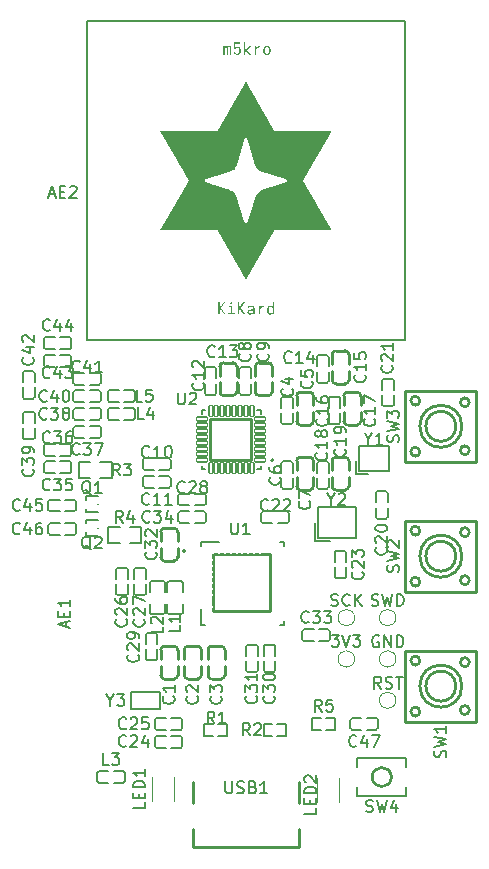
<source format=gto>
G04 #@! TF.GenerationSoftware,KiCad,Pcbnew,9.0.3*
G04 #@! TF.CreationDate,2025-07-24T21:09:00-07:00*
G04 #@! TF.ProjectId,kikard,6b696b61-7264-42e6-9b69-6361645f7063,rev?*
G04 #@! TF.SameCoordinates,Original*
G04 #@! TF.FileFunction,Legend,Top*
G04 #@! TF.FilePolarity,Positive*
%FSLAX46Y46*%
G04 Gerber Fmt 4.6, Leading zero omitted, Abs format (unit mm)*
G04 Created by KiCad (PCBNEW 9.0.3) date 2025-07-24 21:09:00*
%MOMM*%
%LPD*%
G01*
G04 APERTURE LIST*
G04 Aperture macros list*
%AMRoundRect*
0 Rectangle with rounded corners*
0 $1 Rounding radius*
0 $2 $3 $4 $5 $6 $7 $8 $9 X,Y pos of 4 corners*
0 Add a 4 corners polygon primitive as box body*
4,1,4,$2,$3,$4,$5,$6,$7,$8,$9,$2,$3,0*
0 Add four circle primitives for the rounded corners*
1,1,$1+$1,$2,$3*
1,1,$1+$1,$4,$5*
1,1,$1+$1,$6,$7*
1,1,$1+$1,$8,$9*
0 Add four rect primitives between the rounded corners*
20,1,$1+$1,$2,$3,$4,$5,0*
20,1,$1+$1,$4,$5,$6,$7,0*
20,1,$1+$1,$6,$7,$8,$9,0*
20,1,$1+$1,$8,$9,$2,$3,0*%
G04 Aperture macros list end*
%ADD10C,0.100000*%
%ADD11C,0.150000*%
%ADD12C,0.120000*%
%ADD13C,0.250000*%
%ADD14C,0.127000*%
%ADD15C,0.200000*%
%ADD16C,0.152500*%
%ADD17C,0.000000*%
%ADD18C,1.000000*%
%ADD19R,0.540000X0.790000*%
%ADD20R,0.790000X0.540000*%
%ADD21R,0.900000X0.800000*%
%ADD22R,0.810000X0.860000*%
%ADD23R,0.490000X0.290000*%
%ADD24R,0.490000X0.430000*%
%ADD25C,5.000000*%
%ADD26R,1.100000X0.800000*%
%ADD27R,0.570000X0.540000*%
%ADD28RoundRect,0.058000X0.464000X0.174000X-0.464000X0.174000X-0.464000X-0.174000X0.464000X-0.174000X0*%
%ADD29RoundRect,0.058000X0.174000X0.464000X-0.174000X0.464000X-0.174000X-0.464000X0.174000X-0.464000X0*%
%ADD30RoundRect,0.102000X1.750000X1.750000X-1.750000X1.750000X-1.750000X-1.750000X1.750000X-1.750000X0*%
%ADD31R,0.700000X0.900000*%
%ADD32R,0.860000X0.800000*%
%ADD33R,1.530000X1.360000*%
%ADD34C,0.400000*%
%ADD35R,1.200000X2.000000*%
%ADD36R,0.800000X1.000000*%
%ADD37R,0.850000X0.700000*%
%ADD38C,0.650000*%
%ADD39O,1.000000X2.100000*%
%ADD40O,1.000000X1.800000*%
%ADD41R,0.600000X1.150000*%
%ADD42R,0.300000X1.150000*%
%ADD43RoundRect,0.102000X-2.425000X-2.425000X2.425000X-2.425000X2.425000X2.425000X-2.425000X2.425000X0*%
%ADD44C,0.479000*%
%ADD45C,0.500000*%
%ADD46C,0.250000*%
G04 APERTURE END LIST*
D10*
G36*
X148105783Y-89830000D02*
G01*
X147846946Y-89364106D01*
X147764392Y-89481648D01*
X147764392Y-89830000D01*
X147649720Y-89830000D01*
X147649720Y-88801737D01*
X147764392Y-88801737D01*
X147764392Y-89301153D01*
X148100165Y-88801737D01*
X148234499Y-88801737D01*
X147912709Y-89267569D01*
X148234499Y-89830000D01*
X148105783Y-89830000D01*
G37*
G36*
X148477704Y-89830000D02*
G01*
X148477704Y-89726502D01*
X148712787Y-89726502D01*
X148712787Y-89204616D01*
X148567280Y-89204616D01*
X148567280Y-89102522D01*
X148827459Y-89102522D01*
X148827459Y-89726502D01*
X149040134Y-89726502D01*
X149040134Y-89830000D01*
X148477704Y-89830000D01*
G37*
G36*
X148767315Y-88979424D02*
G01*
X148732327Y-88974539D01*
X148716607Y-88967705D01*
X148702896Y-88957015D01*
X148692222Y-88943352D01*
X148685432Y-88927644D01*
X148680547Y-88892657D01*
X148685432Y-88857669D01*
X148692222Y-88841961D01*
X148702896Y-88828299D01*
X148716588Y-88817466D01*
X148732327Y-88810163D01*
X148767315Y-88804546D01*
X148802241Y-88810163D01*
X148817969Y-88817469D01*
X148831612Y-88828299D01*
X148842489Y-88841945D01*
X148849808Y-88857669D01*
X148855425Y-88892657D01*
X148849808Y-88927644D01*
X148842489Y-88943368D01*
X148831612Y-88957015D01*
X148817951Y-88967702D01*
X148802241Y-88974539D01*
X148767315Y-88979424D01*
G37*
G36*
X149784220Y-89830000D02*
G01*
X149525383Y-89364106D01*
X149442829Y-89481648D01*
X149442829Y-89830000D01*
X149328157Y-89830000D01*
X149328157Y-88801737D01*
X149442829Y-88801737D01*
X149442829Y-89301153D01*
X149778602Y-88801737D01*
X149912936Y-88801737D01*
X149591146Y-89267569D01*
X149912936Y-89830000D01*
X149784220Y-89830000D01*
G37*
G36*
X150509377Y-89096233D02*
G01*
X150545864Y-89103245D01*
X150580757Y-89114429D01*
X150614002Y-89129892D01*
X150645786Y-89150088D01*
X150674083Y-89174649D01*
X150696894Y-89203211D01*
X150714134Y-89235442D01*
X150725532Y-89271111D01*
X150731873Y-89308199D01*
X150733958Y-89344567D01*
X150733958Y-89830000D01*
X150619225Y-89830000D01*
X150619225Y-89702688D01*
X150602635Y-89734670D01*
X150580757Y-89763565D01*
X150554494Y-89788557D01*
X150524764Y-89808995D01*
X150492265Y-89824382D01*
X150457658Y-89834152D01*
X150385607Y-89841174D01*
X150323325Y-89836960D01*
X150262447Y-89822306D01*
X150233995Y-89809905D01*
X150207187Y-89793607D01*
X150183220Y-89773625D01*
X150163162Y-89750254D01*
X150147626Y-89723765D01*
X150137273Y-89694323D01*
X150129579Y-89631308D01*
X150130510Y-89620134D01*
X150244312Y-89620134D01*
X150246411Y-89640656D01*
X150252677Y-89660068D01*
X150275758Y-89693651D01*
X150309342Y-89716732D01*
X150348482Y-89730715D01*
X150389087Y-89737676D01*
X150430364Y-89739080D01*
X150479274Y-89735600D01*
X150525497Y-89722288D01*
X150566774Y-89696399D01*
X150583956Y-89679006D01*
X150597548Y-89659335D01*
X150614340Y-89613845D01*
X150619225Y-89565607D01*
X150619225Y-89502653D01*
X150466756Y-89502653D01*
X150420533Y-89504057D01*
X150373700Y-89509614D01*
X150328942Y-89521521D01*
X150287665Y-89541793D01*
X150270058Y-89556404D01*
X150256158Y-89575376D01*
X150247263Y-89597110D01*
X150244312Y-89620134D01*
X150130510Y-89620134D01*
X150132696Y-89593905D01*
X150142158Y-89556509D01*
X150158267Y-89521661D01*
X150181297Y-89491479D01*
X150209968Y-89466125D01*
X150242908Y-89445989D01*
X150314959Y-89418023D01*
X150390491Y-89404040D01*
X150466756Y-89400498D01*
X150619225Y-89400498D01*
X150619225Y-89344567D01*
X150613607Y-89299809D01*
X150606235Y-89278352D01*
X150595411Y-89259204D01*
X150581339Y-89242323D01*
X150563965Y-89227758D01*
X150524092Y-89206753D01*
X150480678Y-89196250D01*
X150435982Y-89193442D01*
X150396048Y-89194846D01*
X150356908Y-89201135D01*
X150319112Y-89213714D01*
X150285528Y-89234719D01*
X150261775Y-89266226D01*
X150254933Y-89284807D01*
X150252677Y-89303961D01*
X150252677Y-89305366D01*
X150137944Y-89305366D01*
X150137944Y-89302557D01*
X150141054Y-89269343D01*
X150150523Y-89236123D01*
X150165688Y-89204986D01*
X150185511Y-89178054D01*
X150209730Y-89154900D01*
X150237962Y-89135434D01*
X150268813Y-89119822D01*
X150300915Y-89108140D01*
X150367411Y-89094829D01*
X150435982Y-89091287D01*
X150509377Y-89096233D01*
G37*
G36*
X151076509Y-89830000D02*
G01*
X151076509Y-89102522D01*
X151192646Y-89102522D01*
X151192646Y-89298344D01*
X151208930Y-89263354D01*
X151229710Y-89231238D01*
X151254420Y-89202160D01*
X151282161Y-89176711D01*
X151312835Y-89154716D01*
X151346519Y-89136106D01*
X151417838Y-89108811D01*
X151492027Y-89094829D01*
X151568963Y-89091287D01*
X151568963Y-89204616D01*
X151518588Y-89206020D01*
X151468946Y-89210233D01*
X151419975Y-89218660D01*
X151371004Y-89231910D01*
X151324110Y-89250106D01*
X151281489Y-89274591D01*
X151243693Y-89307503D01*
X151214323Y-89348047D01*
X151197531Y-89394209D01*
X151192646Y-89443852D01*
X151192646Y-89830000D01*
X151076509Y-89830000D01*
G37*
G36*
X152412395Y-89830000D02*
G01*
X152296257Y-89830000D01*
X152296257Y-89688705D01*
X152281174Y-89721202D01*
X152260598Y-89752391D01*
X152235540Y-89780225D01*
X152206742Y-89803438D01*
X152174471Y-89821198D01*
X152138843Y-89832747D01*
X152101579Y-89839071D01*
X152064043Y-89841174D01*
X152026473Y-89838904D01*
X151989183Y-89832076D01*
X151953589Y-89819971D01*
X151921345Y-89802034D01*
X151892597Y-89778686D01*
X151867489Y-89750254D01*
X151846791Y-89718319D01*
X151831097Y-89684492D01*
X151819910Y-89648888D01*
X151812901Y-89611769D01*
X151808016Y-89536175D01*
X151808016Y-89396285D01*
X151924153Y-89396285D01*
X151924153Y-89536175D01*
X151927634Y-89588688D01*
X151941617Y-89638391D01*
X151953841Y-89661078D01*
X151969583Y-89681744D01*
X151988334Y-89699744D01*
X152009455Y-89714595D01*
X152032699Y-89725755D01*
X152057754Y-89732791D01*
X152110205Y-89737676D01*
X152162657Y-89732791D01*
X152187703Y-89725753D01*
X152210894Y-89714595D01*
X152232054Y-89699737D01*
X152250767Y-89681744D01*
X152266557Y-89661074D01*
X152278794Y-89638391D01*
X152292777Y-89588688D01*
X152296257Y-89536175D01*
X152296257Y-89396285D01*
X152292777Y-89343834D01*
X152278794Y-89294192D01*
X152266550Y-89271469D01*
X152250767Y-89250839D01*
X152232050Y-89232796D01*
X152210894Y-89217927D01*
X152187698Y-89206736D01*
X152162657Y-89199731D01*
X152110205Y-89194846D01*
X152057754Y-89199731D01*
X152032703Y-89206734D01*
X152009455Y-89217927D01*
X151988339Y-89232789D01*
X151969583Y-89250839D01*
X151953848Y-89271465D01*
X151941617Y-89294192D01*
X151927634Y-89343834D01*
X151924153Y-89396285D01*
X151808016Y-89396285D01*
X151812901Y-89320753D01*
X151819913Y-89283589D01*
X151831097Y-89248030D01*
X151846791Y-89214203D01*
X151867489Y-89182267D01*
X151892597Y-89153836D01*
X151921345Y-89130488D01*
X151953593Y-89112503D01*
X151989183Y-89100385D01*
X152026473Y-89093556D01*
X152064043Y-89091287D01*
X152101579Y-89093390D01*
X152138843Y-89099713D01*
X152174467Y-89111276D01*
X152206742Y-89129084D01*
X152235536Y-89152308D01*
X152260598Y-89180191D01*
X152281171Y-89211330D01*
X152296257Y-89243817D01*
X152296257Y-88801737D01*
X152412395Y-88801737D01*
X152412395Y-89830000D01*
G37*
G36*
X148090919Y-67830000D02*
G01*
X148090919Y-67102522D01*
X148200034Y-67102522D01*
X148200034Y-67173841D01*
X148221039Y-67139586D01*
X148249677Y-67112292D01*
X148286069Y-67096233D01*
X148325942Y-67091287D01*
X148372836Y-67098309D01*
X148394727Y-67107439D01*
X148414113Y-67120718D01*
X148430811Y-67137565D01*
X148444888Y-67157782D01*
X148463084Y-67201868D01*
X148481952Y-67158515D01*
X148511322Y-67121451D01*
X148530203Y-67107624D01*
X148551927Y-67098309D01*
X148598761Y-67091287D01*
X148645655Y-67098309D01*
X148667518Y-67107168D01*
X148686200Y-67119314D01*
X148702374Y-67134740D01*
X148716303Y-67153569D01*
X148735842Y-67196250D01*
X148745673Y-67241741D01*
X148748482Y-67288574D01*
X148748482Y-67830000D01*
X148639366Y-67830000D01*
X148639366Y-67288574D01*
X148635153Y-67250839D01*
X148620437Y-67217927D01*
X148608327Y-67205049D01*
X148592472Y-67195518D01*
X148556812Y-67187824D01*
X148521092Y-67195518D01*
X148505144Y-67205011D01*
X148492454Y-67217927D01*
X148483191Y-67233506D01*
X148477739Y-67250839D01*
X148474258Y-67288574D01*
X148474258Y-67830000D01*
X148365143Y-67830000D01*
X148365143Y-67288574D01*
X148361601Y-67250839D01*
X148356195Y-67233507D01*
X148346946Y-67217927D01*
X148334247Y-67205015D01*
X148318248Y-67195518D01*
X148282588Y-67187824D01*
X148246929Y-67195518D01*
X148231113Y-67205042D01*
X148218963Y-67217927D01*
X148204248Y-67250839D01*
X148200034Y-67288574D01*
X148200034Y-67830000D01*
X148090919Y-67830000D01*
G37*
G36*
X149261697Y-67841174D02*
G01*
X149188241Y-67835556D01*
X149151824Y-67827878D01*
X149116922Y-67816017D01*
X149083914Y-67799783D01*
X149053236Y-67778953D01*
X149025949Y-67753940D01*
X149002861Y-67725097D01*
X148984525Y-67693096D01*
X148971414Y-67658663D01*
X148963198Y-67622493D01*
X148959508Y-67585146D01*
X149075645Y-67585146D01*
X149080502Y-67618043D01*
X149092437Y-67650237D01*
X149110734Y-67679049D01*
X149134385Y-67702016D01*
X149162641Y-67719094D01*
X149194591Y-67729982D01*
X149261697Y-67737676D01*
X149319094Y-67730715D01*
X149345870Y-67721236D01*
X149370141Y-67706901D01*
X149391406Y-67688250D01*
X149409281Y-67665624D01*
X149434499Y-67613845D01*
X149447077Y-67557913D01*
X149450619Y-67501249D01*
X149447810Y-67443913D01*
X149435903Y-67388592D01*
X149411418Y-67337545D01*
X149394280Y-67315324D01*
X149373621Y-67296268D01*
X149349928Y-67281284D01*
X149323246Y-67271111D01*
X149267315Y-67263417D01*
X149209246Y-67267630D01*
X149181315Y-67274066D01*
X149154719Y-67285094D01*
X149130833Y-67300917D01*
X149110633Y-67322158D01*
X149096268Y-67347369D01*
X149089628Y-67375341D01*
X148974895Y-67375341D01*
X148974895Y-66801737D01*
X149526151Y-66801737D01*
X149526151Y-66903831D01*
X149089628Y-66903831D01*
X149089628Y-67197655D01*
X149131399Y-67179991D01*
X149175662Y-67168956D01*
X149267315Y-67161263D01*
X149310367Y-67163543D01*
X149352616Y-67170361D01*
X149393239Y-67182800D01*
X149430957Y-67201868D01*
X149464974Y-67227118D01*
X149494644Y-67258532D01*
X149519178Y-67294275D01*
X149537997Y-67332660D01*
X149551655Y-67373219D01*
X149560406Y-67415214D01*
X149566695Y-67501249D01*
X149560406Y-67587283D01*
X149551495Y-67629248D01*
X149537325Y-67669837D01*
X149517799Y-67708208D01*
X149492568Y-67743965D01*
X149462235Y-67775325D01*
X149427477Y-67800629D01*
X149389048Y-67819649D01*
X149347732Y-67832076D01*
X149304893Y-67838901D01*
X149261697Y-67841174D01*
G37*
G36*
X150271641Y-67830000D02*
G01*
X150035214Y-67512423D01*
X149942829Y-67613173D01*
X149942829Y-67830000D01*
X149828157Y-67830000D01*
X149828157Y-66801737D01*
X149942829Y-66801737D01*
X149942829Y-67463452D01*
X150263215Y-67102522D01*
X150410127Y-67102522D01*
X150107937Y-67434082D01*
X150410127Y-67830000D01*
X150271641Y-67830000D01*
G37*
G36*
X150737290Y-67830000D02*
G01*
X150737290Y-67102522D01*
X150853428Y-67102522D01*
X150853428Y-67298344D01*
X150869711Y-67263354D01*
X150890491Y-67231238D01*
X150915202Y-67202160D01*
X150942943Y-67176711D01*
X150973617Y-67154716D01*
X151007301Y-67136106D01*
X151078620Y-67108811D01*
X151152808Y-67094829D01*
X151229745Y-67091287D01*
X151229745Y-67204616D01*
X151179370Y-67206020D01*
X151129727Y-67210233D01*
X151080757Y-67218660D01*
X151031786Y-67231910D01*
X150984891Y-67250106D01*
X150942271Y-67274591D01*
X150904474Y-67307503D01*
X150875104Y-67348047D01*
X150858312Y-67394209D01*
X150853428Y-67443852D01*
X150853428Y-67830000D01*
X150737290Y-67830000D01*
G37*
G36*
X151858426Y-67098309D02*
G01*
X151898606Y-67108170D01*
X151936034Y-67123527D01*
X151970704Y-67144390D01*
X152002468Y-67171093D01*
X152029838Y-67202321D01*
X152051439Y-67236856D01*
X152067342Y-67274323D01*
X152077329Y-67314464D01*
X152084351Y-67396285D01*
X152084351Y-67536175D01*
X152077329Y-67618058D01*
X152067344Y-67658208D01*
X152051439Y-67695727D01*
X152029842Y-67730211D01*
X152002468Y-67761428D01*
X151970710Y-67788097D01*
X151936034Y-67808995D01*
X151898605Y-67824337D01*
X151858426Y-67834152D01*
X151776605Y-67841174D01*
X151694722Y-67834152D01*
X151654534Y-67824339D01*
X151617053Y-67808995D01*
X151582417Y-67788104D01*
X151550619Y-67761428D01*
X151523281Y-67730218D01*
X151501648Y-67695727D01*
X151485775Y-67658213D01*
X151475758Y-67618058D01*
X151468797Y-67536175D01*
X151468797Y-67396285D01*
X151584935Y-67396285D01*
X151584935Y-67536175D01*
X151589087Y-67588688D01*
X151604474Y-67639063D01*
X151617308Y-67662344D01*
X151633173Y-67683087D01*
X151652200Y-67700890D01*
X151674450Y-67715266D01*
X151698838Y-67725962D01*
X151724092Y-67732791D01*
X151776605Y-67737676D01*
X151829056Y-67732791D01*
X151854353Y-67725957D01*
X151878698Y-67715266D01*
X151900988Y-67700883D01*
X151919975Y-67683087D01*
X151935827Y-67662341D01*
X151948613Y-67639063D01*
X151964061Y-67588688D01*
X151968274Y-67536175D01*
X151968274Y-67396285D01*
X151964061Y-67343834D01*
X151948613Y-67293459D01*
X151935820Y-67270140D01*
X151919975Y-67249434D01*
X151900988Y-67231639D01*
X151878698Y-67217255D01*
X151854348Y-67206532D01*
X151829056Y-67199731D01*
X151776605Y-67194846D01*
X151724092Y-67199731D01*
X151698843Y-67206528D01*
X151674450Y-67217255D01*
X151652200Y-67231632D01*
X151633173Y-67249434D01*
X151617314Y-67270137D01*
X151604474Y-67293459D01*
X151589087Y-67343834D01*
X151584935Y-67396285D01*
X151468797Y-67396285D01*
X151475758Y-67314464D01*
X151485777Y-67274318D01*
X151501648Y-67236856D01*
X151523285Y-67202314D01*
X151550619Y-67171093D01*
X151582423Y-67144383D01*
X151617053Y-67123527D01*
X151654533Y-67108168D01*
X151694722Y-67098309D01*
X151776605Y-67091287D01*
X151858426Y-67098309D01*
G37*
D11*
X161452380Y-121506819D02*
X161119047Y-121030628D01*
X160880952Y-121506819D02*
X160880952Y-120506819D01*
X160880952Y-120506819D02*
X161261904Y-120506819D01*
X161261904Y-120506819D02*
X161357142Y-120554438D01*
X161357142Y-120554438D02*
X161404761Y-120602057D01*
X161404761Y-120602057D02*
X161452380Y-120697295D01*
X161452380Y-120697295D02*
X161452380Y-120840152D01*
X161452380Y-120840152D02*
X161404761Y-120935390D01*
X161404761Y-120935390D02*
X161357142Y-120983009D01*
X161357142Y-120983009D02*
X161261904Y-121030628D01*
X161261904Y-121030628D02*
X160880952Y-121030628D01*
X161833333Y-121459200D02*
X161976190Y-121506819D01*
X161976190Y-121506819D02*
X162214285Y-121506819D01*
X162214285Y-121506819D02*
X162309523Y-121459200D01*
X162309523Y-121459200D02*
X162357142Y-121411580D01*
X162357142Y-121411580D02*
X162404761Y-121316342D01*
X162404761Y-121316342D02*
X162404761Y-121221104D01*
X162404761Y-121221104D02*
X162357142Y-121125866D01*
X162357142Y-121125866D02*
X162309523Y-121078247D01*
X162309523Y-121078247D02*
X162214285Y-121030628D01*
X162214285Y-121030628D02*
X162023809Y-120983009D01*
X162023809Y-120983009D02*
X161928571Y-120935390D01*
X161928571Y-120935390D02*
X161880952Y-120887771D01*
X161880952Y-120887771D02*
X161833333Y-120792533D01*
X161833333Y-120792533D02*
X161833333Y-120697295D01*
X161833333Y-120697295D02*
X161880952Y-120602057D01*
X161880952Y-120602057D02*
X161928571Y-120554438D01*
X161928571Y-120554438D02*
X162023809Y-120506819D01*
X162023809Y-120506819D02*
X162261904Y-120506819D01*
X162261904Y-120506819D02*
X162404761Y-120554438D01*
X162690476Y-120506819D02*
X163261904Y-120506819D01*
X162976190Y-121506819D02*
X162976190Y-120506819D01*
X161238095Y-117054438D02*
X161142857Y-117006819D01*
X161142857Y-117006819D02*
X161000000Y-117006819D01*
X161000000Y-117006819D02*
X160857143Y-117054438D01*
X160857143Y-117054438D02*
X160761905Y-117149676D01*
X160761905Y-117149676D02*
X160714286Y-117244914D01*
X160714286Y-117244914D02*
X160666667Y-117435390D01*
X160666667Y-117435390D02*
X160666667Y-117578247D01*
X160666667Y-117578247D02*
X160714286Y-117768723D01*
X160714286Y-117768723D02*
X160761905Y-117863961D01*
X160761905Y-117863961D02*
X160857143Y-117959200D01*
X160857143Y-117959200D02*
X161000000Y-118006819D01*
X161000000Y-118006819D02*
X161095238Y-118006819D01*
X161095238Y-118006819D02*
X161238095Y-117959200D01*
X161238095Y-117959200D02*
X161285714Y-117911580D01*
X161285714Y-117911580D02*
X161285714Y-117578247D01*
X161285714Y-117578247D02*
X161095238Y-117578247D01*
X161714286Y-118006819D02*
X161714286Y-117006819D01*
X161714286Y-117006819D02*
X162285714Y-118006819D01*
X162285714Y-118006819D02*
X162285714Y-117006819D01*
X162761905Y-118006819D02*
X162761905Y-117006819D01*
X162761905Y-117006819D02*
X163000000Y-117006819D01*
X163000000Y-117006819D02*
X163142857Y-117054438D01*
X163142857Y-117054438D02*
X163238095Y-117149676D01*
X163238095Y-117149676D02*
X163285714Y-117244914D01*
X163285714Y-117244914D02*
X163333333Y-117435390D01*
X163333333Y-117435390D02*
X163333333Y-117578247D01*
X163333333Y-117578247D02*
X163285714Y-117768723D01*
X163285714Y-117768723D02*
X163238095Y-117863961D01*
X163238095Y-117863961D02*
X163142857Y-117959200D01*
X163142857Y-117959200D02*
X163000000Y-118006819D01*
X163000000Y-118006819D02*
X162761905Y-118006819D01*
X157261905Y-116954819D02*
X157880952Y-116954819D01*
X157880952Y-116954819D02*
X157547619Y-117335771D01*
X157547619Y-117335771D02*
X157690476Y-117335771D01*
X157690476Y-117335771D02*
X157785714Y-117383390D01*
X157785714Y-117383390D02*
X157833333Y-117431009D01*
X157833333Y-117431009D02*
X157880952Y-117526247D01*
X157880952Y-117526247D02*
X157880952Y-117764342D01*
X157880952Y-117764342D02*
X157833333Y-117859580D01*
X157833333Y-117859580D02*
X157785714Y-117907200D01*
X157785714Y-117907200D02*
X157690476Y-117954819D01*
X157690476Y-117954819D02*
X157404762Y-117954819D01*
X157404762Y-117954819D02*
X157309524Y-117907200D01*
X157309524Y-117907200D02*
X157261905Y-117859580D01*
X158166667Y-116954819D02*
X158500000Y-117954819D01*
X158500000Y-117954819D02*
X158833333Y-116954819D01*
X159071429Y-116954819D02*
X159690476Y-116954819D01*
X159690476Y-116954819D02*
X159357143Y-117335771D01*
X159357143Y-117335771D02*
X159500000Y-117335771D01*
X159500000Y-117335771D02*
X159595238Y-117383390D01*
X159595238Y-117383390D02*
X159642857Y-117431009D01*
X159642857Y-117431009D02*
X159690476Y-117526247D01*
X159690476Y-117526247D02*
X159690476Y-117764342D01*
X159690476Y-117764342D02*
X159642857Y-117859580D01*
X159642857Y-117859580D02*
X159595238Y-117907200D01*
X159595238Y-117907200D02*
X159500000Y-117954819D01*
X159500000Y-117954819D02*
X159214286Y-117954819D01*
X159214286Y-117954819D02*
X159119048Y-117907200D01*
X159119048Y-117907200D02*
X159071429Y-117859580D01*
X160642857Y-114459200D02*
X160785714Y-114506819D01*
X160785714Y-114506819D02*
X161023809Y-114506819D01*
X161023809Y-114506819D02*
X161119047Y-114459200D01*
X161119047Y-114459200D02*
X161166666Y-114411580D01*
X161166666Y-114411580D02*
X161214285Y-114316342D01*
X161214285Y-114316342D02*
X161214285Y-114221104D01*
X161214285Y-114221104D02*
X161166666Y-114125866D01*
X161166666Y-114125866D02*
X161119047Y-114078247D01*
X161119047Y-114078247D02*
X161023809Y-114030628D01*
X161023809Y-114030628D02*
X160833333Y-113983009D01*
X160833333Y-113983009D02*
X160738095Y-113935390D01*
X160738095Y-113935390D02*
X160690476Y-113887771D01*
X160690476Y-113887771D02*
X160642857Y-113792533D01*
X160642857Y-113792533D02*
X160642857Y-113697295D01*
X160642857Y-113697295D02*
X160690476Y-113602057D01*
X160690476Y-113602057D02*
X160738095Y-113554438D01*
X160738095Y-113554438D02*
X160833333Y-113506819D01*
X160833333Y-113506819D02*
X161071428Y-113506819D01*
X161071428Y-113506819D02*
X161214285Y-113554438D01*
X161547619Y-113506819D02*
X161785714Y-114506819D01*
X161785714Y-114506819D02*
X161976190Y-113792533D01*
X161976190Y-113792533D02*
X162166666Y-114506819D01*
X162166666Y-114506819D02*
X162404762Y-113506819D01*
X162785714Y-114506819D02*
X162785714Y-113506819D01*
X162785714Y-113506819D02*
X163023809Y-113506819D01*
X163023809Y-113506819D02*
X163166666Y-113554438D01*
X163166666Y-113554438D02*
X163261904Y-113649676D01*
X163261904Y-113649676D02*
X163309523Y-113744914D01*
X163309523Y-113744914D02*
X163357142Y-113935390D01*
X163357142Y-113935390D02*
X163357142Y-114078247D01*
X163357142Y-114078247D02*
X163309523Y-114268723D01*
X163309523Y-114268723D02*
X163261904Y-114363961D01*
X163261904Y-114363961D02*
X163166666Y-114459200D01*
X163166666Y-114459200D02*
X163023809Y-114506819D01*
X163023809Y-114506819D02*
X162785714Y-114506819D01*
X157214286Y-114459200D02*
X157357143Y-114506819D01*
X157357143Y-114506819D02*
X157595238Y-114506819D01*
X157595238Y-114506819D02*
X157690476Y-114459200D01*
X157690476Y-114459200D02*
X157738095Y-114411580D01*
X157738095Y-114411580D02*
X157785714Y-114316342D01*
X157785714Y-114316342D02*
X157785714Y-114221104D01*
X157785714Y-114221104D02*
X157738095Y-114125866D01*
X157738095Y-114125866D02*
X157690476Y-114078247D01*
X157690476Y-114078247D02*
X157595238Y-114030628D01*
X157595238Y-114030628D02*
X157404762Y-113983009D01*
X157404762Y-113983009D02*
X157309524Y-113935390D01*
X157309524Y-113935390D02*
X157261905Y-113887771D01*
X157261905Y-113887771D02*
X157214286Y-113792533D01*
X157214286Y-113792533D02*
X157214286Y-113697295D01*
X157214286Y-113697295D02*
X157261905Y-113602057D01*
X157261905Y-113602057D02*
X157309524Y-113554438D01*
X157309524Y-113554438D02*
X157404762Y-113506819D01*
X157404762Y-113506819D02*
X157642857Y-113506819D01*
X157642857Y-113506819D02*
X157785714Y-113554438D01*
X158785714Y-114411580D02*
X158738095Y-114459200D01*
X158738095Y-114459200D02*
X158595238Y-114506819D01*
X158595238Y-114506819D02*
X158500000Y-114506819D01*
X158500000Y-114506819D02*
X158357143Y-114459200D01*
X158357143Y-114459200D02*
X158261905Y-114363961D01*
X158261905Y-114363961D02*
X158214286Y-114268723D01*
X158214286Y-114268723D02*
X158166667Y-114078247D01*
X158166667Y-114078247D02*
X158166667Y-113935390D01*
X158166667Y-113935390D02*
X158214286Y-113744914D01*
X158214286Y-113744914D02*
X158261905Y-113649676D01*
X158261905Y-113649676D02*
X158357143Y-113554438D01*
X158357143Y-113554438D02*
X158500000Y-113506819D01*
X158500000Y-113506819D02*
X158595238Y-113506819D01*
X158595238Y-113506819D02*
X158738095Y-113554438D01*
X158738095Y-113554438D02*
X158785714Y-113602057D01*
X159214286Y-114506819D02*
X159214286Y-113506819D01*
X159785714Y-114506819D02*
X159357143Y-113935390D01*
X159785714Y-113506819D02*
X159214286Y-114078247D01*
X150859580Y-122142857D02*
X150907200Y-122190476D01*
X150907200Y-122190476D02*
X150954819Y-122333333D01*
X150954819Y-122333333D02*
X150954819Y-122428571D01*
X150954819Y-122428571D02*
X150907200Y-122571428D01*
X150907200Y-122571428D02*
X150811961Y-122666666D01*
X150811961Y-122666666D02*
X150716723Y-122714285D01*
X150716723Y-122714285D02*
X150526247Y-122761904D01*
X150526247Y-122761904D02*
X150383390Y-122761904D01*
X150383390Y-122761904D02*
X150192914Y-122714285D01*
X150192914Y-122714285D02*
X150097676Y-122666666D01*
X150097676Y-122666666D02*
X150002438Y-122571428D01*
X150002438Y-122571428D02*
X149954819Y-122428571D01*
X149954819Y-122428571D02*
X149954819Y-122333333D01*
X149954819Y-122333333D02*
X150002438Y-122190476D01*
X150002438Y-122190476D02*
X150050057Y-122142857D01*
X149954819Y-121809523D02*
X149954819Y-121190476D01*
X149954819Y-121190476D02*
X150335771Y-121523809D01*
X150335771Y-121523809D02*
X150335771Y-121380952D01*
X150335771Y-121380952D02*
X150383390Y-121285714D01*
X150383390Y-121285714D02*
X150431009Y-121238095D01*
X150431009Y-121238095D02*
X150526247Y-121190476D01*
X150526247Y-121190476D02*
X150764342Y-121190476D01*
X150764342Y-121190476D02*
X150859580Y-121238095D01*
X150859580Y-121238095D02*
X150907200Y-121285714D01*
X150907200Y-121285714D02*
X150954819Y-121380952D01*
X150954819Y-121380952D02*
X150954819Y-121666666D01*
X150954819Y-121666666D02*
X150907200Y-121761904D01*
X150907200Y-121761904D02*
X150859580Y-121809523D01*
X150954819Y-120238095D02*
X150954819Y-120809523D01*
X150954819Y-120523809D02*
X149954819Y-120523809D01*
X149954819Y-120523809D02*
X150097676Y-120619047D01*
X150097676Y-120619047D02*
X150192914Y-120714285D01*
X150192914Y-120714285D02*
X150240533Y-120809523D01*
X141807142Y-101859580D02*
X141759523Y-101907200D01*
X141759523Y-101907200D02*
X141616666Y-101954819D01*
X141616666Y-101954819D02*
X141521428Y-101954819D01*
X141521428Y-101954819D02*
X141378571Y-101907200D01*
X141378571Y-101907200D02*
X141283333Y-101811961D01*
X141283333Y-101811961D02*
X141235714Y-101716723D01*
X141235714Y-101716723D02*
X141188095Y-101526247D01*
X141188095Y-101526247D02*
X141188095Y-101383390D01*
X141188095Y-101383390D02*
X141235714Y-101192914D01*
X141235714Y-101192914D02*
X141283333Y-101097676D01*
X141283333Y-101097676D02*
X141378571Y-101002438D01*
X141378571Y-101002438D02*
X141521428Y-100954819D01*
X141521428Y-100954819D02*
X141616666Y-100954819D01*
X141616666Y-100954819D02*
X141759523Y-101002438D01*
X141759523Y-101002438D02*
X141807142Y-101050057D01*
X142759523Y-101954819D02*
X142188095Y-101954819D01*
X142473809Y-101954819D02*
X142473809Y-100954819D01*
X142473809Y-100954819D02*
X142378571Y-101097676D01*
X142378571Y-101097676D02*
X142283333Y-101192914D01*
X142283333Y-101192914D02*
X142188095Y-101240533D01*
X143378571Y-100954819D02*
X143473809Y-100954819D01*
X143473809Y-100954819D02*
X143569047Y-101002438D01*
X143569047Y-101002438D02*
X143616666Y-101050057D01*
X143616666Y-101050057D02*
X143664285Y-101145295D01*
X143664285Y-101145295D02*
X143711904Y-101335771D01*
X143711904Y-101335771D02*
X143711904Y-101573866D01*
X143711904Y-101573866D02*
X143664285Y-101764342D01*
X143664285Y-101764342D02*
X143616666Y-101859580D01*
X143616666Y-101859580D02*
X143569047Y-101907200D01*
X143569047Y-101907200D02*
X143473809Y-101954819D01*
X143473809Y-101954819D02*
X143378571Y-101954819D01*
X143378571Y-101954819D02*
X143283333Y-101907200D01*
X143283333Y-101907200D02*
X143235714Y-101859580D01*
X143235714Y-101859580D02*
X143188095Y-101764342D01*
X143188095Y-101764342D02*
X143140476Y-101573866D01*
X143140476Y-101573866D02*
X143140476Y-101335771D01*
X143140476Y-101335771D02*
X143188095Y-101145295D01*
X143188095Y-101145295D02*
X143235714Y-101050057D01*
X143235714Y-101050057D02*
X143283333Y-101002438D01*
X143283333Y-101002438D02*
X143378571Y-100954819D01*
X147859580Y-122166666D02*
X147907200Y-122214285D01*
X147907200Y-122214285D02*
X147954819Y-122357142D01*
X147954819Y-122357142D02*
X147954819Y-122452380D01*
X147954819Y-122452380D02*
X147907200Y-122595237D01*
X147907200Y-122595237D02*
X147811961Y-122690475D01*
X147811961Y-122690475D02*
X147716723Y-122738094D01*
X147716723Y-122738094D02*
X147526247Y-122785713D01*
X147526247Y-122785713D02*
X147383390Y-122785713D01*
X147383390Y-122785713D02*
X147192914Y-122738094D01*
X147192914Y-122738094D02*
X147097676Y-122690475D01*
X147097676Y-122690475D02*
X147002438Y-122595237D01*
X147002438Y-122595237D02*
X146954819Y-122452380D01*
X146954819Y-122452380D02*
X146954819Y-122357142D01*
X146954819Y-122357142D02*
X147002438Y-122214285D01*
X147002438Y-122214285D02*
X147050057Y-122166666D01*
X146954819Y-121833332D02*
X146954819Y-121214285D01*
X146954819Y-121214285D02*
X147335771Y-121547618D01*
X147335771Y-121547618D02*
X147335771Y-121404761D01*
X147335771Y-121404761D02*
X147383390Y-121309523D01*
X147383390Y-121309523D02*
X147431009Y-121261904D01*
X147431009Y-121261904D02*
X147526247Y-121214285D01*
X147526247Y-121214285D02*
X147764342Y-121214285D01*
X147764342Y-121214285D02*
X147859580Y-121261904D01*
X147859580Y-121261904D02*
X147907200Y-121309523D01*
X147907200Y-121309523D02*
X147954819Y-121404761D01*
X147954819Y-121404761D02*
X147954819Y-121690475D01*
X147954819Y-121690475D02*
X147907200Y-121785713D01*
X147907200Y-121785713D02*
X147859580Y-121833332D01*
X133407142Y-104639580D02*
X133359523Y-104687200D01*
X133359523Y-104687200D02*
X133216666Y-104734819D01*
X133216666Y-104734819D02*
X133121428Y-104734819D01*
X133121428Y-104734819D02*
X132978571Y-104687200D01*
X132978571Y-104687200D02*
X132883333Y-104591961D01*
X132883333Y-104591961D02*
X132835714Y-104496723D01*
X132835714Y-104496723D02*
X132788095Y-104306247D01*
X132788095Y-104306247D02*
X132788095Y-104163390D01*
X132788095Y-104163390D02*
X132835714Y-103972914D01*
X132835714Y-103972914D02*
X132883333Y-103877676D01*
X132883333Y-103877676D02*
X132978571Y-103782438D01*
X132978571Y-103782438D02*
X133121428Y-103734819D01*
X133121428Y-103734819D02*
X133216666Y-103734819D01*
X133216666Y-103734819D02*
X133359523Y-103782438D01*
X133359523Y-103782438D02*
X133407142Y-103830057D01*
X133740476Y-103734819D02*
X134359523Y-103734819D01*
X134359523Y-103734819D02*
X134026190Y-104115771D01*
X134026190Y-104115771D02*
X134169047Y-104115771D01*
X134169047Y-104115771D02*
X134264285Y-104163390D01*
X134264285Y-104163390D02*
X134311904Y-104211009D01*
X134311904Y-104211009D02*
X134359523Y-104306247D01*
X134359523Y-104306247D02*
X134359523Y-104544342D01*
X134359523Y-104544342D02*
X134311904Y-104639580D01*
X134311904Y-104639580D02*
X134264285Y-104687200D01*
X134264285Y-104687200D02*
X134169047Y-104734819D01*
X134169047Y-104734819D02*
X133883333Y-104734819D01*
X133883333Y-104734819D02*
X133788095Y-104687200D01*
X133788095Y-104687200D02*
X133740476Y-104639580D01*
X135264285Y-103734819D02*
X134788095Y-103734819D01*
X134788095Y-103734819D02*
X134740476Y-104211009D01*
X134740476Y-104211009D02*
X134788095Y-104163390D01*
X134788095Y-104163390D02*
X134883333Y-104115771D01*
X134883333Y-104115771D02*
X135121428Y-104115771D01*
X135121428Y-104115771D02*
X135216666Y-104163390D01*
X135216666Y-104163390D02*
X135264285Y-104211009D01*
X135264285Y-104211009D02*
X135311904Y-104306247D01*
X135311904Y-104306247D02*
X135311904Y-104544342D01*
X135311904Y-104544342D02*
X135264285Y-104639580D01*
X135264285Y-104639580D02*
X135216666Y-104687200D01*
X135216666Y-104687200D02*
X135121428Y-104734819D01*
X135121428Y-104734819D02*
X134883333Y-104734819D01*
X134883333Y-104734819D02*
X134788095Y-104687200D01*
X134788095Y-104687200D02*
X134740476Y-104639580D01*
X139583333Y-107454819D02*
X139250000Y-106978628D01*
X139011905Y-107454819D02*
X139011905Y-106454819D01*
X139011905Y-106454819D02*
X139392857Y-106454819D01*
X139392857Y-106454819D02*
X139488095Y-106502438D01*
X139488095Y-106502438D02*
X139535714Y-106550057D01*
X139535714Y-106550057D02*
X139583333Y-106645295D01*
X139583333Y-106645295D02*
X139583333Y-106788152D01*
X139583333Y-106788152D02*
X139535714Y-106883390D01*
X139535714Y-106883390D02*
X139488095Y-106931009D01*
X139488095Y-106931009D02*
X139392857Y-106978628D01*
X139392857Y-106978628D02*
X139011905Y-106978628D01*
X140440476Y-106788152D02*
X140440476Y-107454819D01*
X140202381Y-106407200D02*
X139964286Y-107121485D01*
X139964286Y-107121485D02*
X140583333Y-107121485D01*
X160859580Y-98642857D02*
X160907200Y-98690476D01*
X160907200Y-98690476D02*
X160954819Y-98833333D01*
X160954819Y-98833333D02*
X160954819Y-98928571D01*
X160954819Y-98928571D02*
X160907200Y-99071428D01*
X160907200Y-99071428D02*
X160811961Y-99166666D01*
X160811961Y-99166666D02*
X160716723Y-99214285D01*
X160716723Y-99214285D02*
X160526247Y-99261904D01*
X160526247Y-99261904D02*
X160383390Y-99261904D01*
X160383390Y-99261904D02*
X160192914Y-99214285D01*
X160192914Y-99214285D02*
X160097676Y-99166666D01*
X160097676Y-99166666D02*
X160002438Y-99071428D01*
X160002438Y-99071428D02*
X159954819Y-98928571D01*
X159954819Y-98928571D02*
X159954819Y-98833333D01*
X159954819Y-98833333D02*
X160002438Y-98690476D01*
X160002438Y-98690476D02*
X160050057Y-98642857D01*
X160954819Y-97690476D02*
X160954819Y-98261904D01*
X160954819Y-97976190D02*
X159954819Y-97976190D01*
X159954819Y-97976190D02*
X160097676Y-98071428D01*
X160097676Y-98071428D02*
X160192914Y-98166666D01*
X160192914Y-98166666D02*
X160240533Y-98261904D01*
X159954819Y-97357142D02*
X159954819Y-96690476D01*
X159954819Y-96690476D02*
X160954819Y-97119047D01*
X136874761Y-109730057D02*
X136779523Y-109682438D01*
X136779523Y-109682438D02*
X136684285Y-109587200D01*
X136684285Y-109587200D02*
X136541428Y-109444342D01*
X136541428Y-109444342D02*
X136446190Y-109396723D01*
X136446190Y-109396723D02*
X136350952Y-109396723D01*
X136398571Y-109634819D02*
X136303333Y-109587200D01*
X136303333Y-109587200D02*
X136208095Y-109491961D01*
X136208095Y-109491961D02*
X136160476Y-109301485D01*
X136160476Y-109301485D02*
X136160476Y-108968152D01*
X136160476Y-108968152D02*
X136208095Y-108777676D01*
X136208095Y-108777676D02*
X136303333Y-108682438D01*
X136303333Y-108682438D02*
X136398571Y-108634819D01*
X136398571Y-108634819D02*
X136589047Y-108634819D01*
X136589047Y-108634819D02*
X136684285Y-108682438D01*
X136684285Y-108682438D02*
X136779523Y-108777676D01*
X136779523Y-108777676D02*
X136827142Y-108968152D01*
X136827142Y-108968152D02*
X136827142Y-109301485D01*
X136827142Y-109301485D02*
X136779523Y-109491961D01*
X136779523Y-109491961D02*
X136684285Y-109587200D01*
X136684285Y-109587200D02*
X136589047Y-109634819D01*
X136589047Y-109634819D02*
X136398571Y-109634819D01*
X137208095Y-108730057D02*
X137255714Y-108682438D01*
X137255714Y-108682438D02*
X137350952Y-108634819D01*
X137350952Y-108634819D02*
X137589047Y-108634819D01*
X137589047Y-108634819D02*
X137684285Y-108682438D01*
X137684285Y-108682438D02*
X137731904Y-108730057D01*
X137731904Y-108730057D02*
X137779523Y-108825295D01*
X137779523Y-108825295D02*
X137779523Y-108920533D01*
X137779523Y-108920533D02*
X137731904Y-109063390D01*
X137731904Y-109063390D02*
X137160476Y-109634819D01*
X137160476Y-109634819D02*
X137779523Y-109634819D01*
X141233333Y-97204819D02*
X140757143Y-97204819D01*
X140757143Y-97204819D02*
X140757143Y-96204819D01*
X142042857Y-96204819D02*
X141566667Y-96204819D01*
X141566667Y-96204819D02*
X141519048Y-96681009D01*
X141519048Y-96681009D02*
X141566667Y-96633390D01*
X141566667Y-96633390D02*
X141661905Y-96585771D01*
X141661905Y-96585771D02*
X141900000Y-96585771D01*
X141900000Y-96585771D02*
X141995238Y-96633390D01*
X141995238Y-96633390D02*
X142042857Y-96681009D01*
X142042857Y-96681009D02*
X142090476Y-96776247D01*
X142090476Y-96776247D02*
X142090476Y-97014342D01*
X142090476Y-97014342D02*
X142042857Y-97109580D01*
X142042857Y-97109580D02*
X141995238Y-97157200D01*
X141995238Y-97157200D02*
X141900000Y-97204819D01*
X141900000Y-97204819D02*
X141661905Y-97204819D01*
X141661905Y-97204819D02*
X141566667Y-97157200D01*
X141566667Y-97157200D02*
X141519048Y-97109580D01*
X141857142Y-107359580D02*
X141809523Y-107407200D01*
X141809523Y-107407200D02*
X141666666Y-107454819D01*
X141666666Y-107454819D02*
X141571428Y-107454819D01*
X141571428Y-107454819D02*
X141428571Y-107407200D01*
X141428571Y-107407200D02*
X141333333Y-107311961D01*
X141333333Y-107311961D02*
X141285714Y-107216723D01*
X141285714Y-107216723D02*
X141238095Y-107026247D01*
X141238095Y-107026247D02*
X141238095Y-106883390D01*
X141238095Y-106883390D02*
X141285714Y-106692914D01*
X141285714Y-106692914D02*
X141333333Y-106597676D01*
X141333333Y-106597676D02*
X141428571Y-106502438D01*
X141428571Y-106502438D02*
X141571428Y-106454819D01*
X141571428Y-106454819D02*
X141666666Y-106454819D01*
X141666666Y-106454819D02*
X141809523Y-106502438D01*
X141809523Y-106502438D02*
X141857142Y-106550057D01*
X142190476Y-106454819D02*
X142809523Y-106454819D01*
X142809523Y-106454819D02*
X142476190Y-106835771D01*
X142476190Y-106835771D02*
X142619047Y-106835771D01*
X142619047Y-106835771D02*
X142714285Y-106883390D01*
X142714285Y-106883390D02*
X142761904Y-106931009D01*
X142761904Y-106931009D02*
X142809523Y-107026247D01*
X142809523Y-107026247D02*
X142809523Y-107264342D01*
X142809523Y-107264342D02*
X142761904Y-107359580D01*
X142761904Y-107359580D02*
X142714285Y-107407200D01*
X142714285Y-107407200D02*
X142619047Y-107454819D01*
X142619047Y-107454819D02*
X142333333Y-107454819D01*
X142333333Y-107454819D02*
X142238095Y-107407200D01*
X142238095Y-107407200D02*
X142190476Y-107359580D01*
X143666666Y-106788152D02*
X143666666Y-107454819D01*
X143428571Y-106407200D02*
X143190476Y-107121485D01*
X143190476Y-107121485D02*
X143809523Y-107121485D01*
X156789580Y-101542857D02*
X156837200Y-101590476D01*
X156837200Y-101590476D02*
X156884819Y-101733333D01*
X156884819Y-101733333D02*
X156884819Y-101828571D01*
X156884819Y-101828571D02*
X156837200Y-101971428D01*
X156837200Y-101971428D02*
X156741961Y-102066666D01*
X156741961Y-102066666D02*
X156646723Y-102114285D01*
X156646723Y-102114285D02*
X156456247Y-102161904D01*
X156456247Y-102161904D02*
X156313390Y-102161904D01*
X156313390Y-102161904D02*
X156122914Y-102114285D01*
X156122914Y-102114285D02*
X156027676Y-102066666D01*
X156027676Y-102066666D02*
X155932438Y-101971428D01*
X155932438Y-101971428D02*
X155884819Y-101828571D01*
X155884819Y-101828571D02*
X155884819Y-101733333D01*
X155884819Y-101733333D02*
X155932438Y-101590476D01*
X155932438Y-101590476D02*
X155980057Y-101542857D01*
X156884819Y-100590476D02*
X156884819Y-101161904D01*
X156884819Y-100876190D02*
X155884819Y-100876190D01*
X155884819Y-100876190D02*
X156027676Y-100971428D01*
X156027676Y-100971428D02*
X156122914Y-101066666D01*
X156122914Y-101066666D02*
X156170533Y-101161904D01*
X156313390Y-100019047D02*
X156265771Y-100114285D01*
X156265771Y-100114285D02*
X156218152Y-100161904D01*
X156218152Y-100161904D02*
X156122914Y-100209523D01*
X156122914Y-100209523D02*
X156075295Y-100209523D01*
X156075295Y-100209523D02*
X155980057Y-100161904D01*
X155980057Y-100161904D02*
X155932438Y-100114285D01*
X155932438Y-100114285D02*
X155884819Y-100019047D01*
X155884819Y-100019047D02*
X155884819Y-99828571D01*
X155884819Y-99828571D02*
X155932438Y-99733333D01*
X155932438Y-99733333D02*
X155980057Y-99685714D01*
X155980057Y-99685714D02*
X156075295Y-99638095D01*
X156075295Y-99638095D02*
X156122914Y-99638095D01*
X156122914Y-99638095D02*
X156218152Y-99685714D01*
X156218152Y-99685714D02*
X156265771Y-99733333D01*
X156265771Y-99733333D02*
X156313390Y-99828571D01*
X156313390Y-99828571D02*
X156313390Y-100019047D01*
X156313390Y-100019047D02*
X156361009Y-100114285D01*
X156361009Y-100114285D02*
X156408628Y-100161904D01*
X156408628Y-100161904D02*
X156503866Y-100209523D01*
X156503866Y-100209523D02*
X156694342Y-100209523D01*
X156694342Y-100209523D02*
X156789580Y-100161904D01*
X156789580Y-100161904D02*
X156837200Y-100114285D01*
X156837200Y-100114285D02*
X156884819Y-100019047D01*
X156884819Y-100019047D02*
X156884819Y-99828571D01*
X156884819Y-99828571D02*
X156837200Y-99733333D01*
X156837200Y-99733333D02*
X156789580Y-99685714D01*
X156789580Y-99685714D02*
X156694342Y-99638095D01*
X156694342Y-99638095D02*
X156503866Y-99638095D01*
X156503866Y-99638095D02*
X156408628Y-99685714D01*
X156408628Y-99685714D02*
X156361009Y-99733333D01*
X156361009Y-99733333D02*
X156313390Y-99828571D01*
X141359580Y-115642857D02*
X141407200Y-115690476D01*
X141407200Y-115690476D02*
X141454819Y-115833333D01*
X141454819Y-115833333D02*
X141454819Y-115928571D01*
X141454819Y-115928571D02*
X141407200Y-116071428D01*
X141407200Y-116071428D02*
X141311961Y-116166666D01*
X141311961Y-116166666D02*
X141216723Y-116214285D01*
X141216723Y-116214285D02*
X141026247Y-116261904D01*
X141026247Y-116261904D02*
X140883390Y-116261904D01*
X140883390Y-116261904D02*
X140692914Y-116214285D01*
X140692914Y-116214285D02*
X140597676Y-116166666D01*
X140597676Y-116166666D02*
X140502438Y-116071428D01*
X140502438Y-116071428D02*
X140454819Y-115928571D01*
X140454819Y-115928571D02*
X140454819Y-115833333D01*
X140454819Y-115833333D02*
X140502438Y-115690476D01*
X140502438Y-115690476D02*
X140550057Y-115642857D01*
X140550057Y-115261904D02*
X140502438Y-115214285D01*
X140502438Y-115214285D02*
X140454819Y-115119047D01*
X140454819Y-115119047D02*
X140454819Y-114880952D01*
X140454819Y-114880952D02*
X140502438Y-114785714D01*
X140502438Y-114785714D02*
X140550057Y-114738095D01*
X140550057Y-114738095D02*
X140645295Y-114690476D01*
X140645295Y-114690476D02*
X140740533Y-114690476D01*
X140740533Y-114690476D02*
X140883390Y-114738095D01*
X140883390Y-114738095D02*
X141454819Y-115309523D01*
X141454819Y-115309523D02*
X141454819Y-114690476D01*
X140454819Y-114357142D02*
X140454819Y-113690476D01*
X140454819Y-113690476D02*
X141454819Y-114119047D01*
X146359580Y-95642857D02*
X146407200Y-95690476D01*
X146407200Y-95690476D02*
X146454819Y-95833333D01*
X146454819Y-95833333D02*
X146454819Y-95928571D01*
X146454819Y-95928571D02*
X146407200Y-96071428D01*
X146407200Y-96071428D02*
X146311961Y-96166666D01*
X146311961Y-96166666D02*
X146216723Y-96214285D01*
X146216723Y-96214285D02*
X146026247Y-96261904D01*
X146026247Y-96261904D02*
X145883390Y-96261904D01*
X145883390Y-96261904D02*
X145692914Y-96214285D01*
X145692914Y-96214285D02*
X145597676Y-96166666D01*
X145597676Y-96166666D02*
X145502438Y-96071428D01*
X145502438Y-96071428D02*
X145454819Y-95928571D01*
X145454819Y-95928571D02*
X145454819Y-95833333D01*
X145454819Y-95833333D02*
X145502438Y-95690476D01*
X145502438Y-95690476D02*
X145550057Y-95642857D01*
X146454819Y-94690476D02*
X146454819Y-95261904D01*
X146454819Y-94976190D02*
X145454819Y-94976190D01*
X145454819Y-94976190D02*
X145597676Y-95071428D01*
X145597676Y-95071428D02*
X145692914Y-95166666D01*
X145692914Y-95166666D02*
X145740533Y-95261904D01*
X145550057Y-94309523D02*
X145502438Y-94261904D01*
X145502438Y-94261904D02*
X145454819Y-94166666D01*
X145454819Y-94166666D02*
X145454819Y-93928571D01*
X145454819Y-93928571D02*
X145502438Y-93833333D01*
X145502438Y-93833333D02*
X145550057Y-93785714D01*
X145550057Y-93785714D02*
X145645295Y-93738095D01*
X145645295Y-93738095D02*
X145740533Y-93738095D01*
X145740533Y-93738095D02*
X145883390Y-93785714D01*
X145883390Y-93785714D02*
X146454819Y-94357142D01*
X146454819Y-94357142D02*
X146454819Y-93738095D01*
X157223809Y-105478628D02*
X157223809Y-105954819D01*
X156890476Y-104954819D02*
X157223809Y-105478628D01*
X157223809Y-105478628D02*
X157557142Y-104954819D01*
X157842857Y-105050057D02*
X157890476Y-105002438D01*
X157890476Y-105002438D02*
X157985714Y-104954819D01*
X157985714Y-104954819D02*
X158223809Y-104954819D01*
X158223809Y-104954819D02*
X158319047Y-105002438D01*
X158319047Y-105002438D02*
X158366666Y-105050057D01*
X158366666Y-105050057D02*
X158414285Y-105145295D01*
X158414285Y-105145295D02*
X158414285Y-105240533D01*
X158414285Y-105240533D02*
X158366666Y-105383390D01*
X158366666Y-105383390D02*
X157795238Y-105954819D01*
X157795238Y-105954819D02*
X158414285Y-105954819D01*
X133407142Y-100639580D02*
X133359523Y-100687200D01*
X133359523Y-100687200D02*
X133216666Y-100734819D01*
X133216666Y-100734819D02*
X133121428Y-100734819D01*
X133121428Y-100734819D02*
X132978571Y-100687200D01*
X132978571Y-100687200D02*
X132883333Y-100591961D01*
X132883333Y-100591961D02*
X132835714Y-100496723D01*
X132835714Y-100496723D02*
X132788095Y-100306247D01*
X132788095Y-100306247D02*
X132788095Y-100163390D01*
X132788095Y-100163390D02*
X132835714Y-99972914D01*
X132835714Y-99972914D02*
X132883333Y-99877676D01*
X132883333Y-99877676D02*
X132978571Y-99782438D01*
X132978571Y-99782438D02*
X133121428Y-99734819D01*
X133121428Y-99734819D02*
X133216666Y-99734819D01*
X133216666Y-99734819D02*
X133359523Y-99782438D01*
X133359523Y-99782438D02*
X133407142Y-99830057D01*
X133740476Y-99734819D02*
X134359523Y-99734819D01*
X134359523Y-99734819D02*
X134026190Y-100115771D01*
X134026190Y-100115771D02*
X134169047Y-100115771D01*
X134169047Y-100115771D02*
X134264285Y-100163390D01*
X134264285Y-100163390D02*
X134311904Y-100211009D01*
X134311904Y-100211009D02*
X134359523Y-100306247D01*
X134359523Y-100306247D02*
X134359523Y-100544342D01*
X134359523Y-100544342D02*
X134311904Y-100639580D01*
X134311904Y-100639580D02*
X134264285Y-100687200D01*
X134264285Y-100687200D02*
X134169047Y-100734819D01*
X134169047Y-100734819D02*
X133883333Y-100734819D01*
X133883333Y-100734819D02*
X133788095Y-100687200D01*
X133788095Y-100687200D02*
X133740476Y-100639580D01*
X135216666Y-99734819D02*
X135026190Y-99734819D01*
X135026190Y-99734819D02*
X134930952Y-99782438D01*
X134930952Y-99782438D02*
X134883333Y-99830057D01*
X134883333Y-99830057D02*
X134788095Y-99972914D01*
X134788095Y-99972914D02*
X134740476Y-100163390D01*
X134740476Y-100163390D02*
X134740476Y-100544342D01*
X134740476Y-100544342D02*
X134788095Y-100639580D01*
X134788095Y-100639580D02*
X134835714Y-100687200D01*
X134835714Y-100687200D02*
X134930952Y-100734819D01*
X134930952Y-100734819D02*
X135121428Y-100734819D01*
X135121428Y-100734819D02*
X135216666Y-100687200D01*
X135216666Y-100687200D02*
X135264285Y-100639580D01*
X135264285Y-100639580D02*
X135311904Y-100544342D01*
X135311904Y-100544342D02*
X135311904Y-100306247D01*
X135311904Y-100306247D02*
X135264285Y-100211009D01*
X135264285Y-100211009D02*
X135216666Y-100163390D01*
X135216666Y-100163390D02*
X135121428Y-100115771D01*
X135121428Y-100115771D02*
X134930952Y-100115771D01*
X134930952Y-100115771D02*
X134835714Y-100163390D01*
X134835714Y-100163390D02*
X134788095Y-100211009D01*
X134788095Y-100211009D02*
X134740476Y-100306247D01*
X156403333Y-123454819D02*
X156070000Y-122978628D01*
X155831905Y-123454819D02*
X155831905Y-122454819D01*
X155831905Y-122454819D02*
X156212857Y-122454819D01*
X156212857Y-122454819D02*
X156308095Y-122502438D01*
X156308095Y-122502438D02*
X156355714Y-122550057D01*
X156355714Y-122550057D02*
X156403333Y-122645295D01*
X156403333Y-122645295D02*
X156403333Y-122788152D01*
X156403333Y-122788152D02*
X156355714Y-122883390D01*
X156355714Y-122883390D02*
X156308095Y-122931009D01*
X156308095Y-122931009D02*
X156212857Y-122978628D01*
X156212857Y-122978628D02*
X155831905Y-122978628D01*
X157308095Y-122454819D02*
X156831905Y-122454819D01*
X156831905Y-122454819D02*
X156784286Y-122931009D01*
X156784286Y-122931009D02*
X156831905Y-122883390D01*
X156831905Y-122883390D02*
X156927143Y-122835771D01*
X156927143Y-122835771D02*
X157165238Y-122835771D01*
X157165238Y-122835771D02*
X157260476Y-122883390D01*
X157260476Y-122883390D02*
X157308095Y-122931009D01*
X157308095Y-122931009D02*
X157355714Y-123026247D01*
X157355714Y-123026247D02*
X157355714Y-123264342D01*
X157355714Y-123264342D02*
X157308095Y-123359580D01*
X157308095Y-123359580D02*
X157260476Y-123407200D01*
X157260476Y-123407200D02*
X157165238Y-123454819D01*
X157165238Y-123454819D02*
X156927143Y-123454819D01*
X156927143Y-123454819D02*
X156831905Y-123407200D01*
X156831905Y-123407200D02*
X156784286Y-123359580D01*
X144807142Y-104859580D02*
X144759523Y-104907200D01*
X144759523Y-104907200D02*
X144616666Y-104954819D01*
X144616666Y-104954819D02*
X144521428Y-104954819D01*
X144521428Y-104954819D02*
X144378571Y-104907200D01*
X144378571Y-104907200D02*
X144283333Y-104811961D01*
X144283333Y-104811961D02*
X144235714Y-104716723D01*
X144235714Y-104716723D02*
X144188095Y-104526247D01*
X144188095Y-104526247D02*
X144188095Y-104383390D01*
X144188095Y-104383390D02*
X144235714Y-104192914D01*
X144235714Y-104192914D02*
X144283333Y-104097676D01*
X144283333Y-104097676D02*
X144378571Y-104002438D01*
X144378571Y-104002438D02*
X144521428Y-103954819D01*
X144521428Y-103954819D02*
X144616666Y-103954819D01*
X144616666Y-103954819D02*
X144759523Y-104002438D01*
X144759523Y-104002438D02*
X144807142Y-104050057D01*
X145188095Y-104050057D02*
X145235714Y-104002438D01*
X145235714Y-104002438D02*
X145330952Y-103954819D01*
X145330952Y-103954819D02*
X145569047Y-103954819D01*
X145569047Y-103954819D02*
X145664285Y-104002438D01*
X145664285Y-104002438D02*
X145711904Y-104050057D01*
X145711904Y-104050057D02*
X145759523Y-104145295D01*
X145759523Y-104145295D02*
X145759523Y-104240533D01*
X145759523Y-104240533D02*
X145711904Y-104383390D01*
X145711904Y-104383390D02*
X145140476Y-104954819D01*
X145140476Y-104954819D02*
X145759523Y-104954819D01*
X146330952Y-104383390D02*
X146235714Y-104335771D01*
X146235714Y-104335771D02*
X146188095Y-104288152D01*
X146188095Y-104288152D02*
X146140476Y-104192914D01*
X146140476Y-104192914D02*
X146140476Y-104145295D01*
X146140476Y-104145295D02*
X146188095Y-104050057D01*
X146188095Y-104050057D02*
X146235714Y-104002438D01*
X146235714Y-104002438D02*
X146330952Y-103954819D01*
X146330952Y-103954819D02*
X146521428Y-103954819D01*
X146521428Y-103954819D02*
X146616666Y-104002438D01*
X146616666Y-104002438D02*
X146664285Y-104050057D01*
X146664285Y-104050057D02*
X146711904Y-104145295D01*
X146711904Y-104145295D02*
X146711904Y-104192914D01*
X146711904Y-104192914D02*
X146664285Y-104288152D01*
X146664285Y-104288152D02*
X146616666Y-104335771D01*
X146616666Y-104335771D02*
X146521428Y-104383390D01*
X146521428Y-104383390D02*
X146330952Y-104383390D01*
X146330952Y-104383390D02*
X146235714Y-104431009D01*
X146235714Y-104431009D02*
X146188095Y-104478628D01*
X146188095Y-104478628D02*
X146140476Y-104573866D01*
X146140476Y-104573866D02*
X146140476Y-104764342D01*
X146140476Y-104764342D02*
X146188095Y-104859580D01*
X146188095Y-104859580D02*
X146235714Y-104907200D01*
X146235714Y-104907200D02*
X146330952Y-104954819D01*
X146330952Y-104954819D02*
X146521428Y-104954819D01*
X146521428Y-104954819D02*
X146616666Y-104907200D01*
X146616666Y-104907200D02*
X146664285Y-104859580D01*
X146664285Y-104859580D02*
X146711904Y-104764342D01*
X146711904Y-104764342D02*
X146711904Y-104573866D01*
X146711904Y-104573866D02*
X146664285Y-104478628D01*
X146664285Y-104478628D02*
X146616666Y-104431009D01*
X146616666Y-104431009D02*
X146521428Y-104383390D01*
X139857142Y-124859580D02*
X139809523Y-124907200D01*
X139809523Y-124907200D02*
X139666666Y-124954819D01*
X139666666Y-124954819D02*
X139571428Y-124954819D01*
X139571428Y-124954819D02*
X139428571Y-124907200D01*
X139428571Y-124907200D02*
X139333333Y-124811961D01*
X139333333Y-124811961D02*
X139285714Y-124716723D01*
X139285714Y-124716723D02*
X139238095Y-124526247D01*
X139238095Y-124526247D02*
X139238095Y-124383390D01*
X139238095Y-124383390D02*
X139285714Y-124192914D01*
X139285714Y-124192914D02*
X139333333Y-124097676D01*
X139333333Y-124097676D02*
X139428571Y-124002438D01*
X139428571Y-124002438D02*
X139571428Y-123954819D01*
X139571428Y-123954819D02*
X139666666Y-123954819D01*
X139666666Y-123954819D02*
X139809523Y-124002438D01*
X139809523Y-124002438D02*
X139857142Y-124050057D01*
X140238095Y-124050057D02*
X140285714Y-124002438D01*
X140285714Y-124002438D02*
X140380952Y-123954819D01*
X140380952Y-123954819D02*
X140619047Y-123954819D01*
X140619047Y-123954819D02*
X140714285Y-124002438D01*
X140714285Y-124002438D02*
X140761904Y-124050057D01*
X140761904Y-124050057D02*
X140809523Y-124145295D01*
X140809523Y-124145295D02*
X140809523Y-124240533D01*
X140809523Y-124240533D02*
X140761904Y-124383390D01*
X140761904Y-124383390D02*
X140190476Y-124954819D01*
X140190476Y-124954819D02*
X140809523Y-124954819D01*
X141714285Y-123954819D02*
X141238095Y-123954819D01*
X141238095Y-123954819D02*
X141190476Y-124431009D01*
X141190476Y-124431009D02*
X141238095Y-124383390D01*
X141238095Y-124383390D02*
X141333333Y-124335771D01*
X141333333Y-124335771D02*
X141571428Y-124335771D01*
X141571428Y-124335771D02*
X141666666Y-124383390D01*
X141666666Y-124383390D02*
X141714285Y-124431009D01*
X141714285Y-124431009D02*
X141761904Y-124526247D01*
X141761904Y-124526247D02*
X141761904Y-124764342D01*
X141761904Y-124764342D02*
X141714285Y-124859580D01*
X141714285Y-124859580D02*
X141666666Y-124907200D01*
X141666666Y-124907200D02*
X141571428Y-124954819D01*
X141571428Y-124954819D02*
X141333333Y-124954819D01*
X141333333Y-124954819D02*
X141238095Y-124907200D01*
X141238095Y-124907200D02*
X141190476Y-124859580D01*
X144238095Y-96454819D02*
X144238095Y-97264342D01*
X144238095Y-97264342D02*
X144285714Y-97359580D01*
X144285714Y-97359580D02*
X144333333Y-97407200D01*
X144333333Y-97407200D02*
X144428571Y-97454819D01*
X144428571Y-97454819D02*
X144619047Y-97454819D01*
X144619047Y-97454819D02*
X144714285Y-97407200D01*
X144714285Y-97407200D02*
X144761904Y-97359580D01*
X144761904Y-97359580D02*
X144809523Y-97264342D01*
X144809523Y-97264342D02*
X144809523Y-96454819D01*
X145238095Y-96550057D02*
X145285714Y-96502438D01*
X145285714Y-96502438D02*
X145380952Y-96454819D01*
X145380952Y-96454819D02*
X145619047Y-96454819D01*
X145619047Y-96454819D02*
X145714285Y-96502438D01*
X145714285Y-96502438D02*
X145761904Y-96550057D01*
X145761904Y-96550057D02*
X145809523Y-96645295D01*
X145809523Y-96645295D02*
X145809523Y-96740533D01*
X145809523Y-96740533D02*
X145761904Y-96883390D01*
X145761904Y-96883390D02*
X145190476Y-97454819D01*
X145190476Y-97454819D02*
X145809523Y-97454819D01*
X156859580Y-98642857D02*
X156907200Y-98690476D01*
X156907200Y-98690476D02*
X156954819Y-98833333D01*
X156954819Y-98833333D02*
X156954819Y-98928571D01*
X156954819Y-98928571D02*
X156907200Y-99071428D01*
X156907200Y-99071428D02*
X156811961Y-99166666D01*
X156811961Y-99166666D02*
X156716723Y-99214285D01*
X156716723Y-99214285D02*
X156526247Y-99261904D01*
X156526247Y-99261904D02*
X156383390Y-99261904D01*
X156383390Y-99261904D02*
X156192914Y-99214285D01*
X156192914Y-99214285D02*
X156097676Y-99166666D01*
X156097676Y-99166666D02*
X156002438Y-99071428D01*
X156002438Y-99071428D02*
X155954819Y-98928571D01*
X155954819Y-98928571D02*
X155954819Y-98833333D01*
X155954819Y-98833333D02*
X156002438Y-98690476D01*
X156002438Y-98690476D02*
X156050057Y-98642857D01*
X156954819Y-97690476D02*
X156954819Y-98261904D01*
X156954819Y-97976190D02*
X155954819Y-97976190D01*
X155954819Y-97976190D02*
X156097676Y-98071428D01*
X156097676Y-98071428D02*
X156192914Y-98166666D01*
X156192914Y-98166666D02*
X156240533Y-98261904D01*
X155954819Y-96833333D02*
X155954819Y-97023809D01*
X155954819Y-97023809D02*
X156002438Y-97119047D01*
X156002438Y-97119047D02*
X156050057Y-97166666D01*
X156050057Y-97166666D02*
X156192914Y-97261904D01*
X156192914Y-97261904D02*
X156383390Y-97309523D01*
X156383390Y-97309523D02*
X156764342Y-97309523D01*
X156764342Y-97309523D02*
X156859580Y-97261904D01*
X156859580Y-97261904D02*
X156907200Y-97214285D01*
X156907200Y-97214285D02*
X156954819Y-97119047D01*
X156954819Y-97119047D02*
X156954819Y-96928571D01*
X156954819Y-96928571D02*
X156907200Y-96833333D01*
X156907200Y-96833333D02*
X156859580Y-96785714D01*
X156859580Y-96785714D02*
X156764342Y-96738095D01*
X156764342Y-96738095D02*
X156526247Y-96738095D01*
X156526247Y-96738095D02*
X156431009Y-96785714D01*
X156431009Y-96785714D02*
X156383390Y-96833333D01*
X156383390Y-96833333D02*
X156335771Y-96928571D01*
X156335771Y-96928571D02*
X156335771Y-97119047D01*
X156335771Y-97119047D02*
X156383390Y-97214285D01*
X156383390Y-97214285D02*
X156431009Y-97261904D01*
X156431009Y-97261904D02*
X156526247Y-97309523D01*
X141454819Y-131119047D02*
X141454819Y-131595237D01*
X141454819Y-131595237D02*
X140454819Y-131595237D01*
X140931009Y-130785713D02*
X140931009Y-130452380D01*
X141454819Y-130309523D02*
X141454819Y-130785713D01*
X141454819Y-130785713D02*
X140454819Y-130785713D01*
X140454819Y-130785713D02*
X140454819Y-130309523D01*
X141454819Y-129880951D02*
X140454819Y-129880951D01*
X140454819Y-129880951D02*
X140454819Y-129642856D01*
X140454819Y-129642856D02*
X140502438Y-129499999D01*
X140502438Y-129499999D02*
X140597676Y-129404761D01*
X140597676Y-129404761D02*
X140692914Y-129357142D01*
X140692914Y-129357142D02*
X140883390Y-129309523D01*
X140883390Y-129309523D02*
X141026247Y-129309523D01*
X141026247Y-129309523D02*
X141216723Y-129357142D01*
X141216723Y-129357142D02*
X141311961Y-129404761D01*
X141311961Y-129404761D02*
X141407200Y-129499999D01*
X141407200Y-129499999D02*
X141454819Y-129642856D01*
X141454819Y-129642856D02*
X141454819Y-129880951D01*
X141454819Y-128357142D02*
X141454819Y-128928570D01*
X141454819Y-128642856D02*
X140454819Y-128642856D01*
X140454819Y-128642856D02*
X140597676Y-128738094D01*
X140597676Y-128738094D02*
X140692914Y-128833332D01*
X140692914Y-128833332D02*
X140740533Y-128928570D01*
X150309580Y-93166666D02*
X150357200Y-93214285D01*
X150357200Y-93214285D02*
X150404819Y-93357142D01*
X150404819Y-93357142D02*
X150404819Y-93452380D01*
X150404819Y-93452380D02*
X150357200Y-93595237D01*
X150357200Y-93595237D02*
X150261961Y-93690475D01*
X150261961Y-93690475D02*
X150166723Y-93738094D01*
X150166723Y-93738094D02*
X149976247Y-93785713D01*
X149976247Y-93785713D02*
X149833390Y-93785713D01*
X149833390Y-93785713D02*
X149642914Y-93738094D01*
X149642914Y-93738094D02*
X149547676Y-93690475D01*
X149547676Y-93690475D02*
X149452438Y-93595237D01*
X149452438Y-93595237D02*
X149404819Y-93452380D01*
X149404819Y-93452380D02*
X149404819Y-93357142D01*
X149404819Y-93357142D02*
X149452438Y-93214285D01*
X149452438Y-93214285D02*
X149500057Y-93166666D01*
X149833390Y-92595237D02*
X149785771Y-92690475D01*
X149785771Y-92690475D02*
X149738152Y-92738094D01*
X149738152Y-92738094D02*
X149642914Y-92785713D01*
X149642914Y-92785713D02*
X149595295Y-92785713D01*
X149595295Y-92785713D02*
X149500057Y-92738094D01*
X149500057Y-92738094D02*
X149452438Y-92690475D01*
X149452438Y-92690475D02*
X149404819Y-92595237D01*
X149404819Y-92595237D02*
X149404819Y-92404761D01*
X149404819Y-92404761D02*
X149452438Y-92309523D01*
X149452438Y-92309523D02*
X149500057Y-92261904D01*
X149500057Y-92261904D02*
X149595295Y-92214285D01*
X149595295Y-92214285D02*
X149642914Y-92214285D01*
X149642914Y-92214285D02*
X149738152Y-92261904D01*
X149738152Y-92261904D02*
X149785771Y-92309523D01*
X149785771Y-92309523D02*
X149833390Y-92404761D01*
X149833390Y-92404761D02*
X149833390Y-92595237D01*
X149833390Y-92595237D02*
X149881009Y-92690475D01*
X149881009Y-92690475D02*
X149928628Y-92738094D01*
X149928628Y-92738094D02*
X150023866Y-92785713D01*
X150023866Y-92785713D02*
X150214342Y-92785713D01*
X150214342Y-92785713D02*
X150309580Y-92738094D01*
X150309580Y-92738094D02*
X150357200Y-92690475D01*
X150357200Y-92690475D02*
X150404819Y-92595237D01*
X150404819Y-92595237D02*
X150404819Y-92404761D01*
X150404819Y-92404761D02*
X150357200Y-92309523D01*
X150357200Y-92309523D02*
X150309580Y-92261904D01*
X150309580Y-92261904D02*
X150214342Y-92214285D01*
X150214342Y-92214285D02*
X150023866Y-92214285D01*
X150023866Y-92214285D02*
X149928628Y-92261904D01*
X149928628Y-92261904D02*
X149881009Y-92309523D01*
X149881009Y-92309523D02*
X149833390Y-92404761D01*
X142954819Y-116266666D02*
X142954819Y-116742856D01*
X142954819Y-116742856D02*
X141954819Y-116742856D01*
X142050057Y-115980951D02*
X142002438Y-115933332D01*
X142002438Y-115933332D02*
X141954819Y-115838094D01*
X141954819Y-115838094D02*
X141954819Y-115599999D01*
X141954819Y-115599999D02*
X142002438Y-115504761D01*
X142002438Y-115504761D02*
X142050057Y-115457142D01*
X142050057Y-115457142D02*
X142145295Y-115409523D01*
X142145295Y-115409523D02*
X142240533Y-115409523D01*
X142240533Y-115409523D02*
X142383390Y-115457142D01*
X142383390Y-115457142D02*
X142954819Y-116028570D01*
X142954819Y-116028570D02*
X142954819Y-115409523D01*
X139859580Y-115642857D02*
X139907200Y-115690476D01*
X139907200Y-115690476D02*
X139954819Y-115833333D01*
X139954819Y-115833333D02*
X139954819Y-115928571D01*
X139954819Y-115928571D02*
X139907200Y-116071428D01*
X139907200Y-116071428D02*
X139811961Y-116166666D01*
X139811961Y-116166666D02*
X139716723Y-116214285D01*
X139716723Y-116214285D02*
X139526247Y-116261904D01*
X139526247Y-116261904D02*
X139383390Y-116261904D01*
X139383390Y-116261904D02*
X139192914Y-116214285D01*
X139192914Y-116214285D02*
X139097676Y-116166666D01*
X139097676Y-116166666D02*
X139002438Y-116071428D01*
X139002438Y-116071428D02*
X138954819Y-115928571D01*
X138954819Y-115928571D02*
X138954819Y-115833333D01*
X138954819Y-115833333D02*
X139002438Y-115690476D01*
X139002438Y-115690476D02*
X139050057Y-115642857D01*
X139050057Y-115261904D02*
X139002438Y-115214285D01*
X139002438Y-115214285D02*
X138954819Y-115119047D01*
X138954819Y-115119047D02*
X138954819Y-114880952D01*
X138954819Y-114880952D02*
X139002438Y-114785714D01*
X139002438Y-114785714D02*
X139050057Y-114738095D01*
X139050057Y-114738095D02*
X139145295Y-114690476D01*
X139145295Y-114690476D02*
X139240533Y-114690476D01*
X139240533Y-114690476D02*
X139383390Y-114738095D01*
X139383390Y-114738095D02*
X139954819Y-115309523D01*
X139954819Y-115309523D02*
X139954819Y-114690476D01*
X138954819Y-113833333D02*
X138954819Y-114023809D01*
X138954819Y-114023809D02*
X139002438Y-114119047D01*
X139002438Y-114119047D02*
X139050057Y-114166666D01*
X139050057Y-114166666D02*
X139192914Y-114261904D01*
X139192914Y-114261904D02*
X139383390Y-114309523D01*
X139383390Y-114309523D02*
X139764342Y-114309523D01*
X139764342Y-114309523D02*
X139859580Y-114261904D01*
X139859580Y-114261904D02*
X139907200Y-114214285D01*
X139907200Y-114214285D02*
X139954819Y-114119047D01*
X139954819Y-114119047D02*
X139954819Y-113928571D01*
X139954819Y-113928571D02*
X139907200Y-113833333D01*
X139907200Y-113833333D02*
X139859580Y-113785714D01*
X139859580Y-113785714D02*
X139764342Y-113738095D01*
X139764342Y-113738095D02*
X139526247Y-113738095D01*
X139526247Y-113738095D02*
X139431009Y-113785714D01*
X139431009Y-113785714D02*
X139383390Y-113833333D01*
X139383390Y-113833333D02*
X139335771Y-113928571D01*
X139335771Y-113928571D02*
X139335771Y-114119047D01*
X139335771Y-114119047D02*
X139383390Y-114214285D01*
X139383390Y-114214285D02*
X139431009Y-114261904D01*
X139431009Y-114261904D02*
X139526247Y-114309523D01*
X133407142Y-91139580D02*
X133359523Y-91187200D01*
X133359523Y-91187200D02*
X133216666Y-91234819D01*
X133216666Y-91234819D02*
X133121428Y-91234819D01*
X133121428Y-91234819D02*
X132978571Y-91187200D01*
X132978571Y-91187200D02*
X132883333Y-91091961D01*
X132883333Y-91091961D02*
X132835714Y-90996723D01*
X132835714Y-90996723D02*
X132788095Y-90806247D01*
X132788095Y-90806247D02*
X132788095Y-90663390D01*
X132788095Y-90663390D02*
X132835714Y-90472914D01*
X132835714Y-90472914D02*
X132883333Y-90377676D01*
X132883333Y-90377676D02*
X132978571Y-90282438D01*
X132978571Y-90282438D02*
X133121428Y-90234819D01*
X133121428Y-90234819D02*
X133216666Y-90234819D01*
X133216666Y-90234819D02*
X133359523Y-90282438D01*
X133359523Y-90282438D02*
X133407142Y-90330057D01*
X134264285Y-90568152D02*
X134264285Y-91234819D01*
X134026190Y-90187200D02*
X133788095Y-90901485D01*
X133788095Y-90901485D02*
X134407142Y-90901485D01*
X135216666Y-90568152D02*
X135216666Y-91234819D01*
X134978571Y-90187200D02*
X134740476Y-90901485D01*
X134740476Y-90901485D02*
X135359523Y-90901485D01*
X155954819Y-131619047D02*
X155954819Y-132095237D01*
X155954819Y-132095237D02*
X154954819Y-132095237D01*
X155431009Y-131285713D02*
X155431009Y-130952380D01*
X155954819Y-130809523D02*
X155954819Y-131285713D01*
X155954819Y-131285713D02*
X154954819Y-131285713D01*
X154954819Y-131285713D02*
X154954819Y-130809523D01*
X155954819Y-130380951D02*
X154954819Y-130380951D01*
X154954819Y-130380951D02*
X154954819Y-130142856D01*
X154954819Y-130142856D02*
X155002438Y-129999999D01*
X155002438Y-129999999D02*
X155097676Y-129904761D01*
X155097676Y-129904761D02*
X155192914Y-129857142D01*
X155192914Y-129857142D02*
X155383390Y-129809523D01*
X155383390Y-129809523D02*
X155526247Y-129809523D01*
X155526247Y-129809523D02*
X155716723Y-129857142D01*
X155716723Y-129857142D02*
X155811961Y-129904761D01*
X155811961Y-129904761D02*
X155907200Y-129999999D01*
X155907200Y-129999999D02*
X155954819Y-130142856D01*
X155954819Y-130142856D02*
X155954819Y-130380951D01*
X155050057Y-129428570D02*
X155002438Y-129380951D01*
X155002438Y-129380951D02*
X154954819Y-129285713D01*
X154954819Y-129285713D02*
X154954819Y-129047618D01*
X154954819Y-129047618D02*
X155002438Y-128952380D01*
X155002438Y-128952380D02*
X155050057Y-128904761D01*
X155050057Y-128904761D02*
X155145295Y-128857142D01*
X155145295Y-128857142D02*
X155240533Y-128857142D01*
X155240533Y-128857142D02*
X155383390Y-128904761D01*
X155383390Y-128904761D02*
X155954819Y-129476189D01*
X155954819Y-129476189D02*
X155954819Y-128857142D01*
X139857142Y-126359580D02*
X139809523Y-126407200D01*
X139809523Y-126407200D02*
X139666666Y-126454819D01*
X139666666Y-126454819D02*
X139571428Y-126454819D01*
X139571428Y-126454819D02*
X139428571Y-126407200D01*
X139428571Y-126407200D02*
X139333333Y-126311961D01*
X139333333Y-126311961D02*
X139285714Y-126216723D01*
X139285714Y-126216723D02*
X139238095Y-126026247D01*
X139238095Y-126026247D02*
X139238095Y-125883390D01*
X139238095Y-125883390D02*
X139285714Y-125692914D01*
X139285714Y-125692914D02*
X139333333Y-125597676D01*
X139333333Y-125597676D02*
X139428571Y-125502438D01*
X139428571Y-125502438D02*
X139571428Y-125454819D01*
X139571428Y-125454819D02*
X139666666Y-125454819D01*
X139666666Y-125454819D02*
X139809523Y-125502438D01*
X139809523Y-125502438D02*
X139857142Y-125550057D01*
X140238095Y-125550057D02*
X140285714Y-125502438D01*
X140285714Y-125502438D02*
X140380952Y-125454819D01*
X140380952Y-125454819D02*
X140619047Y-125454819D01*
X140619047Y-125454819D02*
X140714285Y-125502438D01*
X140714285Y-125502438D02*
X140761904Y-125550057D01*
X140761904Y-125550057D02*
X140809523Y-125645295D01*
X140809523Y-125645295D02*
X140809523Y-125740533D01*
X140809523Y-125740533D02*
X140761904Y-125883390D01*
X140761904Y-125883390D02*
X140190476Y-126454819D01*
X140190476Y-126454819D02*
X140809523Y-126454819D01*
X141666666Y-125788152D02*
X141666666Y-126454819D01*
X141428571Y-125407200D02*
X141190476Y-126121485D01*
X141190476Y-126121485D02*
X141809523Y-126121485D01*
X155307142Y-115859580D02*
X155259523Y-115907200D01*
X155259523Y-115907200D02*
X155116666Y-115954819D01*
X155116666Y-115954819D02*
X155021428Y-115954819D01*
X155021428Y-115954819D02*
X154878571Y-115907200D01*
X154878571Y-115907200D02*
X154783333Y-115811961D01*
X154783333Y-115811961D02*
X154735714Y-115716723D01*
X154735714Y-115716723D02*
X154688095Y-115526247D01*
X154688095Y-115526247D02*
X154688095Y-115383390D01*
X154688095Y-115383390D02*
X154735714Y-115192914D01*
X154735714Y-115192914D02*
X154783333Y-115097676D01*
X154783333Y-115097676D02*
X154878571Y-115002438D01*
X154878571Y-115002438D02*
X155021428Y-114954819D01*
X155021428Y-114954819D02*
X155116666Y-114954819D01*
X155116666Y-114954819D02*
X155259523Y-115002438D01*
X155259523Y-115002438D02*
X155307142Y-115050057D01*
X155640476Y-114954819D02*
X156259523Y-114954819D01*
X156259523Y-114954819D02*
X155926190Y-115335771D01*
X155926190Y-115335771D02*
X156069047Y-115335771D01*
X156069047Y-115335771D02*
X156164285Y-115383390D01*
X156164285Y-115383390D02*
X156211904Y-115431009D01*
X156211904Y-115431009D02*
X156259523Y-115526247D01*
X156259523Y-115526247D02*
X156259523Y-115764342D01*
X156259523Y-115764342D02*
X156211904Y-115859580D01*
X156211904Y-115859580D02*
X156164285Y-115907200D01*
X156164285Y-115907200D02*
X156069047Y-115954819D01*
X156069047Y-115954819D02*
X155783333Y-115954819D01*
X155783333Y-115954819D02*
X155688095Y-115907200D01*
X155688095Y-115907200D02*
X155640476Y-115859580D01*
X156592857Y-114954819D02*
X157211904Y-114954819D01*
X157211904Y-114954819D02*
X156878571Y-115335771D01*
X156878571Y-115335771D02*
X157021428Y-115335771D01*
X157021428Y-115335771D02*
X157116666Y-115383390D01*
X157116666Y-115383390D02*
X157164285Y-115431009D01*
X157164285Y-115431009D02*
X157211904Y-115526247D01*
X157211904Y-115526247D02*
X157211904Y-115764342D01*
X157211904Y-115764342D02*
X157164285Y-115859580D01*
X157164285Y-115859580D02*
X157116666Y-115907200D01*
X157116666Y-115907200D02*
X157021428Y-115954819D01*
X157021428Y-115954819D02*
X156735714Y-115954819D01*
X156735714Y-115954819D02*
X156640476Y-115907200D01*
X156640476Y-115907200D02*
X156592857Y-115859580D01*
X135907142Y-101639580D02*
X135859523Y-101687200D01*
X135859523Y-101687200D02*
X135716666Y-101734819D01*
X135716666Y-101734819D02*
X135621428Y-101734819D01*
X135621428Y-101734819D02*
X135478571Y-101687200D01*
X135478571Y-101687200D02*
X135383333Y-101591961D01*
X135383333Y-101591961D02*
X135335714Y-101496723D01*
X135335714Y-101496723D02*
X135288095Y-101306247D01*
X135288095Y-101306247D02*
X135288095Y-101163390D01*
X135288095Y-101163390D02*
X135335714Y-100972914D01*
X135335714Y-100972914D02*
X135383333Y-100877676D01*
X135383333Y-100877676D02*
X135478571Y-100782438D01*
X135478571Y-100782438D02*
X135621428Y-100734819D01*
X135621428Y-100734819D02*
X135716666Y-100734819D01*
X135716666Y-100734819D02*
X135859523Y-100782438D01*
X135859523Y-100782438D02*
X135907142Y-100830057D01*
X136240476Y-100734819D02*
X136859523Y-100734819D01*
X136859523Y-100734819D02*
X136526190Y-101115771D01*
X136526190Y-101115771D02*
X136669047Y-101115771D01*
X136669047Y-101115771D02*
X136764285Y-101163390D01*
X136764285Y-101163390D02*
X136811904Y-101211009D01*
X136811904Y-101211009D02*
X136859523Y-101306247D01*
X136859523Y-101306247D02*
X136859523Y-101544342D01*
X136859523Y-101544342D02*
X136811904Y-101639580D01*
X136811904Y-101639580D02*
X136764285Y-101687200D01*
X136764285Y-101687200D02*
X136669047Y-101734819D01*
X136669047Y-101734819D02*
X136383333Y-101734819D01*
X136383333Y-101734819D02*
X136288095Y-101687200D01*
X136288095Y-101687200D02*
X136240476Y-101639580D01*
X137192857Y-100734819D02*
X137859523Y-100734819D01*
X137859523Y-100734819D02*
X137430952Y-101734819D01*
X160166667Y-131907200D02*
X160309524Y-131954819D01*
X160309524Y-131954819D02*
X160547619Y-131954819D01*
X160547619Y-131954819D02*
X160642857Y-131907200D01*
X160642857Y-131907200D02*
X160690476Y-131859580D01*
X160690476Y-131859580D02*
X160738095Y-131764342D01*
X160738095Y-131764342D02*
X160738095Y-131669104D01*
X160738095Y-131669104D02*
X160690476Y-131573866D01*
X160690476Y-131573866D02*
X160642857Y-131526247D01*
X160642857Y-131526247D02*
X160547619Y-131478628D01*
X160547619Y-131478628D02*
X160357143Y-131431009D01*
X160357143Y-131431009D02*
X160261905Y-131383390D01*
X160261905Y-131383390D02*
X160214286Y-131335771D01*
X160214286Y-131335771D02*
X160166667Y-131240533D01*
X160166667Y-131240533D02*
X160166667Y-131145295D01*
X160166667Y-131145295D02*
X160214286Y-131050057D01*
X160214286Y-131050057D02*
X160261905Y-131002438D01*
X160261905Y-131002438D02*
X160357143Y-130954819D01*
X160357143Y-130954819D02*
X160595238Y-130954819D01*
X160595238Y-130954819D02*
X160738095Y-131002438D01*
X161071429Y-130954819D02*
X161309524Y-131954819D01*
X161309524Y-131954819D02*
X161500000Y-131240533D01*
X161500000Y-131240533D02*
X161690476Y-131954819D01*
X161690476Y-131954819D02*
X161928572Y-130954819D01*
X162738095Y-131288152D02*
X162738095Y-131954819D01*
X162500000Y-130907200D02*
X162261905Y-131621485D01*
X162261905Y-131621485D02*
X162880952Y-131621485D01*
X151857142Y-106359580D02*
X151809523Y-106407200D01*
X151809523Y-106407200D02*
X151666666Y-106454819D01*
X151666666Y-106454819D02*
X151571428Y-106454819D01*
X151571428Y-106454819D02*
X151428571Y-106407200D01*
X151428571Y-106407200D02*
X151333333Y-106311961D01*
X151333333Y-106311961D02*
X151285714Y-106216723D01*
X151285714Y-106216723D02*
X151238095Y-106026247D01*
X151238095Y-106026247D02*
X151238095Y-105883390D01*
X151238095Y-105883390D02*
X151285714Y-105692914D01*
X151285714Y-105692914D02*
X151333333Y-105597676D01*
X151333333Y-105597676D02*
X151428571Y-105502438D01*
X151428571Y-105502438D02*
X151571428Y-105454819D01*
X151571428Y-105454819D02*
X151666666Y-105454819D01*
X151666666Y-105454819D02*
X151809523Y-105502438D01*
X151809523Y-105502438D02*
X151857142Y-105550057D01*
X152238095Y-105550057D02*
X152285714Y-105502438D01*
X152285714Y-105502438D02*
X152380952Y-105454819D01*
X152380952Y-105454819D02*
X152619047Y-105454819D01*
X152619047Y-105454819D02*
X152714285Y-105502438D01*
X152714285Y-105502438D02*
X152761904Y-105550057D01*
X152761904Y-105550057D02*
X152809523Y-105645295D01*
X152809523Y-105645295D02*
X152809523Y-105740533D01*
X152809523Y-105740533D02*
X152761904Y-105883390D01*
X152761904Y-105883390D02*
X152190476Y-106454819D01*
X152190476Y-106454819D02*
X152809523Y-106454819D01*
X153190476Y-105550057D02*
X153238095Y-105502438D01*
X153238095Y-105502438D02*
X153333333Y-105454819D01*
X153333333Y-105454819D02*
X153571428Y-105454819D01*
X153571428Y-105454819D02*
X153666666Y-105502438D01*
X153666666Y-105502438D02*
X153714285Y-105550057D01*
X153714285Y-105550057D02*
X153761904Y-105645295D01*
X153761904Y-105645295D02*
X153761904Y-105740533D01*
X153761904Y-105740533D02*
X153714285Y-105883390D01*
X153714285Y-105883390D02*
X153142857Y-106454819D01*
X153142857Y-106454819D02*
X153761904Y-106454819D01*
X133333333Y-79669104D02*
X133809523Y-79669104D01*
X133238095Y-79954819D02*
X133571428Y-78954819D01*
X133571428Y-78954819D02*
X133904761Y-79954819D01*
X134238095Y-79431009D02*
X134571428Y-79431009D01*
X134714285Y-79954819D02*
X134238095Y-79954819D01*
X134238095Y-79954819D02*
X134238095Y-78954819D01*
X134238095Y-78954819D02*
X134714285Y-78954819D01*
X135095238Y-79050057D02*
X135142857Y-79002438D01*
X135142857Y-79002438D02*
X135238095Y-78954819D01*
X135238095Y-78954819D02*
X135476190Y-78954819D01*
X135476190Y-78954819D02*
X135571428Y-79002438D01*
X135571428Y-79002438D02*
X135619047Y-79050057D01*
X135619047Y-79050057D02*
X135666666Y-79145295D01*
X135666666Y-79145295D02*
X135666666Y-79240533D01*
X135666666Y-79240533D02*
X135619047Y-79383390D01*
X135619047Y-79383390D02*
X135047619Y-79954819D01*
X135047619Y-79954819D02*
X135666666Y-79954819D01*
X153909580Y-96116666D02*
X153957200Y-96164285D01*
X153957200Y-96164285D02*
X154004819Y-96307142D01*
X154004819Y-96307142D02*
X154004819Y-96402380D01*
X154004819Y-96402380D02*
X153957200Y-96545237D01*
X153957200Y-96545237D02*
X153861961Y-96640475D01*
X153861961Y-96640475D02*
X153766723Y-96688094D01*
X153766723Y-96688094D02*
X153576247Y-96735713D01*
X153576247Y-96735713D02*
X153433390Y-96735713D01*
X153433390Y-96735713D02*
X153242914Y-96688094D01*
X153242914Y-96688094D02*
X153147676Y-96640475D01*
X153147676Y-96640475D02*
X153052438Y-96545237D01*
X153052438Y-96545237D02*
X153004819Y-96402380D01*
X153004819Y-96402380D02*
X153004819Y-96307142D01*
X153004819Y-96307142D02*
X153052438Y-96164285D01*
X153052438Y-96164285D02*
X153100057Y-96116666D01*
X153338152Y-95259523D02*
X154004819Y-95259523D01*
X152957200Y-95497618D02*
X153671485Y-95735713D01*
X153671485Y-95735713D02*
X153671485Y-95116666D01*
X162907200Y-111633332D02*
X162954819Y-111490475D01*
X162954819Y-111490475D02*
X162954819Y-111252380D01*
X162954819Y-111252380D02*
X162907200Y-111157142D01*
X162907200Y-111157142D02*
X162859580Y-111109523D01*
X162859580Y-111109523D02*
X162764342Y-111061904D01*
X162764342Y-111061904D02*
X162669104Y-111061904D01*
X162669104Y-111061904D02*
X162573866Y-111109523D01*
X162573866Y-111109523D02*
X162526247Y-111157142D01*
X162526247Y-111157142D02*
X162478628Y-111252380D01*
X162478628Y-111252380D02*
X162431009Y-111442856D01*
X162431009Y-111442856D02*
X162383390Y-111538094D01*
X162383390Y-111538094D02*
X162335771Y-111585713D01*
X162335771Y-111585713D02*
X162240533Y-111633332D01*
X162240533Y-111633332D02*
X162145295Y-111633332D01*
X162145295Y-111633332D02*
X162050057Y-111585713D01*
X162050057Y-111585713D02*
X162002438Y-111538094D01*
X162002438Y-111538094D02*
X161954819Y-111442856D01*
X161954819Y-111442856D02*
X161954819Y-111204761D01*
X161954819Y-111204761D02*
X162002438Y-111061904D01*
X161954819Y-110728570D02*
X162954819Y-110490475D01*
X162954819Y-110490475D02*
X162240533Y-110299999D01*
X162240533Y-110299999D02*
X162954819Y-110109523D01*
X162954819Y-110109523D02*
X161954819Y-109871428D01*
X162050057Y-109538094D02*
X162002438Y-109490475D01*
X162002438Y-109490475D02*
X161954819Y-109395237D01*
X161954819Y-109395237D02*
X161954819Y-109157142D01*
X161954819Y-109157142D02*
X162002438Y-109061904D01*
X162002438Y-109061904D02*
X162050057Y-109014285D01*
X162050057Y-109014285D02*
X162145295Y-108966666D01*
X162145295Y-108966666D02*
X162240533Y-108966666D01*
X162240533Y-108966666D02*
X162383390Y-109014285D01*
X162383390Y-109014285D02*
X162954819Y-109585713D01*
X162954819Y-109585713D02*
X162954819Y-108966666D01*
X150333333Y-125454819D02*
X150000000Y-124978628D01*
X149761905Y-125454819D02*
X149761905Y-124454819D01*
X149761905Y-124454819D02*
X150142857Y-124454819D01*
X150142857Y-124454819D02*
X150238095Y-124502438D01*
X150238095Y-124502438D02*
X150285714Y-124550057D01*
X150285714Y-124550057D02*
X150333333Y-124645295D01*
X150333333Y-124645295D02*
X150333333Y-124788152D01*
X150333333Y-124788152D02*
X150285714Y-124883390D01*
X150285714Y-124883390D02*
X150238095Y-124931009D01*
X150238095Y-124931009D02*
X150142857Y-124978628D01*
X150142857Y-124978628D02*
X149761905Y-124978628D01*
X150714286Y-124550057D02*
X150761905Y-124502438D01*
X150761905Y-124502438D02*
X150857143Y-124454819D01*
X150857143Y-124454819D02*
X151095238Y-124454819D01*
X151095238Y-124454819D02*
X151190476Y-124502438D01*
X151190476Y-124502438D02*
X151238095Y-124550057D01*
X151238095Y-124550057D02*
X151285714Y-124645295D01*
X151285714Y-124645295D02*
X151285714Y-124740533D01*
X151285714Y-124740533D02*
X151238095Y-124883390D01*
X151238095Y-124883390D02*
X150666667Y-125454819D01*
X150666667Y-125454819D02*
X151285714Y-125454819D01*
X153857142Y-93859580D02*
X153809523Y-93907200D01*
X153809523Y-93907200D02*
X153666666Y-93954819D01*
X153666666Y-93954819D02*
X153571428Y-93954819D01*
X153571428Y-93954819D02*
X153428571Y-93907200D01*
X153428571Y-93907200D02*
X153333333Y-93811961D01*
X153333333Y-93811961D02*
X153285714Y-93716723D01*
X153285714Y-93716723D02*
X153238095Y-93526247D01*
X153238095Y-93526247D02*
X153238095Y-93383390D01*
X153238095Y-93383390D02*
X153285714Y-93192914D01*
X153285714Y-93192914D02*
X153333333Y-93097676D01*
X153333333Y-93097676D02*
X153428571Y-93002438D01*
X153428571Y-93002438D02*
X153571428Y-92954819D01*
X153571428Y-92954819D02*
X153666666Y-92954819D01*
X153666666Y-92954819D02*
X153809523Y-93002438D01*
X153809523Y-93002438D02*
X153857142Y-93050057D01*
X154809523Y-93954819D02*
X154238095Y-93954819D01*
X154523809Y-93954819D02*
X154523809Y-92954819D01*
X154523809Y-92954819D02*
X154428571Y-93097676D01*
X154428571Y-93097676D02*
X154333333Y-93192914D01*
X154333333Y-93192914D02*
X154238095Y-93240533D01*
X155666666Y-93288152D02*
X155666666Y-93954819D01*
X155428571Y-92907200D02*
X155190476Y-93621485D01*
X155190476Y-93621485D02*
X155809523Y-93621485D01*
X138523809Y-122478628D02*
X138523809Y-122954819D01*
X138190476Y-121954819D02*
X138523809Y-122478628D01*
X138523809Y-122478628D02*
X138857142Y-121954819D01*
X139095238Y-121954819D02*
X139714285Y-121954819D01*
X139714285Y-121954819D02*
X139380952Y-122335771D01*
X139380952Y-122335771D02*
X139523809Y-122335771D01*
X139523809Y-122335771D02*
X139619047Y-122383390D01*
X139619047Y-122383390D02*
X139666666Y-122431009D01*
X139666666Y-122431009D02*
X139714285Y-122526247D01*
X139714285Y-122526247D02*
X139714285Y-122764342D01*
X139714285Y-122764342D02*
X139666666Y-122859580D01*
X139666666Y-122859580D02*
X139619047Y-122907200D01*
X139619047Y-122907200D02*
X139523809Y-122954819D01*
X139523809Y-122954819D02*
X139238095Y-122954819D01*
X139238095Y-122954819D02*
X139142857Y-122907200D01*
X139142857Y-122907200D02*
X139095238Y-122859580D01*
X166907200Y-127333332D02*
X166954819Y-127190475D01*
X166954819Y-127190475D02*
X166954819Y-126952380D01*
X166954819Y-126952380D02*
X166907200Y-126857142D01*
X166907200Y-126857142D02*
X166859580Y-126809523D01*
X166859580Y-126809523D02*
X166764342Y-126761904D01*
X166764342Y-126761904D02*
X166669104Y-126761904D01*
X166669104Y-126761904D02*
X166573866Y-126809523D01*
X166573866Y-126809523D02*
X166526247Y-126857142D01*
X166526247Y-126857142D02*
X166478628Y-126952380D01*
X166478628Y-126952380D02*
X166431009Y-127142856D01*
X166431009Y-127142856D02*
X166383390Y-127238094D01*
X166383390Y-127238094D02*
X166335771Y-127285713D01*
X166335771Y-127285713D02*
X166240533Y-127333332D01*
X166240533Y-127333332D02*
X166145295Y-127333332D01*
X166145295Y-127333332D02*
X166050057Y-127285713D01*
X166050057Y-127285713D02*
X166002438Y-127238094D01*
X166002438Y-127238094D02*
X165954819Y-127142856D01*
X165954819Y-127142856D02*
X165954819Y-126904761D01*
X165954819Y-126904761D02*
X166002438Y-126761904D01*
X165954819Y-126428570D02*
X166954819Y-126190475D01*
X166954819Y-126190475D02*
X166240533Y-125999999D01*
X166240533Y-125999999D02*
X166954819Y-125809523D01*
X166954819Y-125809523D02*
X165954819Y-125571428D01*
X166954819Y-124666666D02*
X166954819Y-125238094D01*
X166954819Y-124952380D02*
X165954819Y-124952380D01*
X165954819Y-124952380D02*
X166097676Y-125047618D01*
X166097676Y-125047618D02*
X166192914Y-125142856D01*
X166192914Y-125142856D02*
X166240533Y-125238094D01*
X144454819Y-116166666D02*
X144454819Y-116642856D01*
X144454819Y-116642856D02*
X143454819Y-116642856D01*
X144454819Y-115309523D02*
X144454819Y-115880951D01*
X144454819Y-115595237D02*
X143454819Y-115595237D01*
X143454819Y-115595237D02*
X143597676Y-115690475D01*
X143597676Y-115690475D02*
X143692914Y-115785713D01*
X143692914Y-115785713D02*
X143740533Y-115880951D01*
X147333333Y-124454819D02*
X147000000Y-123978628D01*
X146761905Y-124454819D02*
X146761905Y-123454819D01*
X146761905Y-123454819D02*
X147142857Y-123454819D01*
X147142857Y-123454819D02*
X147238095Y-123502438D01*
X147238095Y-123502438D02*
X147285714Y-123550057D01*
X147285714Y-123550057D02*
X147333333Y-123645295D01*
X147333333Y-123645295D02*
X147333333Y-123788152D01*
X147333333Y-123788152D02*
X147285714Y-123883390D01*
X147285714Y-123883390D02*
X147238095Y-123931009D01*
X147238095Y-123931009D02*
X147142857Y-123978628D01*
X147142857Y-123978628D02*
X146761905Y-123978628D01*
X148285714Y-124454819D02*
X147714286Y-124454819D01*
X148000000Y-124454819D02*
X148000000Y-123454819D01*
X148000000Y-123454819D02*
X147904762Y-123597676D01*
X147904762Y-123597676D02*
X147809524Y-123692914D01*
X147809524Y-123692914D02*
X147714286Y-123740533D01*
X160059580Y-94942857D02*
X160107200Y-94990476D01*
X160107200Y-94990476D02*
X160154819Y-95133333D01*
X160154819Y-95133333D02*
X160154819Y-95228571D01*
X160154819Y-95228571D02*
X160107200Y-95371428D01*
X160107200Y-95371428D02*
X160011961Y-95466666D01*
X160011961Y-95466666D02*
X159916723Y-95514285D01*
X159916723Y-95514285D02*
X159726247Y-95561904D01*
X159726247Y-95561904D02*
X159583390Y-95561904D01*
X159583390Y-95561904D02*
X159392914Y-95514285D01*
X159392914Y-95514285D02*
X159297676Y-95466666D01*
X159297676Y-95466666D02*
X159202438Y-95371428D01*
X159202438Y-95371428D02*
X159154819Y-95228571D01*
X159154819Y-95228571D02*
X159154819Y-95133333D01*
X159154819Y-95133333D02*
X159202438Y-94990476D01*
X159202438Y-94990476D02*
X159250057Y-94942857D01*
X160154819Y-93990476D02*
X160154819Y-94561904D01*
X160154819Y-94276190D02*
X159154819Y-94276190D01*
X159154819Y-94276190D02*
X159297676Y-94371428D01*
X159297676Y-94371428D02*
X159392914Y-94466666D01*
X159392914Y-94466666D02*
X159440533Y-94561904D01*
X159154819Y-93085714D02*
X159154819Y-93561904D01*
X159154819Y-93561904D02*
X159631009Y-93609523D01*
X159631009Y-93609523D02*
X159583390Y-93561904D01*
X159583390Y-93561904D02*
X159535771Y-93466666D01*
X159535771Y-93466666D02*
X159535771Y-93228571D01*
X159535771Y-93228571D02*
X159583390Y-93133333D01*
X159583390Y-93133333D02*
X159631009Y-93085714D01*
X159631009Y-93085714D02*
X159726247Y-93038095D01*
X159726247Y-93038095D02*
X159964342Y-93038095D01*
X159964342Y-93038095D02*
X160059580Y-93085714D01*
X160059580Y-93085714D02*
X160107200Y-93133333D01*
X160107200Y-93133333D02*
X160154819Y-93228571D01*
X160154819Y-93228571D02*
X160154819Y-93466666D01*
X160154819Y-93466666D02*
X160107200Y-93561904D01*
X160107200Y-93561904D02*
X160059580Y-93609523D01*
X160373809Y-100378628D02*
X160373809Y-100854819D01*
X160040476Y-99854819D02*
X160373809Y-100378628D01*
X160373809Y-100378628D02*
X160707142Y-99854819D01*
X161564285Y-100854819D02*
X160992857Y-100854819D01*
X161278571Y-100854819D02*
X161278571Y-99854819D01*
X161278571Y-99854819D02*
X161183333Y-99997676D01*
X161183333Y-99997676D02*
X161088095Y-100092914D01*
X161088095Y-100092914D02*
X160992857Y-100140533D01*
X148261905Y-129359819D02*
X148261905Y-130169342D01*
X148261905Y-130169342D02*
X148309524Y-130264580D01*
X148309524Y-130264580D02*
X148357143Y-130312200D01*
X148357143Y-130312200D02*
X148452381Y-130359819D01*
X148452381Y-130359819D02*
X148642857Y-130359819D01*
X148642857Y-130359819D02*
X148738095Y-130312200D01*
X148738095Y-130312200D02*
X148785714Y-130264580D01*
X148785714Y-130264580D02*
X148833333Y-130169342D01*
X148833333Y-130169342D02*
X148833333Y-129359819D01*
X149261905Y-130312200D02*
X149404762Y-130359819D01*
X149404762Y-130359819D02*
X149642857Y-130359819D01*
X149642857Y-130359819D02*
X149738095Y-130312200D01*
X149738095Y-130312200D02*
X149785714Y-130264580D01*
X149785714Y-130264580D02*
X149833333Y-130169342D01*
X149833333Y-130169342D02*
X149833333Y-130074104D01*
X149833333Y-130074104D02*
X149785714Y-129978866D01*
X149785714Y-129978866D02*
X149738095Y-129931247D01*
X149738095Y-129931247D02*
X149642857Y-129883628D01*
X149642857Y-129883628D02*
X149452381Y-129836009D01*
X149452381Y-129836009D02*
X149357143Y-129788390D01*
X149357143Y-129788390D02*
X149309524Y-129740771D01*
X149309524Y-129740771D02*
X149261905Y-129645533D01*
X149261905Y-129645533D02*
X149261905Y-129550295D01*
X149261905Y-129550295D02*
X149309524Y-129455057D01*
X149309524Y-129455057D02*
X149357143Y-129407438D01*
X149357143Y-129407438D02*
X149452381Y-129359819D01*
X149452381Y-129359819D02*
X149690476Y-129359819D01*
X149690476Y-129359819D02*
X149833333Y-129407438D01*
X150595238Y-129836009D02*
X150738095Y-129883628D01*
X150738095Y-129883628D02*
X150785714Y-129931247D01*
X150785714Y-129931247D02*
X150833333Y-130026485D01*
X150833333Y-130026485D02*
X150833333Y-130169342D01*
X150833333Y-130169342D02*
X150785714Y-130264580D01*
X150785714Y-130264580D02*
X150738095Y-130312200D01*
X150738095Y-130312200D02*
X150642857Y-130359819D01*
X150642857Y-130359819D02*
X150261905Y-130359819D01*
X150261905Y-130359819D02*
X150261905Y-129359819D01*
X150261905Y-129359819D02*
X150595238Y-129359819D01*
X150595238Y-129359819D02*
X150690476Y-129407438D01*
X150690476Y-129407438D02*
X150738095Y-129455057D01*
X150738095Y-129455057D02*
X150785714Y-129550295D01*
X150785714Y-129550295D02*
X150785714Y-129645533D01*
X150785714Y-129645533D02*
X150738095Y-129740771D01*
X150738095Y-129740771D02*
X150690476Y-129788390D01*
X150690476Y-129788390D02*
X150595238Y-129836009D01*
X150595238Y-129836009D02*
X150261905Y-129836009D01*
X151785714Y-130359819D02*
X151214286Y-130359819D01*
X151500000Y-130359819D02*
X151500000Y-129359819D01*
X151500000Y-129359819D02*
X151404762Y-129502676D01*
X151404762Y-129502676D02*
X151309524Y-129597914D01*
X151309524Y-129597914D02*
X151214286Y-129645533D01*
X141333333Y-98704819D02*
X140857143Y-98704819D01*
X140857143Y-98704819D02*
X140857143Y-97704819D01*
X142095238Y-98038152D02*
X142095238Y-98704819D01*
X141857143Y-97657200D02*
X141619048Y-98371485D01*
X141619048Y-98371485D02*
X142238095Y-98371485D01*
X142359580Y-109942857D02*
X142407200Y-109990476D01*
X142407200Y-109990476D02*
X142454819Y-110133333D01*
X142454819Y-110133333D02*
X142454819Y-110228571D01*
X142454819Y-110228571D02*
X142407200Y-110371428D01*
X142407200Y-110371428D02*
X142311961Y-110466666D01*
X142311961Y-110466666D02*
X142216723Y-110514285D01*
X142216723Y-110514285D02*
X142026247Y-110561904D01*
X142026247Y-110561904D02*
X141883390Y-110561904D01*
X141883390Y-110561904D02*
X141692914Y-110514285D01*
X141692914Y-110514285D02*
X141597676Y-110466666D01*
X141597676Y-110466666D02*
X141502438Y-110371428D01*
X141502438Y-110371428D02*
X141454819Y-110228571D01*
X141454819Y-110228571D02*
X141454819Y-110133333D01*
X141454819Y-110133333D02*
X141502438Y-109990476D01*
X141502438Y-109990476D02*
X141550057Y-109942857D01*
X141454819Y-109609523D02*
X141454819Y-108990476D01*
X141454819Y-108990476D02*
X141835771Y-109323809D01*
X141835771Y-109323809D02*
X141835771Y-109180952D01*
X141835771Y-109180952D02*
X141883390Y-109085714D01*
X141883390Y-109085714D02*
X141931009Y-109038095D01*
X141931009Y-109038095D02*
X142026247Y-108990476D01*
X142026247Y-108990476D02*
X142264342Y-108990476D01*
X142264342Y-108990476D02*
X142359580Y-109038095D01*
X142359580Y-109038095D02*
X142407200Y-109085714D01*
X142407200Y-109085714D02*
X142454819Y-109180952D01*
X142454819Y-109180952D02*
X142454819Y-109466666D01*
X142454819Y-109466666D02*
X142407200Y-109561904D01*
X142407200Y-109561904D02*
X142359580Y-109609523D01*
X141550057Y-108609523D02*
X141502438Y-108561904D01*
X141502438Y-108561904D02*
X141454819Y-108466666D01*
X141454819Y-108466666D02*
X141454819Y-108228571D01*
X141454819Y-108228571D02*
X141502438Y-108133333D01*
X141502438Y-108133333D02*
X141550057Y-108085714D01*
X141550057Y-108085714D02*
X141645295Y-108038095D01*
X141645295Y-108038095D02*
X141740533Y-108038095D01*
X141740533Y-108038095D02*
X141883390Y-108085714D01*
X141883390Y-108085714D02*
X142454819Y-108657142D01*
X142454819Y-108657142D02*
X142454819Y-108038095D01*
X140859580Y-118642857D02*
X140907200Y-118690476D01*
X140907200Y-118690476D02*
X140954819Y-118833333D01*
X140954819Y-118833333D02*
X140954819Y-118928571D01*
X140954819Y-118928571D02*
X140907200Y-119071428D01*
X140907200Y-119071428D02*
X140811961Y-119166666D01*
X140811961Y-119166666D02*
X140716723Y-119214285D01*
X140716723Y-119214285D02*
X140526247Y-119261904D01*
X140526247Y-119261904D02*
X140383390Y-119261904D01*
X140383390Y-119261904D02*
X140192914Y-119214285D01*
X140192914Y-119214285D02*
X140097676Y-119166666D01*
X140097676Y-119166666D02*
X140002438Y-119071428D01*
X140002438Y-119071428D02*
X139954819Y-118928571D01*
X139954819Y-118928571D02*
X139954819Y-118833333D01*
X139954819Y-118833333D02*
X140002438Y-118690476D01*
X140002438Y-118690476D02*
X140050057Y-118642857D01*
X140050057Y-118261904D02*
X140002438Y-118214285D01*
X140002438Y-118214285D02*
X139954819Y-118119047D01*
X139954819Y-118119047D02*
X139954819Y-117880952D01*
X139954819Y-117880952D02*
X140002438Y-117785714D01*
X140002438Y-117785714D02*
X140050057Y-117738095D01*
X140050057Y-117738095D02*
X140145295Y-117690476D01*
X140145295Y-117690476D02*
X140240533Y-117690476D01*
X140240533Y-117690476D02*
X140383390Y-117738095D01*
X140383390Y-117738095D02*
X140954819Y-118309523D01*
X140954819Y-118309523D02*
X140954819Y-117690476D01*
X140954819Y-117214285D02*
X140954819Y-117023809D01*
X140954819Y-117023809D02*
X140907200Y-116928571D01*
X140907200Y-116928571D02*
X140859580Y-116880952D01*
X140859580Y-116880952D02*
X140716723Y-116785714D01*
X140716723Y-116785714D02*
X140526247Y-116738095D01*
X140526247Y-116738095D02*
X140145295Y-116738095D01*
X140145295Y-116738095D02*
X140050057Y-116785714D01*
X140050057Y-116785714D02*
X140002438Y-116833333D01*
X140002438Y-116833333D02*
X139954819Y-116928571D01*
X139954819Y-116928571D02*
X139954819Y-117119047D01*
X139954819Y-117119047D02*
X140002438Y-117214285D01*
X140002438Y-117214285D02*
X140050057Y-117261904D01*
X140050057Y-117261904D02*
X140145295Y-117309523D01*
X140145295Y-117309523D02*
X140383390Y-117309523D01*
X140383390Y-117309523D02*
X140478628Y-117261904D01*
X140478628Y-117261904D02*
X140526247Y-117214285D01*
X140526247Y-117214285D02*
X140573866Y-117119047D01*
X140573866Y-117119047D02*
X140573866Y-116928571D01*
X140573866Y-116928571D02*
X140526247Y-116833333D01*
X140526247Y-116833333D02*
X140478628Y-116785714D01*
X140478628Y-116785714D02*
X140383390Y-116738095D01*
X162359580Y-94142857D02*
X162407200Y-94190476D01*
X162407200Y-94190476D02*
X162454819Y-94333333D01*
X162454819Y-94333333D02*
X162454819Y-94428571D01*
X162454819Y-94428571D02*
X162407200Y-94571428D01*
X162407200Y-94571428D02*
X162311961Y-94666666D01*
X162311961Y-94666666D02*
X162216723Y-94714285D01*
X162216723Y-94714285D02*
X162026247Y-94761904D01*
X162026247Y-94761904D02*
X161883390Y-94761904D01*
X161883390Y-94761904D02*
X161692914Y-94714285D01*
X161692914Y-94714285D02*
X161597676Y-94666666D01*
X161597676Y-94666666D02*
X161502438Y-94571428D01*
X161502438Y-94571428D02*
X161454819Y-94428571D01*
X161454819Y-94428571D02*
X161454819Y-94333333D01*
X161454819Y-94333333D02*
X161502438Y-94190476D01*
X161502438Y-94190476D02*
X161550057Y-94142857D01*
X161550057Y-93761904D02*
X161502438Y-93714285D01*
X161502438Y-93714285D02*
X161454819Y-93619047D01*
X161454819Y-93619047D02*
X161454819Y-93380952D01*
X161454819Y-93380952D02*
X161502438Y-93285714D01*
X161502438Y-93285714D02*
X161550057Y-93238095D01*
X161550057Y-93238095D02*
X161645295Y-93190476D01*
X161645295Y-93190476D02*
X161740533Y-93190476D01*
X161740533Y-93190476D02*
X161883390Y-93238095D01*
X161883390Y-93238095D02*
X162454819Y-93809523D01*
X162454819Y-93809523D02*
X162454819Y-93190476D01*
X162454819Y-92238095D02*
X162454819Y-92809523D01*
X162454819Y-92523809D02*
X161454819Y-92523809D01*
X161454819Y-92523809D02*
X161597676Y-92619047D01*
X161597676Y-92619047D02*
X161692914Y-92714285D01*
X161692914Y-92714285D02*
X161740533Y-92809523D01*
X133137142Y-98639580D02*
X133089523Y-98687200D01*
X133089523Y-98687200D02*
X132946666Y-98734819D01*
X132946666Y-98734819D02*
X132851428Y-98734819D01*
X132851428Y-98734819D02*
X132708571Y-98687200D01*
X132708571Y-98687200D02*
X132613333Y-98591961D01*
X132613333Y-98591961D02*
X132565714Y-98496723D01*
X132565714Y-98496723D02*
X132518095Y-98306247D01*
X132518095Y-98306247D02*
X132518095Y-98163390D01*
X132518095Y-98163390D02*
X132565714Y-97972914D01*
X132565714Y-97972914D02*
X132613333Y-97877676D01*
X132613333Y-97877676D02*
X132708571Y-97782438D01*
X132708571Y-97782438D02*
X132851428Y-97734819D01*
X132851428Y-97734819D02*
X132946666Y-97734819D01*
X132946666Y-97734819D02*
X133089523Y-97782438D01*
X133089523Y-97782438D02*
X133137142Y-97830057D01*
X133470476Y-97734819D02*
X134089523Y-97734819D01*
X134089523Y-97734819D02*
X133756190Y-98115771D01*
X133756190Y-98115771D02*
X133899047Y-98115771D01*
X133899047Y-98115771D02*
X133994285Y-98163390D01*
X133994285Y-98163390D02*
X134041904Y-98211009D01*
X134041904Y-98211009D02*
X134089523Y-98306247D01*
X134089523Y-98306247D02*
X134089523Y-98544342D01*
X134089523Y-98544342D02*
X134041904Y-98639580D01*
X134041904Y-98639580D02*
X133994285Y-98687200D01*
X133994285Y-98687200D02*
X133899047Y-98734819D01*
X133899047Y-98734819D02*
X133613333Y-98734819D01*
X133613333Y-98734819D02*
X133518095Y-98687200D01*
X133518095Y-98687200D02*
X133470476Y-98639580D01*
X134660952Y-98163390D02*
X134565714Y-98115771D01*
X134565714Y-98115771D02*
X134518095Y-98068152D01*
X134518095Y-98068152D02*
X134470476Y-97972914D01*
X134470476Y-97972914D02*
X134470476Y-97925295D01*
X134470476Y-97925295D02*
X134518095Y-97830057D01*
X134518095Y-97830057D02*
X134565714Y-97782438D01*
X134565714Y-97782438D02*
X134660952Y-97734819D01*
X134660952Y-97734819D02*
X134851428Y-97734819D01*
X134851428Y-97734819D02*
X134946666Y-97782438D01*
X134946666Y-97782438D02*
X134994285Y-97830057D01*
X134994285Y-97830057D02*
X135041904Y-97925295D01*
X135041904Y-97925295D02*
X135041904Y-97972914D01*
X135041904Y-97972914D02*
X134994285Y-98068152D01*
X134994285Y-98068152D02*
X134946666Y-98115771D01*
X134946666Y-98115771D02*
X134851428Y-98163390D01*
X134851428Y-98163390D02*
X134660952Y-98163390D01*
X134660952Y-98163390D02*
X134565714Y-98211009D01*
X134565714Y-98211009D02*
X134518095Y-98258628D01*
X134518095Y-98258628D02*
X134470476Y-98353866D01*
X134470476Y-98353866D02*
X134470476Y-98544342D01*
X134470476Y-98544342D02*
X134518095Y-98639580D01*
X134518095Y-98639580D02*
X134565714Y-98687200D01*
X134565714Y-98687200D02*
X134660952Y-98734819D01*
X134660952Y-98734819D02*
X134851428Y-98734819D01*
X134851428Y-98734819D02*
X134946666Y-98687200D01*
X134946666Y-98687200D02*
X134994285Y-98639580D01*
X134994285Y-98639580D02*
X135041904Y-98544342D01*
X135041904Y-98544342D02*
X135041904Y-98353866D01*
X135041904Y-98353866D02*
X134994285Y-98258628D01*
X134994285Y-98258628D02*
X134946666Y-98211009D01*
X134946666Y-98211009D02*
X134851428Y-98163390D01*
X159357142Y-126359580D02*
X159309523Y-126407200D01*
X159309523Y-126407200D02*
X159166666Y-126454819D01*
X159166666Y-126454819D02*
X159071428Y-126454819D01*
X159071428Y-126454819D02*
X158928571Y-126407200D01*
X158928571Y-126407200D02*
X158833333Y-126311961D01*
X158833333Y-126311961D02*
X158785714Y-126216723D01*
X158785714Y-126216723D02*
X158738095Y-126026247D01*
X158738095Y-126026247D02*
X158738095Y-125883390D01*
X158738095Y-125883390D02*
X158785714Y-125692914D01*
X158785714Y-125692914D02*
X158833333Y-125597676D01*
X158833333Y-125597676D02*
X158928571Y-125502438D01*
X158928571Y-125502438D02*
X159071428Y-125454819D01*
X159071428Y-125454819D02*
X159166666Y-125454819D01*
X159166666Y-125454819D02*
X159309523Y-125502438D01*
X159309523Y-125502438D02*
X159357142Y-125550057D01*
X160214285Y-125788152D02*
X160214285Y-126454819D01*
X159976190Y-125407200D02*
X159738095Y-126121485D01*
X159738095Y-126121485D02*
X160357142Y-126121485D01*
X160642857Y-125454819D02*
X161309523Y-125454819D01*
X161309523Y-125454819D02*
X160880952Y-126454819D01*
X162907200Y-100633332D02*
X162954819Y-100490475D01*
X162954819Y-100490475D02*
X162954819Y-100252380D01*
X162954819Y-100252380D02*
X162907200Y-100157142D01*
X162907200Y-100157142D02*
X162859580Y-100109523D01*
X162859580Y-100109523D02*
X162764342Y-100061904D01*
X162764342Y-100061904D02*
X162669104Y-100061904D01*
X162669104Y-100061904D02*
X162573866Y-100109523D01*
X162573866Y-100109523D02*
X162526247Y-100157142D01*
X162526247Y-100157142D02*
X162478628Y-100252380D01*
X162478628Y-100252380D02*
X162431009Y-100442856D01*
X162431009Y-100442856D02*
X162383390Y-100538094D01*
X162383390Y-100538094D02*
X162335771Y-100585713D01*
X162335771Y-100585713D02*
X162240533Y-100633332D01*
X162240533Y-100633332D02*
X162145295Y-100633332D01*
X162145295Y-100633332D02*
X162050057Y-100585713D01*
X162050057Y-100585713D02*
X162002438Y-100538094D01*
X162002438Y-100538094D02*
X161954819Y-100442856D01*
X161954819Y-100442856D02*
X161954819Y-100204761D01*
X161954819Y-100204761D02*
X162002438Y-100061904D01*
X161954819Y-99728570D02*
X162954819Y-99490475D01*
X162954819Y-99490475D02*
X162240533Y-99299999D01*
X162240533Y-99299999D02*
X162954819Y-99109523D01*
X162954819Y-99109523D02*
X161954819Y-98871428D01*
X161954819Y-98585713D02*
X161954819Y-97966666D01*
X161954819Y-97966666D02*
X162335771Y-98299999D01*
X162335771Y-98299999D02*
X162335771Y-98157142D01*
X162335771Y-98157142D02*
X162383390Y-98061904D01*
X162383390Y-98061904D02*
X162431009Y-98014285D01*
X162431009Y-98014285D02*
X162526247Y-97966666D01*
X162526247Y-97966666D02*
X162764342Y-97966666D01*
X162764342Y-97966666D02*
X162859580Y-98014285D01*
X162859580Y-98014285D02*
X162907200Y-98061904D01*
X162907200Y-98061904D02*
X162954819Y-98157142D01*
X162954819Y-98157142D02*
X162954819Y-98442856D01*
X162954819Y-98442856D02*
X162907200Y-98538094D01*
X162907200Y-98538094D02*
X162859580Y-98585713D01*
X136874761Y-105050057D02*
X136779523Y-105002438D01*
X136779523Y-105002438D02*
X136684285Y-104907200D01*
X136684285Y-104907200D02*
X136541428Y-104764342D01*
X136541428Y-104764342D02*
X136446190Y-104716723D01*
X136446190Y-104716723D02*
X136350952Y-104716723D01*
X136398571Y-104954819D02*
X136303333Y-104907200D01*
X136303333Y-104907200D02*
X136208095Y-104811961D01*
X136208095Y-104811961D02*
X136160476Y-104621485D01*
X136160476Y-104621485D02*
X136160476Y-104288152D01*
X136160476Y-104288152D02*
X136208095Y-104097676D01*
X136208095Y-104097676D02*
X136303333Y-104002438D01*
X136303333Y-104002438D02*
X136398571Y-103954819D01*
X136398571Y-103954819D02*
X136589047Y-103954819D01*
X136589047Y-103954819D02*
X136684285Y-104002438D01*
X136684285Y-104002438D02*
X136779523Y-104097676D01*
X136779523Y-104097676D02*
X136827142Y-104288152D01*
X136827142Y-104288152D02*
X136827142Y-104621485D01*
X136827142Y-104621485D02*
X136779523Y-104811961D01*
X136779523Y-104811961D02*
X136684285Y-104907200D01*
X136684285Y-104907200D02*
X136589047Y-104954819D01*
X136589047Y-104954819D02*
X136398571Y-104954819D01*
X137779523Y-104954819D02*
X137208095Y-104954819D01*
X137493809Y-104954819D02*
X137493809Y-103954819D01*
X137493809Y-103954819D02*
X137398571Y-104097676D01*
X137398571Y-104097676D02*
X137303333Y-104192914D01*
X137303333Y-104192914D02*
X137208095Y-104240533D01*
X130857142Y-108359580D02*
X130809523Y-108407200D01*
X130809523Y-108407200D02*
X130666666Y-108454819D01*
X130666666Y-108454819D02*
X130571428Y-108454819D01*
X130571428Y-108454819D02*
X130428571Y-108407200D01*
X130428571Y-108407200D02*
X130333333Y-108311961D01*
X130333333Y-108311961D02*
X130285714Y-108216723D01*
X130285714Y-108216723D02*
X130238095Y-108026247D01*
X130238095Y-108026247D02*
X130238095Y-107883390D01*
X130238095Y-107883390D02*
X130285714Y-107692914D01*
X130285714Y-107692914D02*
X130333333Y-107597676D01*
X130333333Y-107597676D02*
X130428571Y-107502438D01*
X130428571Y-107502438D02*
X130571428Y-107454819D01*
X130571428Y-107454819D02*
X130666666Y-107454819D01*
X130666666Y-107454819D02*
X130809523Y-107502438D01*
X130809523Y-107502438D02*
X130857142Y-107550057D01*
X131714285Y-107788152D02*
X131714285Y-108454819D01*
X131476190Y-107407200D02*
X131238095Y-108121485D01*
X131238095Y-108121485D02*
X131857142Y-108121485D01*
X132666666Y-107454819D02*
X132476190Y-107454819D01*
X132476190Y-107454819D02*
X132380952Y-107502438D01*
X132380952Y-107502438D02*
X132333333Y-107550057D01*
X132333333Y-107550057D02*
X132238095Y-107692914D01*
X132238095Y-107692914D02*
X132190476Y-107883390D01*
X132190476Y-107883390D02*
X132190476Y-108264342D01*
X132190476Y-108264342D02*
X132238095Y-108359580D01*
X132238095Y-108359580D02*
X132285714Y-108407200D01*
X132285714Y-108407200D02*
X132380952Y-108454819D01*
X132380952Y-108454819D02*
X132571428Y-108454819D01*
X132571428Y-108454819D02*
X132666666Y-108407200D01*
X132666666Y-108407200D02*
X132714285Y-108359580D01*
X132714285Y-108359580D02*
X132761904Y-108264342D01*
X132761904Y-108264342D02*
X132761904Y-108026247D01*
X132761904Y-108026247D02*
X132714285Y-107931009D01*
X132714285Y-107931009D02*
X132666666Y-107883390D01*
X132666666Y-107883390D02*
X132571428Y-107835771D01*
X132571428Y-107835771D02*
X132380952Y-107835771D01*
X132380952Y-107835771D02*
X132285714Y-107883390D01*
X132285714Y-107883390D02*
X132238095Y-107931009D01*
X132238095Y-107931009D02*
X132190476Y-108026247D01*
X147357142Y-93359580D02*
X147309523Y-93407200D01*
X147309523Y-93407200D02*
X147166666Y-93454819D01*
X147166666Y-93454819D02*
X147071428Y-93454819D01*
X147071428Y-93454819D02*
X146928571Y-93407200D01*
X146928571Y-93407200D02*
X146833333Y-93311961D01*
X146833333Y-93311961D02*
X146785714Y-93216723D01*
X146785714Y-93216723D02*
X146738095Y-93026247D01*
X146738095Y-93026247D02*
X146738095Y-92883390D01*
X146738095Y-92883390D02*
X146785714Y-92692914D01*
X146785714Y-92692914D02*
X146833333Y-92597676D01*
X146833333Y-92597676D02*
X146928571Y-92502438D01*
X146928571Y-92502438D02*
X147071428Y-92454819D01*
X147071428Y-92454819D02*
X147166666Y-92454819D01*
X147166666Y-92454819D02*
X147309523Y-92502438D01*
X147309523Y-92502438D02*
X147357142Y-92550057D01*
X148309523Y-93454819D02*
X147738095Y-93454819D01*
X148023809Y-93454819D02*
X148023809Y-92454819D01*
X148023809Y-92454819D02*
X147928571Y-92597676D01*
X147928571Y-92597676D02*
X147833333Y-92692914D01*
X147833333Y-92692914D02*
X147738095Y-92740533D01*
X148642857Y-92454819D02*
X149261904Y-92454819D01*
X149261904Y-92454819D02*
X148928571Y-92835771D01*
X148928571Y-92835771D02*
X149071428Y-92835771D01*
X149071428Y-92835771D02*
X149166666Y-92883390D01*
X149166666Y-92883390D02*
X149214285Y-92931009D01*
X149214285Y-92931009D02*
X149261904Y-93026247D01*
X149261904Y-93026247D02*
X149261904Y-93264342D01*
X149261904Y-93264342D02*
X149214285Y-93359580D01*
X149214285Y-93359580D02*
X149166666Y-93407200D01*
X149166666Y-93407200D02*
X149071428Y-93454819D01*
X149071428Y-93454819D02*
X148785714Y-93454819D01*
X148785714Y-93454819D02*
X148690476Y-93407200D01*
X148690476Y-93407200D02*
X148642857Y-93359580D01*
X152359580Y-122142857D02*
X152407200Y-122190476D01*
X152407200Y-122190476D02*
X152454819Y-122333333D01*
X152454819Y-122333333D02*
X152454819Y-122428571D01*
X152454819Y-122428571D02*
X152407200Y-122571428D01*
X152407200Y-122571428D02*
X152311961Y-122666666D01*
X152311961Y-122666666D02*
X152216723Y-122714285D01*
X152216723Y-122714285D02*
X152026247Y-122761904D01*
X152026247Y-122761904D02*
X151883390Y-122761904D01*
X151883390Y-122761904D02*
X151692914Y-122714285D01*
X151692914Y-122714285D02*
X151597676Y-122666666D01*
X151597676Y-122666666D02*
X151502438Y-122571428D01*
X151502438Y-122571428D02*
X151454819Y-122428571D01*
X151454819Y-122428571D02*
X151454819Y-122333333D01*
X151454819Y-122333333D02*
X151502438Y-122190476D01*
X151502438Y-122190476D02*
X151550057Y-122142857D01*
X151454819Y-121809523D02*
X151454819Y-121190476D01*
X151454819Y-121190476D02*
X151835771Y-121523809D01*
X151835771Y-121523809D02*
X151835771Y-121380952D01*
X151835771Y-121380952D02*
X151883390Y-121285714D01*
X151883390Y-121285714D02*
X151931009Y-121238095D01*
X151931009Y-121238095D02*
X152026247Y-121190476D01*
X152026247Y-121190476D02*
X152264342Y-121190476D01*
X152264342Y-121190476D02*
X152359580Y-121238095D01*
X152359580Y-121238095D02*
X152407200Y-121285714D01*
X152407200Y-121285714D02*
X152454819Y-121380952D01*
X152454819Y-121380952D02*
X152454819Y-121666666D01*
X152454819Y-121666666D02*
X152407200Y-121761904D01*
X152407200Y-121761904D02*
X152359580Y-121809523D01*
X151454819Y-120571428D02*
X151454819Y-120476190D01*
X151454819Y-120476190D02*
X151502438Y-120380952D01*
X151502438Y-120380952D02*
X151550057Y-120333333D01*
X151550057Y-120333333D02*
X151645295Y-120285714D01*
X151645295Y-120285714D02*
X151835771Y-120238095D01*
X151835771Y-120238095D02*
X152073866Y-120238095D01*
X152073866Y-120238095D02*
X152264342Y-120285714D01*
X152264342Y-120285714D02*
X152359580Y-120333333D01*
X152359580Y-120333333D02*
X152407200Y-120380952D01*
X152407200Y-120380952D02*
X152454819Y-120476190D01*
X152454819Y-120476190D02*
X152454819Y-120571428D01*
X152454819Y-120571428D02*
X152407200Y-120666666D01*
X152407200Y-120666666D02*
X152359580Y-120714285D01*
X152359580Y-120714285D02*
X152264342Y-120761904D01*
X152264342Y-120761904D02*
X152073866Y-120809523D01*
X152073866Y-120809523D02*
X151835771Y-120809523D01*
X151835771Y-120809523D02*
X151645295Y-120761904D01*
X151645295Y-120761904D02*
X151550057Y-120714285D01*
X151550057Y-120714285D02*
X151502438Y-120666666D01*
X151502438Y-120666666D02*
X151454819Y-120571428D01*
X143859580Y-122166666D02*
X143907200Y-122214285D01*
X143907200Y-122214285D02*
X143954819Y-122357142D01*
X143954819Y-122357142D02*
X143954819Y-122452380D01*
X143954819Y-122452380D02*
X143907200Y-122595237D01*
X143907200Y-122595237D02*
X143811961Y-122690475D01*
X143811961Y-122690475D02*
X143716723Y-122738094D01*
X143716723Y-122738094D02*
X143526247Y-122785713D01*
X143526247Y-122785713D02*
X143383390Y-122785713D01*
X143383390Y-122785713D02*
X143192914Y-122738094D01*
X143192914Y-122738094D02*
X143097676Y-122690475D01*
X143097676Y-122690475D02*
X143002438Y-122595237D01*
X143002438Y-122595237D02*
X142954819Y-122452380D01*
X142954819Y-122452380D02*
X142954819Y-122357142D01*
X142954819Y-122357142D02*
X143002438Y-122214285D01*
X143002438Y-122214285D02*
X143050057Y-122166666D01*
X143954819Y-121214285D02*
X143954819Y-121785713D01*
X143954819Y-121499999D02*
X142954819Y-121499999D01*
X142954819Y-121499999D02*
X143097676Y-121595237D01*
X143097676Y-121595237D02*
X143192914Y-121690475D01*
X143192914Y-121690475D02*
X143240533Y-121785713D01*
X141807142Y-105859580D02*
X141759523Y-105907200D01*
X141759523Y-105907200D02*
X141616666Y-105954819D01*
X141616666Y-105954819D02*
X141521428Y-105954819D01*
X141521428Y-105954819D02*
X141378571Y-105907200D01*
X141378571Y-105907200D02*
X141283333Y-105811961D01*
X141283333Y-105811961D02*
X141235714Y-105716723D01*
X141235714Y-105716723D02*
X141188095Y-105526247D01*
X141188095Y-105526247D02*
X141188095Y-105383390D01*
X141188095Y-105383390D02*
X141235714Y-105192914D01*
X141235714Y-105192914D02*
X141283333Y-105097676D01*
X141283333Y-105097676D02*
X141378571Y-105002438D01*
X141378571Y-105002438D02*
X141521428Y-104954819D01*
X141521428Y-104954819D02*
X141616666Y-104954819D01*
X141616666Y-104954819D02*
X141759523Y-105002438D01*
X141759523Y-105002438D02*
X141807142Y-105050057D01*
X142759523Y-105954819D02*
X142188095Y-105954819D01*
X142473809Y-105954819D02*
X142473809Y-104954819D01*
X142473809Y-104954819D02*
X142378571Y-105097676D01*
X142378571Y-105097676D02*
X142283333Y-105192914D01*
X142283333Y-105192914D02*
X142188095Y-105240533D01*
X143711904Y-105954819D02*
X143140476Y-105954819D01*
X143426190Y-105954819D02*
X143426190Y-104954819D01*
X143426190Y-104954819D02*
X143330952Y-105097676D01*
X143330952Y-105097676D02*
X143235714Y-105192914D01*
X143235714Y-105192914D02*
X143140476Y-105240533D01*
X158359580Y-101242857D02*
X158407200Y-101290476D01*
X158407200Y-101290476D02*
X158454819Y-101433333D01*
X158454819Y-101433333D02*
X158454819Y-101528571D01*
X158454819Y-101528571D02*
X158407200Y-101671428D01*
X158407200Y-101671428D02*
X158311961Y-101766666D01*
X158311961Y-101766666D02*
X158216723Y-101814285D01*
X158216723Y-101814285D02*
X158026247Y-101861904D01*
X158026247Y-101861904D02*
X157883390Y-101861904D01*
X157883390Y-101861904D02*
X157692914Y-101814285D01*
X157692914Y-101814285D02*
X157597676Y-101766666D01*
X157597676Y-101766666D02*
X157502438Y-101671428D01*
X157502438Y-101671428D02*
X157454819Y-101528571D01*
X157454819Y-101528571D02*
X157454819Y-101433333D01*
X157454819Y-101433333D02*
X157502438Y-101290476D01*
X157502438Y-101290476D02*
X157550057Y-101242857D01*
X158454819Y-100290476D02*
X158454819Y-100861904D01*
X158454819Y-100576190D02*
X157454819Y-100576190D01*
X157454819Y-100576190D02*
X157597676Y-100671428D01*
X157597676Y-100671428D02*
X157692914Y-100766666D01*
X157692914Y-100766666D02*
X157740533Y-100861904D01*
X158454819Y-99814285D02*
X158454819Y-99623809D01*
X158454819Y-99623809D02*
X158407200Y-99528571D01*
X158407200Y-99528571D02*
X158359580Y-99480952D01*
X158359580Y-99480952D02*
X158216723Y-99385714D01*
X158216723Y-99385714D02*
X158026247Y-99338095D01*
X158026247Y-99338095D02*
X157645295Y-99338095D01*
X157645295Y-99338095D02*
X157550057Y-99385714D01*
X157550057Y-99385714D02*
X157502438Y-99433333D01*
X157502438Y-99433333D02*
X157454819Y-99528571D01*
X157454819Y-99528571D02*
X157454819Y-99719047D01*
X157454819Y-99719047D02*
X157502438Y-99814285D01*
X157502438Y-99814285D02*
X157550057Y-99861904D01*
X157550057Y-99861904D02*
X157645295Y-99909523D01*
X157645295Y-99909523D02*
X157883390Y-99909523D01*
X157883390Y-99909523D02*
X157978628Y-99861904D01*
X157978628Y-99861904D02*
X158026247Y-99814285D01*
X158026247Y-99814285D02*
X158073866Y-99719047D01*
X158073866Y-99719047D02*
X158073866Y-99528571D01*
X158073866Y-99528571D02*
X158026247Y-99433333D01*
X158026247Y-99433333D02*
X157978628Y-99385714D01*
X157978628Y-99385714D02*
X157883390Y-99338095D01*
X139333333Y-103454819D02*
X139000000Y-102978628D01*
X138761905Y-103454819D02*
X138761905Y-102454819D01*
X138761905Y-102454819D02*
X139142857Y-102454819D01*
X139142857Y-102454819D02*
X139238095Y-102502438D01*
X139238095Y-102502438D02*
X139285714Y-102550057D01*
X139285714Y-102550057D02*
X139333333Y-102645295D01*
X139333333Y-102645295D02*
X139333333Y-102788152D01*
X139333333Y-102788152D02*
X139285714Y-102883390D01*
X139285714Y-102883390D02*
X139238095Y-102931009D01*
X139238095Y-102931009D02*
X139142857Y-102978628D01*
X139142857Y-102978628D02*
X138761905Y-102978628D01*
X139666667Y-102454819D02*
X140285714Y-102454819D01*
X140285714Y-102454819D02*
X139952381Y-102835771D01*
X139952381Y-102835771D02*
X140095238Y-102835771D01*
X140095238Y-102835771D02*
X140190476Y-102883390D01*
X140190476Y-102883390D02*
X140238095Y-102931009D01*
X140238095Y-102931009D02*
X140285714Y-103026247D01*
X140285714Y-103026247D02*
X140285714Y-103264342D01*
X140285714Y-103264342D02*
X140238095Y-103359580D01*
X140238095Y-103359580D02*
X140190476Y-103407200D01*
X140190476Y-103407200D02*
X140095238Y-103454819D01*
X140095238Y-103454819D02*
X139809524Y-103454819D01*
X139809524Y-103454819D02*
X139714286Y-103407200D01*
X139714286Y-103407200D02*
X139666667Y-103359580D01*
X131959580Y-93472857D02*
X132007200Y-93520476D01*
X132007200Y-93520476D02*
X132054819Y-93663333D01*
X132054819Y-93663333D02*
X132054819Y-93758571D01*
X132054819Y-93758571D02*
X132007200Y-93901428D01*
X132007200Y-93901428D02*
X131911961Y-93996666D01*
X131911961Y-93996666D02*
X131816723Y-94044285D01*
X131816723Y-94044285D02*
X131626247Y-94091904D01*
X131626247Y-94091904D02*
X131483390Y-94091904D01*
X131483390Y-94091904D02*
X131292914Y-94044285D01*
X131292914Y-94044285D02*
X131197676Y-93996666D01*
X131197676Y-93996666D02*
X131102438Y-93901428D01*
X131102438Y-93901428D02*
X131054819Y-93758571D01*
X131054819Y-93758571D02*
X131054819Y-93663333D01*
X131054819Y-93663333D02*
X131102438Y-93520476D01*
X131102438Y-93520476D02*
X131150057Y-93472857D01*
X131388152Y-92615714D02*
X132054819Y-92615714D01*
X131007200Y-92853809D02*
X131721485Y-93091904D01*
X131721485Y-93091904D02*
X131721485Y-92472857D01*
X131150057Y-92139523D02*
X131102438Y-92091904D01*
X131102438Y-92091904D02*
X131054819Y-91996666D01*
X131054819Y-91996666D02*
X131054819Y-91758571D01*
X131054819Y-91758571D02*
X131102438Y-91663333D01*
X131102438Y-91663333D02*
X131150057Y-91615714D01*
X131150057Y-91615714D02*
X131245295Y-91568095D01*
X131245295Y-91568095D02*
X131340533Y-91568095D01*
X131340533Y-91568095D02*
X131483390Y-91615714D01*
X131483390Y-91615714D02*
X132054819Y-92187142D01*
X132054819Y-92187142D02*
X132054819Y-91568095D01*
X155559580Y-95466666D02*
X155607200Y-95514285D01*
X155607200Y-95514285D02*
X155654819Y-95657142D01*
X155654819Y-95657142D02*
X155654819Y-95752380D01*
X155654819Y-95752380D02*
X155607200Y-95895237D01*
X155607200Y-95895237D02*
X155511961Y-95990475D01*
X155511961Y-95990475D02*
X155416723Y-96038094D01*
X155416723Y-96038094D02*
X155226247Y-96085713D01*
X155226247Y-96085713D02*
X155083390Y-96085713D01*
X155083390Y-96085713D02*
X154892914Y-96038094D01*
X154892914Y-96038094D02*
X154797676Y-95990475D01*
X154797676Y-95990475D02*
X154702438Y-95895237D01*
X154702438Y-95895237D02*
X154654819Y-95752380D01*
X154654819Y-95752380D02*
X154654819Y-95657142D01*
X154654819Y-95657142D02*
X154702438Y-95514285D01*
X154702438Y-95514285D02*
X154750057Y-95466666D01*
X154654819Y-94561904D02*
X154654819Y-95038094D01*
X154654819Y-95038094D02*
X155131009Y-95085713D01*
X155131009Y-95085713D02*
X155083390Y-95038094D01*
X155083390Y-95038094D02*
X155035771Y-94942856D01*
X155035771Y-94942856D02*
X155035771Y-94704761D01*
X155035771Y-94704761D02*
X155083390Y-94609523D01*
X155083390Y-94609523D02*
X155131009Y-94561904D01*
X155131009Y-94561904D02*
X155226247Y-94514285D01*
X155226247Y-94514285D02*
X155464342Y-94514285D01*
X155464342Y-94514285D02*
X155559580Y-94561904D01*
X155559580Y-94561904D02*
X155607200Y-94609523D01*
X155607200Y-94609523D02*
X155654819Y-94704761D01*
X155654819Y-94704761D02*
X155654819Y-94942856D01*
X155654819Y-94942856D02*
X155607200Y-95038094D01*
X155607200Y-95038094D02*
X155559580Y-95085713D01*
X138403333Y-127954819D02*
X137927143Y-127954819D01*
X137927143Y-127954819D02*
X137927143Y-126954819D01*
X138641429Y-126954819D02*
X139260476Y-126954819D01*
X139260476Y-126954819D02*
X138927143Y-127335771D01*
X138927143Y-127335771D02*
X139070000Y-127335771D01*
X139070000Y-127335771D02*
X139165238Y-127383390D01*
X139165238Y-127383390D02*
X139212857Y-127431009D01*
X139212857Y-127431009D02*
X139260476Y-127526247D01*
X139260476Y-127526247D02*
X139260476Y-127764342D01*
X139260476Y-127764342D02*
X139212857Y-127859580D01*
X139212857Y-127859580D02*
X139165238Y-127907200D01*
X139165238Y-127907200D02*
X139070000Y-127954819D01*
X139070000Y-127954819D02*
X138784286Y-127954819D01*
X138784286Y-127954819D02*
X138689048Y-127907200D01*
X138689048Y-127907200D02*
X138641429Y-127859580D01*
X131959580Y-102922857D02*
X132007200Y-102970476D01*
X132007200Y-102970476D02*
X132054819Y-103113333D01*
X132054819Y-103113333D02*
X132054819Y-103208571D01*
X132054819Y-103208571D02*
X132007200Y-103351428D01*
X132007200Y-103351428D02*
X131911961Y-103446666D01*
X131911961Y-103446666D02*
X131816723Y-103494285D01*
X131816723Y-103494285D02*
X131626247Y-103541904D01*
X131626247Y-103541904D02*
X131483390Y-103541904D01*
X131483390Y-103541904D02*
X131292914Y-103494285D01*
X131292914Y-103494285D02*
X131197676Y-103446666D01*
X131197676Y-103446666D02*
X131102438Y-103351428D01*
X131102438Y-103351428D02*
X131054819Y-103208571D01*
X131054819Y-103208571D02*
X131054819Y-103113333D01*
X131054819Y-103113333D02*
X131102438Y-102970476D01*
X131102438Y-102970476D02*
X131150057Y-102922857D01*
X131054819Y-102589523D02*
X131054819Y-101970476D01*
X131054819Y-101970476D02*
X131435771Y-102303809D01*
X131435771Y-102303809D02*
X131435771Y-102160952D01*
X131435771Y-102160952D02*
X131483390Y-102065714D01*
X131483390Y-102065714D02*
X131531009Y-102018095D01*
X131531009Y-102018095D02*
X131626247Y-101970476D01*
X131626247Y-101970476D02*
X131864342Y-101970476D01*
X131864342Y-101970476D02*
X131959580Y-102018095D01*
X131959580Y-102018095D02*
X132007200Y-102065714D01*
X132007200Y-102065714D02*
X132054819Y-102160952D01*
X132054819Y-102160952D02*
X132054819Y-102446666D01*
X132054819Y-102446666D02*
X132007200Y-102541904D01*
X132007200Y-102541904D02*
X131959580Y-102589523D01*
X132054819Y-101494285D02*
X132054819Y-101303809D01*
X132054819Y-101303809D02*
X132007200Y-101208571D01*
X132007200Y-101208571D02*
X131959580Y-101160952D01*
X131959580Y-101160952D02*
X131816723Y-101065714D01*
X131816723Y-101065714D02*
X131626247Y-101018095D01*
X131626247Y-101018095D02*
X131245295Y-101018095D01*
X131245295Y-101018095D02*
X131150057Y-101065714D01*
X131150057Y-101065714D02*
X131102438Y-101113333D01*
X131102438Y-101113333D02*
X131054819Y-101208571D01*
X131054819Y-101208571D02*
X131054819Y-101399047D01*
X131054819Y-101399047D02*
X131102438Y-101494285D01*
X131102438Y-101494285D02*
X131150057Y-101541904D01*
X131150057Y-101541904D02*
X131245295Y-101589523D01*
X131245295Y-101589523D02*
X131483390Y-101589523D01*
X131483390Y-101589523D02*
X131578628Y-101541904D01*
X131578628Y-101541904D02*
X131626247Y-101494285D01*
X131626247Y-101494285D02*
X131673866Y-101399047D01*
X131673866Y-101399047D02*
X131673866Y-101208571D01*
X131673866Y-101208571D02*
X131626247Y-101113333D01*
X131626247Y-101113333D02*
X131578628Y-101065714D01*
X131578628Y-101065714D02*
X131483390Y-101018095D01*
X130857142Y-106359580D02*
X130809523Y-106407200D01*
X130809523Y-106407200D02*
X130666666Y-106454819D01*
X130666666Y-106454819D02*
X130571428Y-106454819D01*
X130571428Y-106454819D02*
X130428571Y-106407200D01*
X130428571Y-106407200D02*
X130333333Y-106311961D01*
X130333333Y-106311961D02*
X130285714Y-106216723D01*
X130285714Y-106216723D02*
X130238095Y-106026247D01*
X130238095Y-106026247D02*
X130238095Y-105883390D01*
X130238095Y-105883390D02*
X130285714Y-105692914D01*
X130285714Y-105692914D02*
X130333333Y-105597676D01*
X130333333Y-105597676D02*
X130428571Y-105502438D01*
X130428571Y-105502438D02*
X130571428Y-105454819D01*
X130571428Y-105454819D02*
X130666666Y-105454819D01*
X130666666Y-105454819D02*
X130809523Y-105502438D01*
X130809523Y-105502438D02*
X130857142Y-105550057D01*
X131714285Y-105788152D02*
X131714285Y-106454819D01*
X131476190Y-105407200D02*
X131238095Y-106121485D01*
X131238095Y-106121485D02*
X131857142Y-106121485D01*
X132714285Y-105454819D02*
X132238095Y-105454819D01*
X132238095Y-105454819D02*
X132190476Y-105931009D01*
X132190476Y-105931009D02*
X132238095Y-105883390D01*
X132238095Y-105883390D02*
X132333333Y-105835771D01*
X132333333Y-105835771D02*
X132571428Y-105835771D01*
X132571428Y-105835771D02*
X132666666Y-105883390D01*
X132666666Y-105883390D02*
X132714285Y-105931009D01*
X132714285Y-105931009D02*
X132761904Y-106026247D01*
X132761904Y-106026247D02*
X132761904Y-106264342D01*
X132761904Y-106264342D02*
X132714285Y-106359580D01*
X132714285Y-106359580D02*
X132666666Y-106407200D01*
X132666666Y-106407200D02*
X132571428Y-106454819D01*
X132571428Y-106454819D02*
X132333333Y-106454819D01*
X132333333Y-106454819D02*
X132238095Y-106407200D01*
X132238095Y-106407200D02*
X132190476Y-106359580D01*
X133407142Y-95139580D02*
X133359523Y-95187200D01*
X133359523Y-95187200D02*
X133216666Y-95234819D01*
X133216666Y-95234819D02*
X133121428Y-95234819D01*
X133121428Y-95234819D02*
X132978571Y-95187200D01*
X132978571Y-95187200D02*
X132883333Y-95091961D01*
X132883333Y-95091961D02*
X132835714Y-94996723D01*
X132835714Y-94996723D02*
X132788095Y-94806247D01*
X132788095Y-94806247D02*
X132788095Y-94663390D01*
X132788095Y-94663390D02*
X132835714Y-94472914D01*
X132835714Y-94472914D02*
X132883333Y-94377676D01*
X132883333Y-94377676D02*
X132978571Y-94282438D01*
X132978571Y-94282438D02*
X133121428Y-94234819D01*
X133121428Y-94234819D02*
X133216666Y-94234819D01*
X133216666Y-94234819D02*
X133359523Y-94282438D01*
X133359523Y-94282438D02*
X133407142Y-94330057D01*
X134264285Y-94568152D02*
X134264285Y-95234819D01*
X134026190Y-94187200D02*
X133788095Y-94901485D01*
X133788095Y-94901485D02*
X134407142Y-94901485D01*
X134692857Y-94234819D02*
X135311904Y-94234819D01*
X135311904Y-94234819D02*
X134978571Y-94615771D01*
X134978571Y-94615771D02*
X135121428Y-94615771D01*
X135121428Y-94615771D02*
X135216666Y-94663390D01*
X135216666Y-94663390D02*
X135264285Y-94711009D01*
X135264285Y-94711009D02*
X135311904Y-94806247D01*
X135311904Y-94806247D02*
X135311904Y-95044342D01*
X135311904Y-95044342D02*
X135264285Y-95139580D01*
X135264285Y-95139580D02*
X135216666Y-95187200D01*
X135216666Y-95187200D02*
X135121428Y-95234819D01*
X135121428Y-95234819D02*
X134835714Y-95234819D01*
X134835714Y-95234819D02*
X134740476Y-95187200D01*
X134740476Y-95187200D02*
X134692857Y-95139580D01*
X152859580Y-103616666D02*
X152907200Y-103664285D01*
X152907200Y-103664285D02*
X152954819Y-103807142D01*
X152954819Y-103807142D02*
X152954819Y-103902380D01*
X152954819Y-103902380D02*
X152907200Y-104045237D01*
X152907200Y-104045237D02*
X152811961Y-104140475D01*
X152811961Y-104140475D02*
X152716723Y-104188094D01*
X152716723Y-104188094D02*
X152526247Y-104235713D01*
X152526247Y-104235713D02*
X152383390Y-104235713D01*
X152383390Y-104235713D02*
X152192914Y-104188094D01*
X152192914Y-104188094D02*
X152097676Y-104140475D01*
X152097676Y-104140475D02*
X152002438Y-104045237D01*
X152002438Y-104045237D02*
X151954819Y-103902380D01*
X151954819Y-103902380D02*
X151954819Y-103807142D01*
X151954819Y-103807142D02*
X152002438Y-103664285D01*
X152002438Y-103664285D02*
X152050057Y-103616666D01*
X151954819Y-102759523D02*
X151954819Y-102949999D01*
X151954819Y-102949999D02*
X152002438Y-103045237D01*
X152002438Y-103045237D02*
X152050057Y-103092856D01*
X152050057Y-103092856D02*
X152192914Y-103188094D01*
X152192914Y-103188094D02*
X152383390Y-103235713D01*
X152383390Y-103235713D02*
X152764342Y-103235713D01*
X152764342Y-103235713D02*
X152859580Y-103188094D01*
X152859580Y-103188094D02*
X152907200Y-103140475D01*
X152907200Y-103140475D02*
X152954819Y-103045237D01*
X152954819Y-103045237D02*
X152954819Y-102854761D01*
X152954819Y-102854761D02*
X152907200Y-102759523D01*
X152907200Y-102759523D02*
X152859580Y-102711904D01*
X152859580Y-102711904D02*
X152764342Y-102664285D01*
X152764342Y-102664285D02*
X152526247Y-102664285D01*
X152526247Y-102664285D02*
X152431009Y-102711904D01*
X152431009Y-102711904D02*
X152383390Y-102759523D01*
X152383390Y-102759523D02*
X152335771Y-102854761D01*
X152335771Y-102854761D02*
X152335771Y-103045237D01*
X152335771Y-103045237D02*
X152383390Y-103140475D01*
X152383390Y-103140475D02*
X152431009Y-103188094D01*
X152431009Y-103188094D02*
X152526247Y-103235713D01*
X155359580Y-105666666D02*
X155407200Y-105714285D01*
X155407200Y-105714285D02*
X155454819Y-105857142D01*
X155454819Y-105857142D02*
X155454819Y-105952380D01*
X155454819Y-105952380D02*
X155407200Y-106095237D01*
X155407200Y-106095237D02*
X155311961Y-106190475D01*
X155311961Y-106190475D02*
X155216723Y-106238094D01*
X155216723Y-106238094D02*
X155026247Y-106285713D01*
X155026247Y-106285713D02*
X154883390Y-106285713D01*
X154883390Y-106285713D02*
X154692914Y-106238094D01*
X154692914Y-106238094D02*
X154597676Y-106190475D01*
X154597676Y-106190475D02*
X154502438Y-106095237D01*
X154502438Y-106095237D02*
X154454819Y-105952380D01*
X154454819Y-105952380D02*
X154454819Y-105857142D01*
X154454819Y-105857142D02*
X154502438Y-105714285D01*
X154502438Y-105714285D02*
X154550057Y-105666666D01*
X154454819Y-105333332D02*
X154454819Y-104666666D01*
X154454819Y-104666666D02*
X155454819Y-105095237D01*
X145859580Y-122166666D02*
X145907200Y-122214285D01*
X145907200Y-122214285D02*
X145954819Y-122357142D01*
X145954819Y-122357142D02*
X145954819Y-122452380D01*
X145954819Y-122452380D02*
X145907200Y-122595237D01*
X145907200Y-122595237D02*
X145811961Y-122690475D01*
X145811961Y-122690475D02*
X145716723Y-122738094D01*
X145716723Y-122738094D02*
X145526247Y-122785713D01*
X145526247Y-122785713D02*
X145383390Y-122785713D01*
X145383390Y-122785713D02*
X145192914Y-122738094D01*
X145192914Y-122738094D02*
X145097676Y-122690475D01*
X145097676Y-122690475D02*
X145002438Y-122595237D01*
X145002438Y-122595237D02*
X144954819Y-122452380D01*
X144954819Y-122452380D02*
X144954819Y-122357142D01*
X144954819Y-122357142D02*
X145002438Y-122214285D01*
X145002438Y-122214285D02*
X145050057Y-122166666D01*
X145050057Y-121785713D02*
X145002438Y-121738094D01*
X145002438Y-121738094D02*
X144954819Y-121642856D01*
X144954819Y-121642856D02*
X144954819Y-121404761D01*
X144954819Y-121404761D02*
X145002438Y-121309523D01*
X145002438Y-121309523D02*
X145050057Y-121261904D01*
X145050057Y-121261904D02*
X145145295Y-121214285D01*
X145145295Y-121214285D02*
X145240533Y-121214285D01*
X145240533Y-121214285D02*
X145383390Y-121261904D01*
X145383390Y-121261904D02*
X145954819Y-121833332D01*
X145954819Y-121833332D02*
X145954819Y-121214285D01*
X161859580Y-109542857D02*
X161907200Y-109590476D01*
X161907200Y-109590476D02*
X161954819Y-109733333D01*
X161954819Y-109733333D02*
X161954819Y-109828571D01*
X161954819Y-109828571D02*
X161907200Y-109971428D01*
X161907200Y-109971428D02*
X161811961Y-110066666D01*
X161811961Y-110066666D02*
X161716723Y-110114285D01*
X161716723Y-110114285D02*
X161526247Y-110161904D01*
X161526247Y-110161904D02*
X161383390Y-110161904D01*
X161383390Y-110161904D02*
X161192914Y-110114285D01*
X161192914Y-110114285D02*
X161097676Y-110066666D01*
X161097676Y-110066666D02*
X161002438Y-109971428D01*
X161002438Y-109971428D02*
X160954819Y-109828571D01*
X160954819Y-109828571D02*
X160954819Y-109733333D01*
X160954819Y-109733333D02*
X161002438Y-109590476D01*
X161002438Y-109590476D02*
X161050057Y-109542857D01*
X161050057Y-109161904D02*
X161002438Y-109114285D01*
X161002438Y-109114285D02*
X160954819Y-109019047D01*
X160954819Y-109019047D02*
X160954819Y-108780952D01*
X160954819Y-108780952D02*
X161002438Y-108685714D01*
X161002438Y-108685714D02*
X161050057Y-108638095D01*
X161050057Y-108638095D02*
X161145295Y-108590476D01*
X161145295Y-108590476D02*
X161240533Y-108590476D01*
X161240533Y-108590476D02*
X161383390Y-108638095D01*
X161383390Y-108638095D02*
X161954819Y-109209523D01*
X161954819Y-109209523D02*
X161954819Y-108590476D01*
X160954819Y-107971428D02*
X160954819Y-107876190D01*
X160954819Y-107876190D02*
X161002438Y-107780952D01*
X161002438Y-107780952D02*
X161050057Y-107733333D01*
X161050057Y-107733333D02*
X161145295Y-107685714D01*
X161145295Y-107685714D02*
X161335771Y-107638095D01*
X161335771Y-107638095D02*
X161573866Y-107638095D01*
X161573866Y-107638095D02*
X161764342Y-107685714D01*
X161764342Y-107685714D02*
X161859580Y-107733333D01*
X161859580Y-107733333D02*
X161907200Y-107780952D01*
X161907200Y-107780952D02*
X161954819Y-107876190D01*
X161954819Y-107876190D02*
X161954819Y-107971428D01*
X161954819Y-107971428D02*
X161907200Y-108066666D01*
X161907200Y-108066666D02*
X161859580Y-108114285D01*
X161859580Y-108114285D02*
X161764342Y-108161904D01*
X161764342Y-108161904D02*
X161573866Y-108209523D01*
X161573866Y-108209523D02*
X161335771Y-108209523D01*
X161335771Y-108209523D02*
X161145295Y-108161904D01*
X161145295Y-108161904D02*
X161050057Y-108114285D01*
X161050057Y-108114285D02*
X161002438Y-108066666D01*
X161002438Y-108066666D02*
X160954819Y-107971428D01*
X134794104Y-116316666D02*
X134794104Y-115840476D01*
X135079819Y-116411904D02*
X134079819Y-116078571D01*
X134079819Y-116078571D02*
X135079819Y-115745238D01*
X134556009Y-115411904D02*
X134556009Y-115078571D01*
X135079819Y-114935714D02*
X135079819Y-115411904D01*
X135079819Y-115411904D02*
X134079819Y-115411904D01*
X134079819Y-115411904D02*
X134079819Y-114935714D01*
X135079819Y-113983333D02*
X135079819Y-114554761D01*
X135079819Y-114269047D02*
X134079819Y-114269047D01*
X134079819Y-114269047D02*
X134222676Y-114364285D01*
X134222676Y-114364285D02*
X134317914Y-114459523D01*
X134317914Y-114459523D02*
X134365533Y-114554761D01*
X151859580Y-93166666D02*
X151907200Y-93214285D01*
X151907200Y-93214285D02*
X151954819Y-93357142D01*
X151954819Y-93357142D02*
X151954819Y-93452380D01*
X151954819Y-93452380D02*
X151907200Y-93595237D01*
X151907200Y-93595237D02*
X151811961Y-93690475D01*
X151811961Y-93690475D02*
X151716723Y-93738094D01*
X151716723Y-93738094D02*
X151526247Y-93785713D01*
X151526247Y-93785713D02*
X151383390Y-93785713D01*
X151383390Y-93785713D02*
X151192914Y-93738094D01*
X151192914Y-93738094D02*
X151097676Y-93690475D01*
X151097676Y-93690475D02*
X151002438Y-93595237D01*
X151002438Y-93595237D02*
X150954819Y-93452380D01*
X150954819Y-93452380D02*
X150954819Y-93357142D01*
X150954819Y-93357142D02*
X151002438Y-93214285D01*
X151002438Y-93214285D02*
X151050057Y-93166666D01*
X151954819Y-92690475D02*
X151954819Y-92499999D01*
X151954819Y-92499999D02*
X151907200Y-92404761D01*
X151907200Y-92404761D02*
X151859580Y-92357142D01*
X151859580Y-92357142D02*
X151716723Y-92261904D01*
X151716723Y-92261904D02*
X151526247Y-92214285D01*
X151526247Y-92214285D02*
X151145295Y-92214285D01*
X151145295Y-92214285D02*
X151050057Y-92261904D01*
X151050057Y-92261904D02*
X151002438Y-92309523D01*
X151002438Y-92309523D02*
X150954819Y-92404761D01*
X150954819Y-92404761D02*
X150954819Y-92595237D01*
X150954819Y-92595237D02*
X151002438Y-92690475D01*
X151002438Y-92690475D02*
X151050057Y-92738094D01*
X151050057Y-92738094D02*
X151145295Y-92785713D01*
X151145295Y-92785713D02*
X151383390Y-92785713D01*
X151383390Y-92785713D02*
X151478628Y-92738094D01*
X151478628Y-92738094D02*
X151526247Y-92690475D01*
X151526247Y-92690475D02*
X151573866Y-92595237D01*
X151573866Y-92595237D02*
X151573866Y-92404761D01*
X151573866Y-92404761D02*
X151526247Y-92309523D01*
X151526247Y-92309523D02*
X151478628Y-92261904D01*
X151478628Y-92261904D02*
X151383390Y-92214285D01*
X133137142Y-97139580D02*
X133089523Y-97187200D01*
X133089523Y-97187200D02*
X132946666Y-97234819D01*
X132946666Y-97234819D02*
X132851428Y-97234819D01*
X132851428Y-97234819D02*
X132708571Y-97187200D01*
X132708571Y-97187200D02*
X132613333Y-97091961D01*
X132613333Y-97091961D02*
X132565714Y-96996723D01*
X132565714Y-96996723D02*
X132518095Y-96806247D01*
X132518095Y-96806247D02*
X132518095Y-96663390D01*
X132518095Y-96663390D02*
X132565714Y-96472914D01*
X132565714Y-96472914D02*
X132613333Y-96377676D01*
X132613333Y-96377676D02*
X132708571Y-96282438D01*
X132708571Y-96282438D02*
X132851428Y-96234819D01*
X132851428Y-96234819D02*
X132946666Y-96234819D01*
X132946666Y-96234819D02*
X133089523Y-96282438D01*
X133089523Y-96282438D02*
X133137142Y-96330057D01*
X133994285Y-96568152D02*
X133994285Y-97234819D01*
X133756190Y-96187200D02*
X133518095Y-96901485D01*
X133518095Y-96901485D02*
X134137142Y-96901485D01*
X134708571Y-96234819D02*
X134803809Y-96234819D01*
X134803809Y-96234819D02*
X134899047Y-96282438D01*
X134899047Y-96282438D02*
X134946666Y-96330057D01*
X134946666Y-96330057D02*
X134994285Y-96425295D01*
X134994285Y-96425295D02*
X135041904Y-96615771D01*
X135041904Y-96615771D02*
X135041904Y-96853866D01*
X135041904Y-96853866D02*
X134994285Y-97044342D01*
X134994285Y-97044342D02*
X134946666Y-97139580D01*
X134946666Y-97139580D02*
X134899047Y-97187200D01*
X134899047Y-97187200D02*
X134803809Y-97234819D01*
X134803809Y-97234819D02*
X134708571Y-97234819D01*
X134708571Y-97234819D02*
X134613333Y-97187200D01*
X134613333Y-97187200D02*
X134565714Y-97139580D01*
X134565714Y-97139580D02*
X134518095Y-97044342D01*
X134518095Y-97044342D02*
X134470476Y-96853866D01*
X134470476Y-96853866D02*
X134470476Y-96615771D01*
X134470476Y-96615771D02*
X134518095Y-96425295D01*
X134518095Y-96425295D02*
X134565714Y-96330057D01*
X134565714Y-96330057D02*
X134613333Y-96282438D01*
X134613333Y-96282438D02*
X134708571Y-96234819D01*
X159859580Y-111642857D02*
X159907200Y-111690476D01*
X159907200Y-111690476D02*
X159954819Y-111833333D01*
X159954819Y-111833333D02*
X159954819Y-111928571D01*
X159954819Y-111928571D02*
X159907200Y-112071428D01*
X159907200Y-112071428D02*
X159811961Y-112166666D01*
X159811961Y-112166666D02*
X159716723Y-112214285D01*
X159716723Y-112214285D02*
X159526247Y-112261904D01*
X159526247Y-112261904D02*
X159383390Y-112261904D01*
X159383390Y-112261904D02*
X159192914Y-112214285D01*
X159192914Y-112214285D02*
X159097676Y-112166666D01*
X159097676Y-112166666D02*
X159002438Y-112071428D01*
X159002438Y-112071428D02*
X158954819Y-111928571D01*
X158954819Y-111928571D02*
X158954819Y-111833333D01*
X158954819Y-111833333D02*
X159002438Y-111690476D01*
X159002438Y-111690476D02*
X159050057Y-111642857D01*
X159050057Y-111261904D02*
X159002438Y-111214285D01*
X159002438Y-111214285D02*
X158954819Y-111119047D01*
X158954819Y-111119047D02*
X158954819Y-110880952D01*
X158954819Y-110880952D02*
X159002438Y-110785714D01*
X159002438Y-110785714D02*
X159050057Y-110738095D01*
X159050057Y-110738095D02*
X159145295Y-110690476D01*
X159145295Y-110690476D02*
X159240533Y-110690476D01*
X159240533Y-110690476D02*
X159383390Y-110738095D01*
X159383390Y-110738095D02*
X159954819Y-111309523D01*
X159954819Y-111309523D02*
X159954819Y-110690476D01*
X158954819Y-110357142D02*
X158954819Y-109738095D01*
X158954819Y-109738095D02*
X159335771Y-110071428D01*
X159335771Y-110071428D02*
X159335771Y-109928571D01*
X159335771Y-109928571D02*
X159383390Y-109833333D01*
X159383390Y-109833333D02*
X159431009Y-109785714D01*
X159431009Y-109785714D02*
X159526247Y-109738095D01*
X159526247Y-109738095D02*
X159764342Y-109738095D01*
X159764342Y-109738095D02*
X159859580Y-109785714D01*
X159859580Y-109785714D02*
X159907200Y-109833333D01*
X159907200Y-109833333D02*
X159954819Y-109928571D01*
X159954819Y-109928571D02*
X159954819Y-110214285D01*
X159954819Y-110214285D02*
X159907200Y-110309523D01*
X159907200Y-110309523D02*
X159859580Y-110357142D01*
X135907142Y-94639580D02*
X135859523Y-94687200D01*
X135859523Y-94687200D02*
X135716666Y-94734819D01*
X135716666Y-94734819D02*
X135621428Y-94734819D01*
X135621428Y-94734819D02*
X135478571Y-94687200D01*
X135478571Y-94687200D02*
X135383333Y-94591961D01*
X135383333Y-94591961D02*
X135335714Y-94496723D01*
X135335714Y-94496723D02*
X135288095Y-94306247D01*
X135288095Y-94306247D02*
X135288095Y-94163390D01*
X135288095Y-94163390D02*
X135335714Y-93972914D01*
X135335714Y-93972914D02*
X135383333Y-93877676D01*
X135383333Y-93877676D02*
X135478571Y-93782438D01*
X135478571Y-93782438D02*
X135621428Y-93734819D01*
X135621428Y-93734819D02*
X135716666Y-93734819D01*
X135716666Y-93734819D02*
X135859523Y-93782438D01*
X135859523Y-93782438D02*
X135907142Y-93830057D01*
X136764285Y-94068152D02*
X136764285Y-94734819D01*
X136526190Y-93687200D02*
X136288095Y-94401485D01*
X136288095Y-94401485D02*
X136907142Y-94401485D01*
X137811904Y-94734819D02*
X137240476Y-94734819D01*
X137526190Y-94734819D02*
X137526190Y-93734819D01*
X137526190Y-93734819D02*
X137430952Y-93877676D01*
X137430952Y-93877676D02*
X137335714Y-93972914D01*
X137335714Y-93972914D02*
X137240476Y-94020533D01*
X148738095Y-107454819D02*
X148738095Y-108264342D01*
X148738095Y-108264342D02*
X148785714Y-108359580D01*
X148785714Y-108359580D02*
X148833333Y-108407200D01*
X148833333Y-108407200D02*
X148928571Y-108454819D01*
X148928571Y-108454819D02*
X149119047Y-108454819D01*
X149119047Y-108454819D02*
X149214285Y-108407200D01*
X149214285Y-108407200D02*
X149261904Y-108359580D01*
X149261904Y-108359580D02*
X149309523Y-108264342D01*
X149309523Y-108264342D02*
X149309523Y-107454819D01*
X150309523Y-108454819D02*
X149738095Y-108454819D01*
X150023809Y-108454819D02*
X150023809Y-107454819D01*
X150023809Y-107454819D02*
X149928571Y-107597676D01*
X149928571Y-107597676D02*
X149833333Y-107692914D01*
X149833333Y-107692914D02*
X149738095Y-107740533D01*
D12*
X162700000Y-122500000D02*
G75*
G02*
X161300000Y-122500000I-700000J0D01*
G01*
X161300000Y-122500000D02*
G75*
G02*
X162700000Y-122500000I700000J0D01*
G01*
X162700000Y-119000000D02*
G75*
G02*
X161300000Y-119000000I-700000J0D01*
G01*
X161300000Y-119000000D02*
G75*
G02*
X162700000Y-119000000I700000J0D01*
G01*
X159200000Y-119000000D02*
G75*
G02*
X157800000Y-119000000I-700000J0D01*
G01*
X157800000Y-119000000D02*
G75*
G02*
X159200000Y-119000000I700000J0D01*
G01*
X162700000Y-115500000D02*
G75*
G02*
X161300000Y-115500000I-700000J0D01*
G01*
X161300000Y-115500000D02*
G75*
G02*
X162700000Y-115500000I700000J0D01*
G01*
X159200000Y-115500000D02*
G75*
G02*
X157800000Y-115500000I-700000J0D01*
G01*
X157800000Y-115500000D02*
G75*
G02*
X159200000Y-115500000I700000J0D01*
G01*
D11*
X150000000Y-117930000D02*
X150000000Y-118720000D01*
X150000000Y-119970000D02*
X150000000Y-119180000D01*
X150850000Y-117780000D02*
X150150000Y-117780000D01*
X150850000Y-120120000D02*
X150150000Y-120120000D01*
X151000000Y-118720000D02*
X151000000Y-117930000D01*
X151000000Y-119180000D02*
X151000000Y-119970000D01*
X150000000Y-117930000D02*
G75*
G02*
X150150000Y-117780000I150000J0D01*
G01*
X150150000Y-120120000D02*
G75*
G02*
X150000000Y-119970000I0J150000D01*
G01*
X150850000Y-117780000D02*
G75*
G02*
X151000000Y-117930000I0J-150000D01*
G01*
X151000000Y-119970000D02*
G75*
G02*
X150850000Y-120120000I-150000J0D01*
G01*
X141280000Y-102850000D02*
X141280000Y-102150000D01*
X141430000Y-102000000D02*
X142220000Y-102000000D01*
X142220000Y-103000000D02*
X141430000Y-103000000D01*
X142680000Y-103000000D02*
X143470000Y-103000000D01*
X143470000Y-102000000D02*
X142680000Y-102000000D01*
X143620000Y-102850000D02*
X143620000Y-102150000D01*
X141280000Y-102150000D02*
G75*
G02*
X141430000Y-102000000I150000J0D01*
G01*
X141430000Y-103000000D02*
G75*
G02*
X141280000Y-102850000I0J150000D01*
G01*
X143470000Y-102000000D02*
G75*
G02*
X143620000Y-102150000I0J-150000D01*
G01*
X143620000Y-102850000D02*
G75*
G02*
X143470000Y-103000000I-150000J0D01*
G01*
D13*
X146790000Y-119020000D02*
X146790000Y-118220000D01*
X146790000Y-119580000D02*
X146790000Y-120380000D01*
X147100000Y-117910000D02*
X147900000Y-117910000D01*
X147900000Y-120690000D02*
X147100000Y-120690000D01*
X148210000Y-119020000D02*
X148210000Y-118220000D01*
X148210000Y-119580000D02*
X148210000Y-120380000D01*
X146790000Y-118220000D02*
G75*
G02*
X147100000Y-117910000I310000J0D01*
G01*
X147100000Y-120690000D02*
G75*
G02*
X146790000Y-120380000I0J310000D01*
G01*
X147900000Y-117910000D02*
G75*
G02*
X148210000Y-118220000I0J-310000D01*
G01*
X148210000Y-120380000D02*
G75*
G02*
X147900000Y-120690000I-310000J0D01*
G01*
D11*
X132880000Y-103130000D02*
X132880000Y-102430000D01*
X133030000Y-102280000D02*
X133820000Y-102280000D01*
X133820000Y-103280000D02*
X133030000Y-103280000D01*
X134280000Y-103280000D02*
X135070000Y-103280000D01*
X135070000Y-102280000D02*
X134280000Y-102280000D01*
X135220000Y-103130000D02*
X135220000Y-102430000D01*
X132880000Y-102430000D02*
G75*
G02*
X133030000Y-102280000I150000J0D01*
G01*
X133030000Y-103280000D02*
G75*
G02*
X132880000Y-103130000I0J150000D01*
G01*
X135070000Y-102280000D02*
G75*
G02*
X135220000Y-102430000I0J-150000D01*
G01*
X135220000Y-103130000D02*
G75*
G02*
X135070000Y-103280000I-150000J0D01*
G01*
X138360000Y-107840000D02*
X139320000Y-107840000D01*
X138360000Y-109160000D02*
X138360000Y-107840000D01*
X139320000Y-109160000D02*
X138360000Y-109160000D01*
X140180000Y-109160000D02*
X141140000Y-109160000D01*
X141140000Y-107840000D02*
X140180000Y-107840000D01*
X141140000Y-109160000D02*
X141140000Y-107840000D01*
D13*
X158290000Y-97520000D02*
X158290000Y-96720000D01*
X158290000Y-98080000D02*
X158290000Y-98880000D01*
X158600000Y-96410000D02*
X159400000Y-96410000D01*
X159400000Y-99190000D02*
X158600000Y-99190000D01*
X159710000Y-97520000D02*
X159710000Y-96720000D01*
X159710000Y-98080000D02*
X159710000Y-98880000D01*
X158290000Y-96720000D02*
G75*
G02*
X158600000Y-96410000I310000J0D01*
G01*
X158600000Y-99190000D02*
G75*
G02*
X158290000Y-98880000I0J310000D01*
G01*
X159400000Y-96410000D02*
G75*
G02*
X159710000Y-96720000I0J-310000D01*
G01*
X159710000Y-98880000D02*
G75*
G02*
X159400000Y-99190000I-310000J0D01*
G01*
D11*
X136490000Y-107220000D02*
X136490000Y-107520000D01*
X136490000Y-108580000D02*
X136490000Y-108280000D01*
X137450000Y-107220000D02*
X136490000Y-107220000D01*
X137450000Y-107880000D02*
X137450000Y-107920000D01*
X137450000Y-108580000D02*
X136490000Y-108580000D01*
X138280000Y-96400000D02*
X138430000Y-96250000D01*
X138280000Y-97100000D02*
X138280000Y-96400000D01*
X138430000Y-96250000D02*
X139220000Y-96250000D01*
X138430000Y-97250000D02*
X138280000Y-97100000D01*
X139220000Y-97250000D02*
X138430000Y-97250000D01*
X139680000Y-97250000D02*
X140470000Y-97250000D01*
X140470000Y-96250000D02*
X139680000Y-96250000D01*
X140470000Y-97250000D02*
X140620000Y-97100000D01*
X140620000Y-96400000D02*
X140470000Y-96250000D01*
X140620000Y-97100000D02*
X140620000Y-96400000D01*
X144280000Y-107350000D02*
X144280000Y-106650000D01*
X144430000Y-106500000D02*
X145220000Y-106500000D01*
X145220000Y-107500000D02*
X144430000Y-107500000D01*
X145680000Y-107500000D02*
X146470000Y-107500000D01*
X146470000Y-106500000D02*
X145680000Y-106500000D01*
X146620000Y-107350000D02*
X146620000Y-106650000D01*
X144280000Y-106650000D02*
G75*
G02*
X144430000Y-106500000I150000J0D01*
G01*
X144430000Y-107500000D02*
G75*
G02*
X144280000Y-107350000I0J150000D01*
G01*
X146470000Y-106500000D02*
G75*
G02*
X146620000Y-106650000I0J-150000D01*
G01*
X146620000Y-107350000D02*
G75*
G02*
X146470000Y-107500000I-150000J0D01*
G01*
X156000000Y-102430000D02*
X156000000Y-103220000D01*
X156000000Y-104470000D02*
X156000000Y-103680000D01*
X156850000Y-102280000D02*
X156150000Y-102280000D01*
X156850000Y-104620000D02*
X156150000Y-104620000D01*
X157000000Y-103220000D02*
X157000000Y-102430000D01*
X157000000Y-103680000D02*
X157000000Y-104470000D01*
X156000000Y-102430000D02*
G75*
G02*
X156150000Y-102280000I150000J0D01*
G01*
X156150000Y-104620000D02*
G75*
G02*
X156000000Y-104470000I0J150000D01*
G01*
X156850000Y-102280000D02*
G75*
G02*
X157000000Y-102430000I0J-150000D01*
G01*
X157000000Y-104470000D02*
G75*
G02*
X156850000Y-104620000I-150000J0D01*
G01*
X140500000Y-112220000D02*
X140500000Y-111430000D01*
X140500000Y-112680000D02*
X140500000Y-113470000D01*
X140650000Y-111280000D02*
X141350000Y-111280000D01*
X140650000Y-113620000D02*
X141350000Y-113620000D01*
X141500000Y-111430000D02*
X141500000Y-112220000D01*
X141500000Y-113470000D02*
X141500000Y-112680000D01*
X140500000Y-111430000D02*
G75*
G02*
X140650000Y-111280000I150000J0D01*
G01*
X140650000Y-113620000D02*
G75*
G02*
X140500000Y-113470000I0J150000D01*
G01*
X141350000Y-111280000D02*
G75*
G02*
X141500000Y-111430000I0J-150000D01*
G01*
X141500000Y-113470000D02*
G75*
G02*
X141350000Y-113620000I-150000J0D01*
G01*
X146500000Y-95220000D02*
X146500000Y-94430000D01*
X146500000Y-95680000D02*
X146500000Y-96470000D01*
X146650000Y-94280000D02*
X147350000Y-94280000D01*
X146650000Y-96620000D02*
X147350000Y-96620000D01*
X147500000Y-94430000D02*
X147500000Y-95220000D01*
X147500000Y-96470000D02*
X147500000Y-95680000D01*
X146500000Y-94430000D02*
G75*
G02*
X146650000Y-94280000I150000J0D01*
G01*
X146650000Y-96620000D02*
G75*
G02*
X146500000Y-96470000I0J150000D01*
G01*
X147350000Y-94280000D02*
G75*
G02*
X147500000Y-94430000I0J-150000D01*
G01*
X147500000Y-96470000D02*
G75*
G02*
X147350000Y-96620000I-150000J0D01*
G01*
X155880000Y-107530000D02*
X155880000Y-108990000D01*
X155880000Y-108990000D02*
X157140000Y-108990000D01*
X156080000Y-106100000D02*
X159340000Y-106100000D01*
X156080000Y-108760000D02*
X156080000Y-106100000D01*
X156170000Y-108760000D02*
X156080000Y-108760000D01*
X159340000Y-106100000D02*
X159340000Y-108760000D01*
X159340000Y-108760000D02*
X156170000Y-108760000D01*
X132880000Y-100930000D02*
X132880000Y-101630000D01*
X133030000Y-101780000D02*
X133820000Y-101780000D01*
X133820000Y-100780000D02*
X133030000Y-100780000D01*
X134280000Y-100780000D02*
X135070000Y-100780000D01*
X135070000Y-101780000D02*
X134280000Y-101780000D01*
X135220000Y-100930000D02*
X135220000Y-101630000D01*
X132880000Y-100930000D02*
G75*
G02*
X133030000Y-100780000I150000J0D01*
G01*
X133030000Y-101780000D02*
G75*
G02*
X132880000Y-101630000I0J150000D01*
G01*
X135070000Y-100780000D02*
G75*
G02*
X135220000Y-100930000I0J-150000D01*
G01*
X135220000Y-101630000D02*
G75*
G02*
X135070000Y-101780000I-150000J0D01*
G01*
X155630000Y-124000000D02*
X156340000Y-124000000D01*
X155630000Y-125000000D02*
X155630000Y-124000000D01*
X156340000Y-125000000D02*
X155630000Y-125000000D01*
X156800000Y-125000000D02*
X157510000Y-125000000D01*
X157510000Y-124000000D02*
X156800000Y-124000000D01*
X157510000Y-125000000D02*
X157510000Y-124000000D01*
X144280000Y-105150000D02*
X144280000Y-105850000D01*
X144430000Y-106000000D02*
X145220000Y-106000000D01*
X145220000Y-105000000D02*
X144430000Y-105000000D01*
X145680000Y-105000000D02*
X146470000Y-105000000D01*
X146470000Y-106000000D02*
X145680000Y-106000000D01*
X146620000Y-105150000D02*
X146620000Y-105850000D01*
X144280000Y-105150000D02*
G75*
G02*
X144430000Y-105000000I150000J0D01*
G01*
X144430000Y-106000000D02*
G75*
G02*
X144280000Y-105850000I0J150000D01*
G01*
X146470000Y-105000000D02*
G75*
G02*
X146620000Y-105150000I0J-150000D01*
G01*
X146620000Y-105850000D02*
G75*
G02*
X146470000Y-106000000I-150000J0D01*
G01*
X142280000Y-124150000D02*
X142280000Y-124850000D01*
X142430000Y-125000000D02*
X143220000Y-125000000D01*
X143220000Y-124000000D02*
X142430000Y-124000000D01*
X143680000Y-124000000D02*
X144470000Y-124000000D01*
X144470000Y-125000000D02*
X143680000Y-125000000D01*
X144620000Y-124150000D02*
X144620000Y-124850000D01*
X142280000Y-124150000D02*
G75*
G02*
X142430000Y-124000000I150000J0D01*
G01*
X142430000Y-125000000D02*
G75*
G02*
X142280000Y-124850000I0J150000D01*
G01*
X144470000Y-124000000D02*
G75*
G02*
X144620000Y-124150000I0J-150000D01*
G01*
X144620000Y-124850000D02*
G75*
G02*
X144470000Y-125000000I-150000J0D01*
G01*
D14*
X146250000Y-97935000D02*
X146250000Y-98235000D01*
X146250000Y-97935000D02*
X146550000Y-97935000D01*
X146250000Y-102935000D02*
X146250000Y-102635000D01*
X146250000Y-102935000D02*
X146550000Y-102935000D01*
X151250000Y-97935000D02*
X150950000Y-97935000D01*
X151250000Y-97935000D02*
X151250000Y-98235000D01*
X151250000Y-102935000D02*
X150950000Y-102935000D01*
X151250000Y-102935000D02*
X151250000Y-102635000D01*
D15*
X152325000Y-102185000D02*
G75*
G02*
X152125000Y-102185000I-100000J0D01*
G01*
X152125000Y-102185000D02*
G75*
G02*
X152325000Y-102185000I100000J0D01*
G01*
D11*
X157000000Y-97720000D02*
X157000000Y-96930000D01*
X157000000Y-98180000D02*
X157000000Y-98970000D01*
X157150000Y-96780000D02*
X157850000Y-96780000D01*
X157150000Y-99120000D02*
X157850000Y-99120000D01*
X158000000Y-96930000D02*
X158000000Y-97720000D01*
X158000000Y-98970000D02*
X158000000Y-98180000D01*
X157000000Y-96930000D02*
G75*
G02*
X157150000Y-96780000I150000J0D01*
G01*
X157150000Y-99120000D02*
G75*
G02*
X157000000Y-98970000I0J150000D01*
G01*
X157850000Y-96780000D02*
G75*
G02*
X158000000Y-96930000I0J-150000D01*
G01*
X158000000Y-98970000D02*
G75*
G02*
X157850000Y-99120000I-150000J0D01*
G01*
D10*
X142040000Y-130990000D02*
X142040000Y-129030000D01*
X143950000Y-130990000D02*
X143950000Y-128990000D01*
D11*
X149450000Y-95220000D02*
X149450000Y-94430000D01*
X149450000Y-95680000D02*
X149450000Y-96470000D01*
X149600000Y-94280000D02*
X150300000Y-94280000D01*
X149600000Y-96620000D02*
X150300000Y-96620000D01*
X150450000Y-94430000D02*
X150450000Y-95220000D01*
X150450000Y-96470000D02*
X150450000Y-95680000D01*
X149450000Y-94430000D02*
G75*
G02*
X149600000Y-94280000I150000J0D01*
G01*
X149600000Y-96620000D02*
G75*
G02*
X149450000Y-96470000I0J150000D01*
G01*
X150300000Y-94280000D02*
G75*
G02*
X150450000Y-94430000I0J-150000D01*
G01*
X150450000Y-96470000D02*
G75*
G02*
X150300000Y-96620000I-150000J0D01*
G01*
X141850000Y-112530000D02*
X141850000Y-113290000D01*
X141850000Y-112530000D02*
X142000000Y-112380000D01*
X141850000Y-115080000D02*
X141850000Y-114310000D01*
X141990000Y-115230000D02*
X141850000Y-115070000D01*
X142000000Y-112380000D02*
X143020000Y-112380000D01*
X143000000Y-115230000D02*
X141990000Y-115230000D01*
X143020000Y-112380000D02*
X143150000Y-112530000D01*
X143150000Y-112530000D02*
X143150000Y-113290000D01*
X143150000Y-115070000D02*
X143000000Y-115230000D01*
X143150000Y-115080000D02*
X143150000Y-114310000D01*
X139000000Y-112220000D02*
X139000000Y-111430000D01*
X139000000Y-112680000D02*
X139000000Y-113470000D01*
X139150000Y-111280000D02*
X139850000Y-111280000D01*
X139150000Y-113620000D02*
X139850000Y-113620000D01*
X140000000Y-111430000D02*
X140000000Y-112220000D01*
X140000000Y-113470000D02*
X140000000Y-112680000D01*
X139000000Y-111430000D02*
G75*
G02*
X139150000Y-111280000I150000J0D01*
G01*
X139150000Y-113620000D02*
G75*
G02*
X139000000Y-113470000I0J150000D01*
G01*
X139850000Y-111280000D02*
G75*
G02*
X140000000Y-111430000I0J-150000D01*
G01*
X140000000Y-113470000D02*
G75*
G02*
X139850000Y-113620000I-150000J0D01*
G01*
X132880000Y-91930000D02*
X132880000Y-92630000D01*
X133030000Y-92780000D02*
X133820000Y-92780000D01*
X133820000Y-91780000D02*
X133030000Y-91780000D01*
X134280000Y-91780000D02*
X135070000Y-91780000D01*
X135070000Y-92780000D02*
X134280000Y-92780000D01*
X135220000Y-91930000D02*
X135220000Y-92630000D01*
X132880000Y-91930000D02*
G75*
G02*
X133030000Y-91780000I150000J0D01*
G01*
X133030000Y-92780000D02*
G75*
G02*
X132880000Y-92630000I0J150000D01*
G01*
X135070000Y-91780000D02*
G75*
G02*
X135220000Y-91930000I0J-150000D01*
G01*
X135220000Y-92630000D02*
G75*
G02*
X135070000Y-92780000I-150000J0D01*
G01*
D10*
X155990000Y-131070000D02*
X155990000Y-129110000D01*
X157900000Y-131070000D02*
X157900000Y-129070000D01*
D11*
X142280000Y-125650000D02*
X142280000Y-126350000D01*
X142430000Y-126500000D02*
X143220000Y-126500000D01*
X143220000Y-125500000D02*
X142430000Y-125500000D01*
X143680000Y-125500000D02*
X144470000Y-125500000D01*
X144470000Y-126500000D02*
X143680000Y-126500000D01*
X144620000Y-125650000D02*
X144620000Y-126350000D01*
X142280000Y-125650000D02*
G75*
G02*
X142430000Y-125500000I150000J0D01*
G01*
X142430000Y-126500000D02*
G75*
G02*
X142280000Y-126350000I0J150000D01*
G01*
X144470000Y-125500000D02*
G75*
G02*
X144620000Y-125650000I0J-150000D01*
G01*
X144620000Y-126350000D02*
G75*
G02*
X144470000Y-126500000I-150000J0D01*
G01*
X154780000Y-116650000D02*
X154780000Y-117350000D01*
X154930000Y-117500000D02*
X155720000Y-117500000D01*
X155720000Y-116500000D02*
X154930000Y-116500000D01*
X156180000Y-116500000D02*
X156970000Y-116500000D01*
X156970000Y-117500000D02*
X156180000Y-117500000D01*
X157120000Y-116650000D02*
X157120000Y-117350000D01*
X154780000Y-116650000D02*
G75*
G02*
X154930000Y-116500000I150000J0D01*
G01*
X154930000Y-117500000D02*
G75*
G02*
X154780000Y-117350000I0J150000D01*
G01*
X156970000Y-116500000D02*
G75*
G02*
X157120000Y-116650000I0J-150000D01*
G01*
X157120000Y-117350000D02*
G75*
G02*
X156970000Y-117500000I-150000J0D01*
G01*
X135380000Y-100130000D02*
X135380000Y-99430000D01*
X135530000Y-99280000D02*
X136320000Y-99280000D01*
X136320000Y-100280000D02*
X135530000Y-100280000D01*
X136780000Y-100280000D02*
X137570000Y-100280000D01*
X137570000Y-99280000D02*
X136780000Y-99280000D01*
X137720000Y-100130000D02*
X137720000Y-99430000D01*
X135380000Y-99430000D02*
G75*
G02*
X135530000Y-99280000I150000J0D01*
G01*
X135530000Y-100280000D02*
G75*
G02*
X135380000Y-100130000I0J150000D01*
G01*
X137570000Y-99280000D02*
G75*
G02*
X137720000Y-99430000I0J-150000D01*
G01*
X137720000Y-100130000D02*
G75*
G02*
X137570000Y-100280000I-150000J0D01*
G01*
X159420000Y-127420000D02*
X159420000Y-128120000D01*
X159420000Y-130580000D02*
X159420000Y-129880000D01*
X163580000Y-127420000D02*
X159420000Y-127420000D01*
X163580000Y-127420000D02*
X163580000Y-128120000D01*
X163580000Y-130580000D02*
X159420000Y-130580000D01*
X163580000Y-130580000D02*
X163580000Y-129880000D01*
D13*
X162310000Y-129000000D02*
G75*
G02*
X160690000Y-129000000I-810000J0D01*
G01*
X160690000Y-129000000D02*
G75*
G02*
X162310000Y-129000000I810000J0D01*
G01*
D11*
X151280000Y-106650000D02*
X151280000Y-107350000D01*
X151430000Y-107500000D02*
X152220000Y-107500000D01*
X152220000Y-106500000D02*
X151430000Y-106500000D01*
X152680000Y-106500000D02*
X153470000Y-106500000D01*
X153470000Y-107500000D02*
X152680000Y-107500000D01*
X153620000Y-106650000D02*
X153620000Y-107350000D01*
X151280000Y-106650000D02*
G75*
G02*
X151430000Y-106500000I150000J0D01*
G01*
X151430000Y-107500000D02*
G75*
G02*
X151280000Y-107350000I0J150000D01*
G01*
X153470000Y-106500000D02*
G75*
G02*
X153620000Y-106650000I0J-150000D01*
G01*
X153620000Y-107350000D02*
G75*
G02*
X153470000Y-107500000I-150000J0D01*
G01*
X136500000Y-65000000D02*
X163500000Y-65000000D01*
X136500000Y-92000000D02*
X136500000Y-65000000D01*
X163500000Y-65000000D02*
X163500000Y-92000000D01*
X163500000Y-92000000D02*
X136500000Y-92000000D01*
X153000000Y-97720000D02*
X153000000Y-96930000D01*
X153000000Y-98180000D02*
X153000000Y-98970000D01*
X153150000Y-96780000D02*
X153850000Y-96780000D01*
X153150000Y-99120000D02*
X153850000Y-99120000D01*
X154000000Y-96930000D02*
X154000000Y-97720000D01*
X154000000Y-98970000D02*
X154000000Y-98180000D01*
X153000000Y-96930000D02*
G75*
G02*
X153150000Y-96780000I150000J0D01*
G01*
X153150000Y-99120000D02*
G75*
G02*
X153000000Y-98970000I0J150000D01*
G01*
X153850000Y-96780000D02*
G75*
G02*
X154000000Y-96930000I0J-150000D01*
G01*
X154000000Y-98970000D02*
G75*
G02*
X153850000Y-99120000I-150000J0D01*
G01*
D13*
X163500000Y-107300000D02*
X169500000Y-107300000D01*
X163500000Y-113300000D02*
X163500000Y-107300000D01*
X169500000Y-107300000D02*
X169500000Y-113300000D01*
X169500000Y-113300000D02*
X163500000Y-113300000D01*
X164720000Y-108140000D02*
G75*
G02*
X163960000Y-108140000I-380000J0D01*
G01*
X163960000Y-108140000D02*
G75*
G02*
X164720000Y-108140000I380000J0D01*
G01*
X164720000Y-112460000D02*
G75*
G02*
X163960000Y-112460000I-380000J0D01*
G01*
X163960000Y-112460000D02*
G75*
G02*
X164720000Y-112460000I380000J0D01*
G01*
X168280000Y-110300000D02*
G75*
G02*
X164720000Y-110300000I-1780000J0D01*
G01*
X164720000Y-110300000D02*
G75*
G02*
X168280000Y-110300000I1780000J0D01*
G01*
X167770000Y-110300000D02*
G75*
G02*
X165230000Y-110300000I-1270000J0D01*
G01*
X165230000Y-110300000D02*
G75*
G02*
X167770000Y-110300000I1270000J0D01*
G01*
X168910000Y-108270000D02*
G75*
G02*
X168150000Y-108270000I-380000J0D01*
G01*
X168150000Y-108270000D02*
G75*
G02*
X168910000Y-108270000I380000J0D01*
G01*
X168910000Y-112330000D02*
G75*
G02*
X168150000Y-112330000I-380000J0D01*
G01*
X168150000Y-112330000D02*
G75*
G02*
X168910000Y-112330000I380000J0D01*
G01*
D11*
X151490000Y-124500000D02*
X152200000Y-124500000D01*
X151490000Y-125500000D02*
X151490000Y-124500000D01*
X152200000Y-125500000D02*
X151490000Y-125500000D01*
X152660000Y-125500000D02*
X153370000Y-125500000D01*
X153370000Y-124500000D02*
X152660000Y-124500000D01*
X153370000Y-125500000D02*
X153370000Y-124500000D01*
X156000000Y-94220000D02*
X156000000Y-93430000D01*
X156000000Y-94680000D02*
X156000000Y-95470000D01*
X156150000Y-93280000D02*
X156850000Y-93280000D01*
X156150000Y-95620000D02*
X156850000Y-95620000D01*
X157000000Y-93430000D02*
X157000000Y-94220000D01*
X157000000Y-95470000D02*
X157000000Y-94680000D01*
X156000000Y-93430000D02*
G75*
G02*
X156150000Y-93280000I150000J0D01*
G01*
X156150000Y-95620000D02*
G75*
G02*
X156000000Y-95470000I0J150000D01*
G01*
X156850000Y-93280000D02*
G75*
G02*
X157000000Y-93430000I0J-150000D01*
G01*
X157000000Y-95470000D02*
G75*
G02*
X156850000Y-95620000I-150000J0D01*
G01*
D16*
X140271500Y-121771500D02*
X142728500Y-121771500D01*
X140271500Y-123228500D02*
X140271500Y-121771500D01*
X142728500Y-121771500D02*
X142728500Y-123228500D01*
X142728500Y-123228500D02*
X140271500Y-123228500D01*
D13*
X163500000Y-118300000D02*
X169500000Y-118300000D01*
X163500000Y-124300000D02*
X163500000Y-118300000D01*
X169500000Y-118300000D02*
X169500000Y-124300000D01*
X169500000Y-124300000D02*
X163500000Y-124300000D01*
X164720000Y-119140000D02*
G75*
G02*
X163960000Y-119140000I-380000J0D01*
G01*
X163960000Y-119140000D02*
G75*
G02*
X164720000Y-119140000I380000J0D01*
G01*
X164720000Y-123460000D02*
G75*
G02*
X163960000Y-123460000I-380000J0D01*
G01*
X163960000Y-123460000D02*
G75*
G02*
X164720000Y-123460000I380000J0D01*
G01*
X168280000Y-121300000D02*
G75*
G02*
X164720000Y-121300000I-1780000J0D01*
G01*
X164720000Y-121300000D02*
G75*
G02*
X168280000Y-121300000I1780000J0D01*
G01*
X167770000Y-121300000D02*
G75*
G02*
X165230000Y-121300000I-1270000J0D01*
G01*
X165230000Y-121300000D02*
G75*
G02*
X167770000Y-121300000I1270000J0D01*
G01*
X168910000Y-119270000D02*
G75*
G02*
X168150000Y-119270000I-380000J0D01*
G01*
X168150000Y-119270000D02*
G75*
G02*
X168910000Y-119270000I380000J0D01*
G01*
X168910000Y-123330000D02*
G75*
G02*
X168150000Y-123330000I-380000J0D01*
G01*
X168150000Y-123330000D02*
G75*
G02*
X168910000Y-123330000I380000J0D01*
G01*
D11*
X143350000Y-112520000D02*
X143350000Y-113290000D01*
X143350000Y-112530000D02*
X143500000Y-112370000D01*
X143350000Y-115070000D02*
X143350000Y-114310000D01*
X143480000Y-115220000D02*
X143350000Y-115070000D01*
X143500000Y-112370000D02*
X144510000Y-112370000D01*
X144500000Y-115220000D02*
X143480000Y-115220000D01*
X144510000Y-112370000D02*
X144650000Y-112530000D01*
X144650000Y-112520000D02*
X144650000Y-113290000D01*
X144650000Y-115070000D02*
X144500000Y-115220000D01*
X144650000Y-115070000D02*
X144650000Y-114310000D01*
X146490000Y-124500000D02*
X146490000Y-125500000D01*
X146490000Y-125500000D02*
X147200000Y-125500000D01*
X147200000Y-124500000D02*
X146490000Y-124500000D01*
X147660000Y-124500000D02*
X148370000Y-124500000D01*
X148370000Y-124500000D02*
X148370000Y-125500000D01*
X148370000Y-125500000D02*
X147660000Y-125500000D01*
D13*
X157290000Y-94020000D02*
X157290000Y-93220000D01*
X157290000Y-94580000D02*
X157290000Y-95380000D01*
X157600000Y-92910000D02*
X158400000Y-92910000D01*
X158400000Y-95690000D02*
X157600000Y-95690000D01*
X158710000Y-94020000D02*
X158710000Y-93220000D01*
X158710000Y-94580000D02*
X158710000Y-95380000D01*
X157290000Y-93220000D02*
G75*
G02*
X157600000Y-92910000I310000J0D01*
G01*
X157600000Y-95690000D02*
G75*
G02*
X157290000Y-95380000I0J310000D01*
G01*
X158400000Y-92910000D02*
G75*
G02*
X158710000Y-93220000I0J-310000D01*
G01*
X158710000Y-95380000D02*
G75*
G02*
X158400000Y-95690000I-310000J0D01*
G01*
D11*
X159330000Y-102200000D02*
X159330000Y-103350000D01*
X159330000Y-103350000D02*
X160340000Y-103350000D01*
X159580000Y-100930000D02*
X159580000Y-103090000D01*
X159580000Y-103090000D02*
X162120000Y-103090000D01*
X162120000Y-100930000D02*
X159580000Y-100930000D01*
X162120000Y-103090000D02*
X162120000Y-100930000D01*
D13*
X145550000Y-129395000D02*
X145550000Y-131155000D01*
X145550000Y-133395000D02*
X145550000Y-134905000D01*
X145550000Y-134905000D02*
X154450000Y-134905000D01*
X154450000Y-131155000D02*
X154450000Y-129395000D01*
X154450000Y-134905000D02*
X154450000Y-133395000D01*
D11*
X138280000Y-97900000D02*
X138430000Y-97750000D01*
X138280000Y-98600000D02*
X138280000Y-97900000D01*
X138430000Y-97750000D02*
X139220000Y-97750000D01*
X138430000Y-98750000D02*
X138280000Y-98600000D01*
X139220000Y-98750000D02*
X138430000Y-98750000D01*
X139680000Y-98750000D02*
X140470000Y-98750000D01*
X140470000Y-97750000D02*
X139680000Y-97750000D01*
X140470000Y-98750000D02*
X140620000Y-98600000D01*
X140620000Y-97900000D02*
X140470000Y-97750000D01*
X140620000Y-98600000D02*
X140620000Y-97900000D01*
D13*
X142790000Y-109020000D02*
X142790000Y-108220000D01*
X142790000Y-109580000D02*
X142790000Y-110380000D01*
X143100000Y-107910000D02*
X143900000Y-107910000D01*
X143900000Y-110690000D02*
X143100000Y-110690000D01*
X144210000Y-109020000D02*
X144210000Y-108220000D01*
X144210000Y-109580000D02*
X144210000Y-110380000D01*
X142790000Y-108220000D02*
G75*
G02*
X143100000Y-107910000I310000J0D01*
G01*
X143100000Y-110690000D02*
G75*
G02*
X142790000Y-110380000I0J310000D01*
G01*
X143900000Y-107910000D02*
G75*
G02*
X144210000Y-108220000I0J-310000D01*
G01*
X144210000Y-110380000D02*
G75*
G02*
X143900000Y-110690000I-310000J0D01*
G01*
D17*
G36*
X150027710Y-70167107D02*
G01*
X150042671Y-70169518D01*
X150048796Y-70175528D01*
X150049998Y-70186769D01*
X150050000Y-70187500D01*
X150052852Y-70203160D01*
X150058333Y-70208333D01*
X150065832Y-70215036D01*
X150066666Y-70220193D01*
X150071712Y-70233907D01*
X150084178Y-70252714D01*
X150087500Y-70256813D01*
X150101220Y-70277471D01*
X150108134Y-70296403D01*
X150108333Y-70299049D01*
X150114911Y-70317044D01*
X150125000Y-70326933D01*
X150138455Y-70343636D01*
X150141666Y-70358498D01*
X150147940Y-70379528D01*
X150158333Y-70391666D01*
X150171248Y-70405014D01*
X150175000Y-70414601D01*
X150181708Y-70426846D01*
X150187500Y-70430319D01*
X150198181Y-70441717D01*
X150200000Y-70450252D01*
X150205128Y-70466264D01*
X150217772Y-70486344D01*
X150220833Y-70490146D01*
X150234435Y-70509598D01*
X150241420Y-70526010D01*
X150241666Y-70528367D01*
X150247577Y-70543691D01*
X150258333Y-70556100D01*
X150271102Y-70572669D01*
X150275000Y-70586065D01*
X150277122Y-70596952D01*
X150284724Y-70611404D01*
X150299663Y-70632309D01*
X150323792Y-70662553D01*
X150325454Y-70664583D01*
X150330354Y-70673513D01*
X150329024Y-70674999D01*
X150329422Y-70681202D01*
X150336795Y-70696479D01*
X150338825Y-70699999D01*
X150350215Y-70716715D01*
X150358733Y-70724848D01*
X150359467Y-70724999D01*
X150365190Y-70732154D01*
X150370682Y-70749314D01*
X150380441Y-70774376D01*
X150392178Y-70792256D01*
X150404010Y-70810144D01*
X150408373Y-70824191D01*
X150413728Y-70837849D01*
X150427268Y-70857353D01*
X150435898Y-70867422D01*
X150451370Y-70886477D01*
X150459901Y-70901393D01*
X150460514Y-70905956D01*
X150463586Y-70917279D01*
X150474786Y-70934714D01*
X150478821Y-70939737D01*
X150492668Y-70960473D01*
X150499757Y-70979458D01*
X150500000Y-70982382D01*
X150506578Y-71000378D01*
X150516666Y-71010267D01*
X150529945Y-71026194D01*
X150533333Y-71039883D01*
X150538878Y-71059418D01*
X150552083Y-71079144D01*
X150573720Y-71103018D01*
X150585862Y-71118827D01*
X150590963Y-71130125D01*
X150591666Y-71136508D01*
X150596720Y-71150467D01*
X150609206Y-71169412D01*
X150612500Y-71173480D01*
X150626102Y-71192932D01*
X150633087Y-71209344D01*
X150633333Y-71211701D01*
X150639243Y-71227024D01*
X150650000Y-71239433D01*
X150662817Y-71256743D01*
X150666666Y-71271171D01*
X150671992Y-71287187D01*
X150685587Y-71308779D01*
X150695826Y-71321402D01*
X150712456Y-71342424D01*
X150723017Y-71360267D01*
X150724993Y-71367178D01*
X150730351Y-71382824D01*
X150740169Y-71396473D01*
X150753759Y-71416122D01*
X150764823Y-71439959D01*
X150775162Y-71462710D01*
X150786922Y-71479777D01*
X150787153Y-71480010D01*
X150797741Y-71496888D01*
X150800000Y-71507300D01*
X150805346Y-71521684D01*
X150818898Y-71541661D01*
X150827383Y-71551638D01*
X150842829Y-71570607D01*
X150851388Y-71585311D01*
X150852038Y-71589717D01*
X150855195Y-71600756D01*
X150866428Y-71618028D01*
X150870488Y-71623070D01*
X150884299Y-71643441D01*
X150891409Y-71661662D01*
X150891666Y-71664494D01*
X150897548Y-71682185D01*
X150908333Y-71695833D01*
X150921105Y-71714388D01*
X150925000Y-71730387D01*
X150931631Y-71750048D01*
X150941666Y-71760267D01*
X150954760Y-71772565D01*
X150958333Y-71781432D01*
X150965039Y-71793529D01*
X150970833Y-71796986D01*
X150981515Y-71808384D01*
X150983333Y-71816918D01*
X150988461Y-71832931D01*
X151001105Y-71853011D01*
X151004166Y-71856813D01*
X151017834Y-71876931D01*
X151024780Y-71894734D01*
X151025000Y-71897267D01*
X151030985Y-71914416D01*
X151041666Y-71927233D01*
X151054422Y-71943611D01*
X151058333Y-71956737D01*
X151063616Y-71971392D01*
X151077113Y-71992070D01*
X151087493Y-72004736D01*
X151104165Y-72026102D01*
X151114722Y-72044697D01*
X151116660Y-72052083D01*
X151122251Y-72068540D01*
X151133333Y-72083333D01*
X151145771Y-72100846D01*
X151150000Y-72115095D01*
X151155420Y-72132029D01*
X151166666Y-72148080D01*
X151178778Y-72164156D01*
X151183333Y-72175739D01*
X151187878Y-72187480D01*
X151199593Y-72207457D01*
X151210784Y-72224004D01*
X151228509Y-72250925D01*
X151243471Y-72277176D01*
X151249047Y-72288984D01*
X151259645Y-72308337D01*
X151270811Y-72319625D01*
X151271596Y-72319973D01*
X151280733Y-72330887D01*
X151283333Y-72344280D01*
X151289333Y-72364897D01*
X151300000Y-72379166D01*
X151312610Y-72395382D01*
X151316666Y-72408053D01*
X151322040Y-72424403D01*
X151331670Y-72438011D01*
X151345467Y-72456096D01*
X151352242Y-72468750D01*
X151360403Y-72481014D01*
X151365363Y-72483333D01*
X151372103Y-72490532D01*
X151377825Y-72507880D01*
X151377893Y-72508216D01*
X151387175Y-72531456D01*
X151399768Y-72547568D01*
X151412699Y-72564974D01*
X151416666Y-72579727D01*
X151422596Y-72598596D01*
X151433333Y-72612500D01*
X151445962Y-72628978D01*
X151450000Y-72642038D01*
X151455300Y-72656233D01*
X151468830Y-72676482D01*
X151478973Y-72688663D01*
X151495750Y-72710483D01*
X151506306Y-72730340D01*
X151508139Y-72738291D01*
X151514219Y-72756987D01*
X151525000Y-72770833D01*
X151537722Y-72788645D01*
X151541666Y-72803618D01*
X151548043Y-72822114D01*
X151558333Y-72833333D01*
X151571219Y-72846232D01*
X151575000Y-72855168D01*
X151579376Y-72866978D01*
X151590699Y-72887371D01*
X151602439Y-72905766D01*
X151619779Y-72933289D01*
X151634582Y-72959788D01*
X151640702Y-72972671D01*
X151651382Y-72991884D01*
X151662599Y-73003018D01*
X151663262Y-73003306D01*
X151672175Y-73014162D01*
X151675000Y-73028986D01*
X151681165Y-73050679D01*
X151691666Y-73064433D01*
X151704410Y-73080639D01*
X151708333Y-73093518D01*
X151712209Y-73106020D01*
X151716666Y-73108333D01*
X151724262Y-73114990D01*
X151725000Y-73119616D01*
X151730290Y-73132992D01*
X151743185Y-73150486D01*
X151744742Y-73152201D01*
X151760048Y-73172944D01*
X151769443Y-73193267D01*
X151769515Y-73193548D01*
X151778811Y-73214814D01*
X151791439Y-73233071D01*
X151803533Y-73250655D01*
X151808333Y-73264544D01*
X151813188Y-73279156D01*
X151824875Y-73297566D01*
X151825000Y-73297726D01*
X151836711Y-73315915D01*
X151841665Y-73330165D01*
X151841666Y-73330290D01*
X151845967Y-73340646D01*
X151848988Y-73341666D01*
X151856917Y-73348540D01*
X151866042Y-73365172D01*
X151866418Y-73366067D01*
X151877033Y-73384662D01*
X151888262Y-73394973D01*
X151897399Y-73405887D01*
X151900000Y-73419280D01*
X151906000Y-73439897D01*
X151916666Y-73454166D01*
X151929427Y-73472552D01*
X151933333Y-73488319D01*
X151939732Y-73508244D01*
X151948804Y-73518277D01*
X151963953Y-73535129D01*
X151970199Y-73547916D01*
X151977666Y-73562450D01*
X151983894Y-73566666D01*
X151990094Y-73571547D01*
X151989896Y-73572916D01*
X151992566Y-73585039D01*
X152001980Y-73603845D01*
X152014603Y-73622899D01*
X152022149Y-73631673D01*
X152031763Y-73649299D01*
X152033333Y-73659190D01*
X152038906Y-73674941D01*
X152045742Y-73680285D01*
X152055760Y-73690848D01*
X152064976Y-73711035D01*
X152066666Y-73716666D01*
X152075096Y-73738177D01*
X152085276Y-73751718D01*
X152087590Y-73753048D01*
X152097808Y-73764321D01*
X152100000Y-73774738D01*
X152103441Y-73788421D01*
X152108333Y-73791666D01*
X152115929Y-73798323D01*
X152116666Y-73802949D01*
X152121957Y-73816326D01*
X152134851Y-73833820D01*
X152136408Y-73835535D01*
X152151833Y-73856636D01*
X152161378Y-73877667D01*
X152161421Y-73877835D01*
X152170377Y-73899172D01*
X152179179Y-73911322D01*
X152189466Y-73926203D01*
X152191666Y-73934373D01*
X152195980Y-73945976D01*
X152206674Y-73965602D01*
X152220381Y-73987756D01*
X152233731Y-74006942D01*
X152242116Y-74016666D01*
X152248144Y-74026576D01*
X152256605Y-74045164D01*
X152257486Y-74047317D01*
X152268019Y-74066680D01*
X152279156Y-74077964D01*
X152279929Y-74078306D01*
X152289066Y-74089220D01*
X152291666Y-74102613D01*
X152297666Y-74123230D01*
X152308333Y-74137500D01*
X152321105Y-74156055D01*
X152325000Y-74172054D01*
X152331631Y-74191715D01*
X152341666Y-74201933D01*
X152354729Y-74213699D01*
X152358333Y-74221817D01*
X152364123Y-74234667D01*
X152370566Y-74241445D01*
X152380104Y-74252386D01*
X152381296Y-74257049D01*
X152383861Y-74267144D01*
X152391517Y-74284223D01*
X152400754Y-74300996D01*
X152405989Y-74308333D01*
X152414524Y-74308691D01*
X152439070Y-74309070D01*
X152478968Y-74309467D01*
X152533562Y-74309879D01*
X152602195Y-74310304D01*
X152684210Y-74310741D01*
X152778951Y-74311186D01*
X152885760Y-74311638D01*
X153003981Y-74312094D01*
X153132957Y-74312552D01*
X153272031Y-74313010D01*
X153420546Y-74313465D01*
X153577845Y-74313916D01*
X153743271Y-74314359D01*
X153916167Y-74314793D01*
X154095878Y-74315216D01*
X154281744Y-74315624D01*
X154473111Y-74316017D01*
X154669321Y-74316391D01*
X154823610Y-74316666D01*
X157237500Y-74320833D01*
X157240070Y-74347362D01*
X157238644Y-74369262D01*
X157227310Y-74382045D01*
X157225486Y-74383072D01*
X157211926Y-74395924D01*
X157208333Y-74406621D01*
X157201841Y-74422036D01*
X157191666Y-74431399D01*
X157178422Y-74446568D01*
X157175000Y-74459284D01*
X157169811Y-74476959D01*
X157157039Y-74497939D01*
X157154166Y-74501519D01*
X157140515Y-74521469D01*
X157133559Y-74538922D01*
X157133333Y-74541414D01*
X157127305Y-74556661D01*
X157120833Y-74561346D01*
X157109766Y-74571364D01*
X157108333Y-74576900D01*
X157101948Y-74589338D01*
X157091666Y-74598066D01*
X157078382Y-74614109D01*
X157075000Y-74627945D01*
X157069010Y-74648287D01*
X157058333Y-74662500D01*
X157045559Y-74681085D01*
X157041666Y-74697124D01*
X157039116Y-74712163D01*
X157034645Y-74716666D01*
X157026614Y-74723316D01*
X157015275Y-74739872D01*
X157011917Y-74745833D01*
X157000503Y-74764306D01*
X156991431Y-74774376D01*
X156989771Y-74775000D01*
X156984333Y-74781909D01*
X156983333Y-74789814D01*
X156977377Y-74806242D01*
X156966666Y-74818899D01*
X156953904Y-74835368D01*
X156950000Y-74848622D01*
X156944801Y-74864853D01*
X156932009Y-74884850D01*
X156929176Y-74888287D01*
X156915558Y-74906971D01*
X156908582Y-74922110D01*
X156908343Y-74924141D01*
X156903355Y-74936710D01*
X156890545Y-74956564D01*
X156879166Y-74971377D01*
X156862814Y-74993989D01*
X156852231Y-75013721D01*
X156850000Y-75022314D01*
X156843480Y-75038536D01*
X156833333Y-75048066D01*
X156820089Y-75063235D01*
X156816666Y-75075950D01*
X156811478Y-75093626D01*
X156798705Y-75114605D01*
X156795833Y-75118186D01*
X156782277Y-75137168D01*
X156775266Y-75152598D01*
X156775000Y-75154806D01*
X156770601Y-75165483D01*
X156767228Y-75166666D01*
X156758933Y-75173585D01*
X156753708Y-75184776D01*
X156743468Y-75205020D01*
X156732313Y-75219680D01*
X156720530Y-75237074D01*
X156716666Y-75250279D01*
X156710867Y-75265972D01*
X156700000Y-75279166D01*
X156687344Y-75296018D01*
X156683333Y-75309624D01*
X156677970Y-75326690D01*
X156666279Y-75343750D01*
X156649493Y-75362166D01*
X156637113Y-75375699D01*
X156626987Y-75394322D01*
X156625000Y-75405657D01*
X156619101Y-75423761D01*
X156608333Y-75437500D01*
X156595714Y-75453834D01*
X156591666Y-75466683D01*
X156586471Y-75482940D01*
X156575247Y-75499714D01*
X156561202Y-75519539D01*
X156553394Y-75535766D01*
X156545660Y-75554021D01*
X156540772Y-75561859D01*
X156531150Y-75573880D01*
X156516371Y-75592353D01*
X156512625Y-75597036D01*
X156499081Y-75617710D01*
X156491976Y-75635855D01*
X156491666Y-75638934D01*
X156485681Y-75656083D01*
X156475000Y-75668899D01*
X156462312Y-75684295D01*
X156458333Y-75695996D01*
X156453428Y-75708879D01*
X156440645Y-75729689D01*
X156425000Y-75750993D01*
X156407666Y-75774698D01*
X156395612Y-75794578D01*
X156391666Y-75805263D01*
X156386344Y-75819820D01*
X156375000Y-75835253D01*
X156362704Y-75853626D01*
X156358333Y-75868985D01*
X156352337Y-75886390D01*
X156342138Y-75898664D01*
X156328486Y-75915693D01*
X156323388Y-75928809D01*
X156315739Y-75948502D01*
X156308333Y-75959070D01*
X156281800Y-75991924D01*
X156268344Y-76016518D01*
X156266666Y-76025403D01*
X156260872Y-76041183D01*
X156250749Y-76053488D01*
X156235998Y-76073251D01*
X156229578Y-76088826D01*
X156222570Y-76108695D01*
X156216454Y-76119463D01*
X156192316Y-76149711D01*
X156177216Y-76170109D01*
X156169299Y-76183421D01*
X156166710Y-76192411D01*
X156166666Y-76193661D01*
X156160925Y-76207967D01*
X156150000Y-76220833D01*
X156137262Y-76238874D01*
X156133333Y-76254166D01*
X156127383Y-76273571D01*
X156116879Y-76287307D01*
X156101986Y-76305606D01*
X156095029Y-76319849D01*
X156086773Y-76336357D01*
X156071669Y-76358969D01*
X156061483Y-76372235D01*
X156045472Y-76394861D01*
X156035275Y-76414784D01*
X156033333Y-76423027D01*
X156027458Y-76440555D01*
X156016666Y-76454166D01*
X156004023Y-76470843D01*
X156000000Y-76484195D01*
X155994608Y-76500018D01*
X155981405Y-76519118D01*
X155979166Y-76521620D01*
X155965327Y-76539421D01*
X155958488Y-76553839D01*
X155958333Y-76555383D01*
X155953416Y-76565668D01*
X155950000Y-76566666D01*
X155942967Y-76573557D01*
X155941666Y-76581481D01*
X155935710Y-76597908D01*
X155925000Y-76610566D01*
X155912235Y-76627067D01*
X155908333Y-76640368D01*
X155902926Y-76656613D01*
X155889690Y-76675930D01*
X155887500Y-76678379D01*
X155873626Y-76696523D01*
X155866810Y-76711666D01*
X155866666Y-76713281D01*
X155861651Y-76730870D01*
X155858458Y-76735768D01*
X155834059Y-76766333D01*
X155818831Y-76787353D01*
X155810893Y-76801757D01*
X155808363Y-76812474D01*
X155808333Y-76813781D01*
X155801808Y-76830169D01*
X155791666Y-76839732D01*
X155778422Y-76854901D01*
X155775000Y-76867617D01*
X155769811Y-76885293D01*
X155757039Y-76906272D01*
X155754166Y-76909853D01*
X155740610Y-76928835D01*
X155733599Y-76944264D01*
X155733333Y-76946472D01*
X155728935Y-76957150D01*
X155725561Y-76958333D01*
X155717345Y-76965270D01*
X155711866Y-76977083D01*
X155700460Y-76997017D01*
X155690471Y-77006722D01*
X155677959Y-77023416D01*
X155675000Y-77036680D01*
X155669024Y-77056689D01*
X155658333Y-77070833D01*
X155645690Y-77087496D01*
X155641666Y-77100827D01*
X155636302Y-77115264D01*
X155622621Y-77135549D01*
X155612539Y-77147452D01*
X155595684Y-77168931D01*
X155585148Y-77188372D01*
X155583373Y-77196064D01*
X155577315Y-77214207D01*
X155566666Y-77227233D01*
X155553904Y-77243701D01*
X155550000Y-77256955D01*
X155544801Y-77273186D01*
X155532009Y-77293183D01*
X155529176Y-77296620D01*
X155514717Y-77314724D01*
X155509025Y-77327033D01*
X155509079Y-77338834D01*
X155503491Y-77346972D01*
X155496579Y-77351748D01*
X155485216Y-77363371D01*
X155483333Y-77369955D01*
X155477635Y-77383222D01*
X155466666Y-77395833D01*
X155453989Y-77412991D01*
X155450000Y-77427039D01*
X155443944Y-77444515D01*
X155433401Y-77456997D01*
X155419559Y-77474213D01*
X155414381Y-77487993D01*
X155410920Y-77500986D01*
X155402654Y-77515154D01*
X155386974Y-77534280D01*
X155368750Y-77554189D01*
X155355524Y-77573428D01*
X155350000Y-77591589D01*
X155350000Y-77591636D01*
X155344503Y-77610416D01*
X155333333Y-77626919D01*
X155321159Y-77643750D01*
X155316666Y-77656618D01*
X155311621Y-77670242D01*
X155299130Y-77689091D01*
X155295488Y-77693596D01*
X155282653Y-77711711D01*
X155277088Y-77725436D01*
X155277259Y-77727611D01*
X155277430Y-77733937D01*
X155272580Y-77743058D01*
X155260582Y-77757962D01*
X155239312Y-77781633D01*
X155237113Y-77784032D01*
X155227045Y-77801582D01*
X155225000Y-77811996D01*
X155219881Y-77827746D01*
X155207257Y-77847683D01*
X155204166Y-77851519D01*
X155190600Y-77870604D01*
X155183595Y-77886248D01*
X155183333Y-77888491D01*
X155178242Y-77905703D01*
X155174836Y-77910768D01*
X155150237Y-77940520D01*
X155134999Y-77960778D01*
X155127223Y-77974336D01*
X155125010Y-77983990D01*
X155125010Y-77984125D01*
X155119220Y-77999403D01*
X155108333Y-78012500D01*
X155095551Y-78031196D01*
X155091666Y-78047386D01*
X155087275Y-78064487D01*
X155079929Y-78071693D01*
X155068938Y-78081988D01*
X155058057Y-78100939D01*
X155057321Y-78102682D01*
X155048060Y-78123214D01*
X155040375Y-78137017D01*
X155040017Y-78137500D01*
X155030926Y-78149052D01*
X155016467Y-78167228D01*
X155012625Y-78172036D01*
X154999138Y-78192139D01*
X154992004Y-78209092D01*
X154991666Y-78211968D01*
X154986291Y-78227813D01*
X154975000Y-78243586D01*
X154962739Y-78261503D01*
X154958333Y-78276141D01*
X154952949Y-78291764D01*
X154939762Y-78310760D01*
X154937500Y-78313287D01*
X154923660Y-78331088D01*
X154916821Y-78345506D01*
X154916666Y-78347050D01*
X154911750Y-78357335D01*
X154908333Y-78358333D01*
X154900727Y-78364985D01*
X154900000Y-78369558D01*
X154894897Y-78383506D01*
X154883333Y-78400000D01*
X154871271Y-78418301D01*
X154866666Y-78433316D01*
X154860857Y-78449249D01*
X154850000Y-78462500D01*
X154837146Y-78482318D01*
X154833333Y-78499999D01*
X154839420Y-78522796D01*
X154850000Y-78537499D01*
X154862619Y-78553834D01*
X154866666Y-78566683D01*
X154871860Y-78582876D01*
X154883333Y-78600000D01*
X154895307Y-78617243D01*
X154900000Y-78630441D01*
X154904938Y-78640687D01*
X154908333Y-78641666D01*
X154915929Y-78648323D01*
X154916666Y-78652949D01*
X154921960Y-78666157D01*
X154934958Y-78683886D01*
X154937500Y-78686712D01*
X154951439Y-78705543D01*
X154958210Y-78722133D01*
X154958333Y-78723858D01*
X154963739Y-78740449D01*
X154975000Y-78756413D01*
X154987231Y-78773970D01*
X154991666Y-78788031D01*
X154996614Y-78803052D01*
X155008880Y-78823060D01*
X155012625Y-78827963D01*
X155027634Y-78846797D01*
X155038533Y-78860593D01*
X155040017Y-78862500D01*
X155047448Y-78875553D01*
X155056731Y-78895892D01*
X155057321Y-78897317D01*
X155067955Y-78916665D01*
X155079138Y-78927955D01*
X155079929Y-78928306D01*
X155089066Y-78939220D01*
X155091666Y-78952613D01*
X155097666Y-78973230D01*
X155108333Y-78987500D01*
X155120932Y-79003510D01*
X155125010Y-79015874D01*
X155127150Y-79025489D01*
X155134825Y-79038965D01*
X155149932Y-79059097D01*
X155174370Y-79088680D01*
X155174836Y-79089231D01*
X155182616Y-79105764D01*
X155183333Y-79111508D01*
X155188387Y-79125467D01*
X155200872Y-79144412D01*
X155204166Y-79148480D01*
X155217807Y-79168318D01*
X155224769Y-79185539D01*
X155225000Y-79188003D01*
X155230398Y-79206157D01*
X155237113Y-79215967D01*
X155259229Y-79240482D01*
X155271900Y-79255987D01*
X155277252Y-79265466D01*
X155277410Y-79271907D01*
X155277259Y-79272388D01*
X155280284Y-79283867D01*
X155291466Y-79301391D01*
X155295488Y-79306403D01*
X155309170Y-79325476D01*
X155316351Y-79340975D01*
X155316666Y-79343381D01*
X155321979Y-79357709D01*
X155333333Y-79373080D01*
X155345675Y-79392064D01*
X155350000Y-79408363D01*
X155355491Y-79426505D01*
X155368700Y-79445757D01*
X155368750Y-79445810D01*
X155391713Y-79471150D01*
X155405303Y-79488688D01*
X155412129Y-79502210D01*
X155414381Y-79512006D01*
X155422492Y-79530566D01*
X155433401Y-79543002D01*
X155446197Y-79559550D01*
X155450000Y-79572960D01*
X155455877Y-79590543D01*
X155466666Y-79604166D01*
X155479189Y-79619189D01*
X155483333Y-79630044D01*
X155489793Y-79642918D01*
X155496579Y-79648251D01*
X155507445Y-79657111D01*
X155509079Y-79661165D01*
X155509161Y-79673603D01*
X155515265Y-79686075D01*
X155529176Y-79703379D01*
X155542904Y-79723198D01*
X155549806Y-79740717D01*
X155550000Y-79743044D01*
X155555977Y-79759994D01*
X155566666Y-79772766D01*
X155579485Y-79789840D01*
X155583373Y-79803935D01*
X155588799Y-79819592D01*
X155602585Y-79840688D01*
X155612539Y-79852547D01*
X155629332Y-79873576D01*
X155639857Y-79892041D01*
X155641666Y-79899172D01*
X155647503Y-79915765D01*
X155658333Y-79929166D01*
X155671094Y-79947552D01*
X155675000Y-79963319D01*
X155681398Y-79983244D01*
X155690471Y-79993277D01*
X155705619Y-80010129D01*
X155711866Y-80022916D01*
X155719333Y-80037450D01*
X155725561Y-80041666D01*
X155732558Y-80048378D01*
X155733333Y-80053527D01*
X155738378Y-80067240D01*
X155750845Y-80086047D01*
X155754166Y-80090146D01*
X155767886Y-80110804D01*
X155774801Y-80129736D01*
X155775000Y-80132382D01*
X155781578Y-80150378D01*
X155791666Y-80160267D01*
X155804869Y-80174597D01*
X155808333Y-80186218D01*
X155810284Y-80196664D01*
X155817393Y-80210408D01*
X155831540Y-80230377D01*
X155854609Y-80259501D01*
X155858458Y-80264231D01*
X155866016Y-80281090D01*
X155866666Y-80286718D01*
X155871990Y-80300736D01*
X155885052Y-80318894D01*
X155887500Y-80321620D01*
X155901464Y-80340720D01*
X155908218Y-80357874D01*
X155908333Y-80359631D01*
X155914313Y-80376646D01*
X155925000Y-80389433D01*
X155937744Y-80405639D01*
X155941666Y-80418518D01*
X155945542Y-80431020D01*
X155950000Y-80433333D01*
X155957596Y-80439990D01*
X155958333Y-80444616D01*
X155963627Y-80457824D01*
X155976625Y-80475552D01*
X155979166Y-80478379D01*
X155993114Y-80497296D01*
X155999879Y-80514068D01*
X156000000Y-80515804D01*
X156005837Y-80532425D01*
X156016666Y-80545833D01*
X156029342Y-80562964D01*
X156033333Y-80576972D01*
X156038363Y-80592311D01*
X156051234Y-80614009D01*
X156061483Y-80627764D01*
X156078657Y-80650968D01*
X156091356Y-80671774D01*
X156095029Y-80680150D01*
X156105458Y-80699564D01*
X156116879Y-80712692D01*
X156129519Y-80730731D01*
X156133333Y-80745833D01*
X156139281Y-80765164D01*
X156149999Y-80779166D01*
X156162560Y-80794698D01*
X156166666Y-80806338D01*
X156168560Y-80814884D01*
X156175478Y-80827300D01*
X156189276Y-80846349D01*
X156211807Y-80874795D01*
X156216454Y-80880536D01*
X156224521Y-80895860D01*
X156229578Y-80911173D01*
X156240069Y-80933544D01*
X156250749Y-80946511D01*
X156263009Y-80962586D01*
X156266666Y-80974596D01*
X156273477Y-80994825D01*
X156293597Y-81023685D01*
X156308333Y-81040929D01*
X156319826Y-81059711D01*
X156323388Y-81071190D01*
X156331541Y-81089217D01*
X156342138Y-81101335D01*
X156354694Y-81117927D01*
X156358333Y-81131014D01*
X156363778Y-81148546D01*
X156375000Y-81164746D01*
X156387182Y-81181687D01*
X156391666Y-81194736D01*
X156396560Y-81207220D01*
X156409316Y-81227733D01*
X156425000Y-81249006D01*
X156442351Y-81272845D01*
X156454407Y-81293016D01*
X156458333Y-81304003D01*
X156464222Y-81318810D01*
X156475000Y-81331100D01*
X156487768Y-81347669D01*
X156491666Y-81361065D01*
X156496662Y-81377454D01*
X156509032Y-81398239D01*
X156512625Y-81402963D01*
X156527862Y-81422009D01*
X156539207Y-81436185D01*
X156540772Y-81438140D01*
X156549181Y-81453257D01*
X156553394Y-81464233D01*
X156562932Y-81483314D01*
X156575247Y-81500285D01*
X156587203Y-81518531D01*
X156591666Y-81533316D01*
X156597475Y-81549249D01*
X156608333Y-81562500D01*
X156621028Y-81579920D01*
X156625000Y-81594342D01*
X156630485Y-81614329D01*
X156637113Y-81624300D01*
X156651873Y-81640440D01*
X156666279Y-81656250D01*
X156678667Y-81674705D01*
X156683333Y-81690375D01*
X156689185Y-81707346D01*
X156700000Y-81720833D01*
X156712610Y-81737048D01*
X156716666Y-81749720D01*
X156722046Y-81765889D01*
X156732313Y-81780319D01*
X156746565Y-81800031D01*
X156753708Y-81815223D01*
X156761188Y-81829436D01*
X156767228Y-81833333D01*
X156774224Y-81840045D01*
X156775000Y-81845193D01*
X156780045Y-81858907D01*
X156792511Y-81877714D01*
X156795833Y-81881813D01*
X156809553Y-81902471D01*
X156816467Y-81921403D01*
X156816666Y-81924049D01*
X156823245Y-81942044D01*
X156833333Y-81951933D01*
X156846531Y-81966178D01*
X156850000Y-81977685D01*
X156855049Y-81992448D01*
X156868008Y-82013831D01*
X156879166Y-82028622D01*
X156895422Y-82050447D01*
X156906015Y-82068480D01*
X156908343Y-82075858D01*
X156913451Y-82089401D01*
X156926038Y-82107931D01*
X156929176Y-82111712D01*
X156942904Y-82131532D01*
X156949806Y-82149051D01*
X156950000Y-82151377D01*
X156955977Y-82168327D01*
X156966666Y-82181100D01*
X156979410Y-82197306D01*
X156983333Y-82210185D01*
X156986336Y-82222699D01*
X156989771Y-82225000D01*
X156997424Y-82231638D01*
X157008550Y-82248170D01*
X157011917Y-82254166D01*
X157023473Y-82272652D01*
X157032878Y-82282716D01*
X157034645Y-82283333D01*
X157040048Y-82290431D01*
X157041666Y-82302875D01*
X157047658Y-82323275D01*
X157058333Y-82337500D01*
X157071105Y-82356055D01*
X157075000Y-82372054D01*
X157081631Y-82391715D01*
X157091666Y-82401933D01*
X157104760Y-82414231D01*
X157108333Y-82423099D01*
X157115039Y-82435196D01*
X157120833Y-82438653D01*
X157131515Y-82450051D01*
X157133333Y-82458585D01*
X157138461Y-82474598D01*
X157151105Y-82494678D01*
X157154166Y-82498480D01*
X157167886Y-82519137D01*
X157174801Y-82538069D01*
X157175000Y-82540715D01*
X157181578Y-82558711D01*
X157191666Y-82568600D01*
X157204843Y-82582426D01*
X157208333Y-82593378D01*
X157215012Y-82608311D01*
X157225486Y-82616927D01*
X157237974Y-82629096D01*
X157240312Y-82649792D01*
X157240070Y-82652637D01*
X157237500Y-82679166D01*
X154823610Y-82683333D01*
X154624113Y-82683691D01*
X154428952Y-82684070D01*
X154238784Y-82684467D01*
X154054265Y-82684879D01*
X153876053Y-82685304D01*
X153704805Y-82685741D01*
X153541177Y-82686186D01*
X153385827Y-82686638D01*
X153239410Y-82687094D01*
X153102585Y-82687552D01*
X152976008Y-82688010D01*
X152860336Y-82688465D01*
X152756225Y-82688916D01*
X152664333Y-82689359D01*
X152585316Y-82689793D01*
X152519831Y-82690216D01*
X152468536Y-82690624D01*
X152432087Y-82691017D01*
X152411141Y-82691391D01*
X152405989Y-82691666D01*
X152397623Y-82704273D01*
X152388533Y-82721973D01*
X152382229Y-82737476D01*
X152381296Y-82742950D01*
X152377027Y-82752088D01*
X152370566Y-82758554D01*
X152360180Y-82771659D01*
X152358333Y-82778182D01*
X152351987Y-82789571D01*
X152341666Y-82798066D01*
X152328382Y-82814109D01*
X152325000Y-82827945D01*
X152319010Y-82848287D01*
X152308333Y-82862500D01*
X152295551Y-82881196D01*
X152291666Y-82897386D01*
X152287275Y-82914487D01*
X152279929Y-82921693D01*
X152268972Y-82932003D01*
X152258194Y-82950978D01*
X152257486Y-82952682D01*
X152248970Y-82971775D01*
X152242528Y-82982910D01*
X152242116Y-82983333D01*
X152231611Y-82995901D01*
X152217960Y-83015987D01*
X152204531Y-83038098D01*
X152194692Y-83056737D01*
X152191666Y-83065626D01*
X152186236Y-83079759D01*
X152179179Y-83088677D01*
X152167320Y-83106591D01*
X152161421Y-83122164D01*
X152151965Y-83143140D01*
X152136566Y-83164293D01*
X152136408Y-83164464D01*
X152122993Y-83181964D01*
X152116727Y-83196094D01*
X152116666Y-83197050D01*
X152111750Y-83207335D01*
X152108333Y-83208333D01*
X152101597Y-83215324D01*
X152100000Y-83225261D01*
X152094610Y-83241268D01*
X152087590Y-83246951D01*
X152077573Y-83257515D01*
X152068356Y-83277701D01*
X152066666Y-83283333D01*
X152058237Y-83304844D01*
X152048056Y-83318385D01*
X152045742Y-83319714D01*
X152035400Y-83331019D01*
X152033333Y-83340809D01*
X152027846Y-83360336D01*
X152022149Y-83368326D01*
X152009290Y-83384494D01*
X151997549Y-83404225D01*
X151990461Y-83421080D01*
X151989896Y-83427083D01*
X151985554Y-83433181D01*
X151983894Y-83433333D01*
X151975679Y-83440270D01*
X151970199Y-83452083D01*
X151958794Y-83472017D01*
X151948804Y-83481722D01*
X151936292Y-83498416D01*
X151933333Y-83511680D01*
X151927357Y-83531689D01*
X151916666Y-83545833D01*
X151903885Y-83564529D01*
X151900000Y-83580719D01*
X151895609Y-83597820D01*
X151888262Y-83605026D01*
X151876976Y-83615413D01*
X151866418Y-83633932D01*
X151857341Y-83650866D01*
X151849264Y-83658316D01*
X151848988Y-83658333D01*
X151842323Y-83665015D01*
X151841666Y-83669709D01*
X151836830Y-83683851D01*
X151825180Y-83702043D01*
X151825000Y-83702273D01*
X151813270Y-83720679D01*
X151808333Y-83735365D01*
X151808333Y-83735455D01*
X151803206Y-83749953D01*
X151791439Y-83766928D01*
X151777271Y-83787961D01*
X151769515Y-83806451D01*
X151760276Y-83826675D01*
X151745017Y-83847499D01*
X151744742Y-83847798D01*
X151731326Y-83865297D01*
X151725061Y-83879427D01*
X151725000Y-83880383D01*
X151720083Y-83890668D01*
X151716666Y-83891666D01*
X151709634Y-83898557D01*
X151708333Y-83906481D01*
X151702377Y-83922908D01*
X151691666Y-83935566D01*
X151678748Y-83954461D01*
X151675000Y-83971013D01*
X151670878Y-83988675D01*
X151663262Y-83996693D01*
X151652206Y-84006995D01*
X151641316Y-84025881D01*
X151640702Y-84027328D01*
X151629813Y-84049165D01*
X151613592Y-84076914D01*
X151602439Y-84094233D01*
X151587617Y-84117825D01*
X151577654Y-84136683D01*
X151575000Y-84144831D01*
X151568873Y-84156841D01*
X151558333Y-84166666D01*
X151545246Y-84182871D01*
X151541666Y-84196381D01*
X151535736Y-84215260D01*
X151525000Y-84229166D01*
X151512207Y-84246894D01*
X151508139Y-84261708D01*
X151502665Y-84277750D01*
X151488924Y-84299236D01*
X151478973Y-84311336D01*
X151462318Y-84332473D01*
X151451842Y-84350855D01*
X151450000Y-84357961D01*
X151444178Y-84374183D01*
X151433333Y-84387500D01*
X151420611Y-84405306D01*
X151416666Y-84420272D01*
X151410616Y-84438990D01*
X151399768Y-84452431D01*
X151385471Y-84471506D01*
X151377999Y-84491250D01*
X151370934Y-84510148D01*
X151361564Y-84520039D01*
X151351114Y-84529172D01*
X151350000Y-84533420D01*
X151344779Y-84545508D01*
X151333333Y-84560253D01*
X151321099Y-84577838D01*
X151316666Y-84591946D01*
X151310867Y-84607638D01*
X151300000Y-84620833D01*
X151287218Y-84639529D01*
X151283333Y-84655719D01*
X151278942Y-84672820D01*
X151271596Y-84680026D01*
X151260617Y-84690327D01*
X151249773Y-84709286D01*
X151249047Y-84711015D01*
X151237838Y-84733232D01*
X151221149Y-84760730D01*
X151210784Y-84775995D01*
X151195702Y-84798761D01*
X151185732Y-84816913D01*
X151183333Y-84824260D01*
X151178086Y-84836991D01*
X151166666Y-84851919D01*
X151154393Y-84870002D01*
X151150000Y-84884904D01*
X151144396Y-84901773D01*
X151133333Y-84916666D01*
X151120907Y-84933978D01*
X151116660Y-84947916D01*
X151111385Y-84962175D01*
X151097914Y-84982587D01*
X151087493Y-84995263D01*
X151070805Y-85016773D01*
X151060253Y-85035681D01*
X151058333Y-85043262D01*
X151052363Y-85060033D01*
X151041666Y-85072766D01*
X151028897Y-85089336D01*
X151025000Y-85102732D01*
X151019857Y-85119140D01*
X151007182Y-85139436D01*
X151004166Y-85143186D01*
X150990515Y-85163135D01*
X150983559Y-85180588D01*
X150983333Y-85183081D01*
X150977305Y-85198328D01*
X150970833Y-85203013D01*
X150959766Y-85213030D01*
X150958333Y-85218567D01*
X150951948Y-85231005D01*
X150941666Y-85239732D01*
X150928382Y-85255775D01*
X150925000Y-85269612D01*
X150919010Y-85289953D01*
X150908333Y-85304166D01*
X150895652Y-85321379D01*
X150891666Y-85335505D01*
X150886510Y-85352233D01*
X150873780Y-85372819D01*
X150870488Y-85376929D01*
X150857614Y-85394871D01*
X150851912Y-85408213D01*
X150852038Y-85410282D01*
X150848461Y-85420693D01*
X150836298Y-85437994D01*
X150827383Y-85448361D01*
X150811177Y-85468874D01*
X150801353Y-85486747D01*
X150800000Y-85492699D01*
X150794405Y-85510198D01*
X150787153Y-85519989D01*
X150775425Y-85536818D01*
X150764993Y-85559553D01*
X150764823Y-85560040D01*
X150753579Y-85584193D01*
X150740169Y-85603526D01*
X150728625Y-85620506D01*
X150724993Y-85632821D01*
X150719748Y-85646129D01*
X150706345Y-85665898D01*
X150695826Y-85678597D01*
X150679078Y-85700605D01*
X150668533Y-85720597D01*
X150666666Y-85728828D01*
X150660622Y-85747437D01*
X150650000Y-85760566D01*
X150637294Y-85776219D01*
X150633333Y-85788298D01*
X150628247Y-85803132D01*
X150615694Y-85822563D01*
X150612500Y-85826519D01*
X150598934Y-85845604D01*
X150591928Y-85861248D01*
X150591666Y-85863491D01*
X150589734Y-85873773D01*
X150582301Y-85886333D01*
X150566915Y-85904725D01*
X150552083Y-85920855D01*
X150538803Y-85940739D01*
X150533333Y-85960116D01*
X150526708Y-85979557D01*
X150516666Y-85989732D01*
X150503422Y-86004901D01*
X150500000Y-86017617D01*
X150494813Y-86035208D01*
X150482016Y-86056266D01*
X150478821Y-86060262D01*
X150465972Y-86078316D01*
X150460359Y-86091905D01*
X150460514Y-86094043D01*
X150457005Y-86104699D01*
X150444858Y-86122154D01*
X150435898Y-86132577D01*
X150419670Y-86152817D01*
X150409781Y-86170110D01*
X150408373Y-86175808D01*
X150403173Y-86191507D01*
X150392178Y-86207743D01*
X150378007Y-86230484D01*
X150370682Y-86250685D01*
X150365180Y-86267869D01*
X150359467Y-86275000D01*
X150351729Y-86281450D01*
X150340483Y-86297253D01*
X150338825Y-86300000D01*
X150330348Y-86316437D01*
X150328471Y-86324751D01*
X150329024Y-86325000D01*
X150329126Y-86330070D01*
X150325454Y-86335416D01*
X150300754Y-86366269D01*
X150285350Y-86387621D01*
X150277385Y-86402358D01*
X150275005Y-86413369D01*
X150275000Y-86413934D01*
X150269014Y-86431083D01*
X150258333Y-86443899D01*
X150245627Y-86459552D01*
X150241666Y-86471632D01*
X150236580Y-86486465D01*
X150224028Y-86505897D01*
X150220833Y-86509853D01*
X150207181Y-86529802D01*
X150200225Y-86547255D01*
X150200000Y-86549747D01*
X150193972Y-86564995D01*
X150187500Y-86569680D01*
X150176431Y-86579789D01*
X150175000Y-86585398D01*
X150168837Y-86598304D01*
X150158333Y-86608333D01*
X150145327Y-86625670D01*
X150141666Y-86641501D01*
X150135128Y-86662664D01*
X150125000Y-86673066D01*
X150111756Y-86688235D01*
X150108333Y-86700950D01*
X150103144Y-86718626D01*
X150090372Y-86739605D01*
X150087500Y-86743186D01*
X150073944Y-86762168D01*
X150066933Y-86777598D01*
X150066666Y-86779806D01*
X150061957Y-86790479D01*
X150058333Y-86791666D01*
X150052068Y-86798798D01*
X150050000Y-86812500D01*
X150048941Y-86824046D01*
X150043156Y-86830279D01*
X150028731Y-86832831D01*
X150001752Y-86833332D01*
X150000000Y-86833333D01*
X149972289Y-86832892D01*
X149957328Y-86830481D01*
X149951203Y-86824471D01*
X149950001Y-86813230D01*
X149950000Y-86812500D01*
X149947147Y-86796839D01*
X149941666Y-86791666D01*
X149934167Y-86784963D01*
X149933333Y-86779806D01*
X149928287Y-86766092D01*
X149915821Y-86747285D01*
X149912500Y-86743186D01*
X149898779Y-86722528D01*
X149891865Y-86703596D01*
X149891666Y-86700950D01*
X149885088Y-86682955D01*
X149875000Y-86673066D01*
X149861544Y-86656363D01*
X149858333Y-86641501D01*
X149852059Y-86620471D01*
X149841666Y-86608333D01*
X149828751Y-86594985D01*
X149825000Y-86585398D01*
X149818291Y-86573153D01*
X149812500Y-86569680D01*
X149801818Y-86558282D01*
X149800000Y-86549747D01*
X149794871Y-86533735D01*
X149782227Y-86513655D01*
X149779166Y-86509853D01*
X149765564Y-86490401D01*
X149758579Y-86473989D01*
X149758333Y-86471632D01*
X149752422Y-86456308D01*
X149741666Y-86443899D01*
X149728897Y-86427330D01*
X149725000Y-86413934D01*
X149722877Y-86403047D01*
X149715275Y-86388595D01*
X149700336Y-86367690D01*
X149676207Y-86337446D01*
X149674545Y-86335416D01*
X149669645Y-86326486D01*
X149670975Y-86325000D01*
X149670577Y-86318797D01*
X149663204Y-86303520D01*
X149661174Y-86300000D01*
X149649784Y-86283284D01*
X149641266Y-86275151D01*
X149640532Y-86275000D01*
X149634809Y-86267845D01*
X149629317Y-86250685D01*
X149619558Y-86225623D01*
X149607821Y-86207743D01*
X149595989Y-86189855D01*
X149591626Y-86175808D01*
X149586271Y-86162150D01*
X149572731Y-86142646D01*
X149564101Y-86132577D01*
X149548629Y-86113522D01*
X149540098Y-86098606D01*
X149539485Y-86094043D01*
X149536413Y-86082720D01*
X149525213Y-86065285D01*
X149521178Y-86060262D01*
X149507331Y-86039526D01*
X149500242Y-86020541D01*
X149500000Y-86017617D01*
X149493421Y-85999621D01*
X149483333Y-85989732D01*
X149470054Y-85973805D01*
X149466666Y-85960116D01*
X149461121Y-85940581D01*
X149447916Y-85920855D01*
X149426279Y-85896981D01*
X149414137Y-85881172D01*
X149409036Y-85869874D01*
X149408333Y-85863491D01*
X149403279Y-85849532D01*
X149390793Y-85830587D01*
X149387500Y-85826519D01*
X149373897Y-85807067D01*
X149366912Y-85790655D01*
X149366666Y-85788298D01*
X149360756Y-85772975D01*
X149350000Y-85760566D01*
X149337182Y-85743256D01*
X149333333Y-85728828D01*
X149328007Y-85712812D01*
X149314412Y-85691220D01*
X149304173Y-85678597D01*
X149287543Y-85657575D01*
X149276982Y-85639732D01*
X149275006Y-85632821D01*
X149269648Y-85617175D01*
X149259830Y-85603526D01*
X149246240Y-85583877D01*
X149235176Y-85560040D01*
X149224837Y-85537289D01*
X149213077Y-85520222D01*
X149212846Y-85519989D01*
X149202258Y-85503111D01*
X149200000Y-85492699D01*
X149194653Y-85478315D01*
X149181101Y-85458338D01*
X149172616Y-85448361D01*
X149157170Y-85429392D01*
X149148611Y-85414688D01*
X149147961Y-85410282D01*
X149144804Y-85399243D01*
X149133571Y-85381971D01*
X149129511Y-85376929D01*
X149115700Y-85356558D01*
X149108590Y-85338337D01*
X149108333Y-85335505D01*
X149102451Y-85317814D01*
X149091666Y-85304166D01*
X149078894Y-85285611D01*
X149075000Y-85269612D01*
X149068368Y-85249951D01*
X149058333Y-85239732D01*
X149045239Y-85227434D01*
X149041666Y-85218567D01*
X149034960Y-85206470D01*
X149029166Y-85203013D01*
X149018484Y-85191615D01*
X149016666Y-85183081D01*
X149011538Y-85167068D01*
X148998894Y-85146988D01*
X148995833Y-85143186D01*
X148982165Y-85123068D01*
X148975219Y-85105265D01*
X148975000Y-85102732D01*
X148969014Y-85085583D01*
X148958333Y-85072766D01*
X148945577Y-85056388D01*
X148941666Y-85043262D01*
X148936383Y-85028607D01*
X148922886Y-85007929D01*
X148912506Y-84995263D01*
X148895834Y-84973897D01*
X148885277Y-84955302D01*
X148883339Y-84947916D01*
X148877748Y-84931459D01*
X148866666Y-84916666D01*
X148854228Y-84899153D01*
X148850000Y-84884904D01*
X148844579Y-84867970D01*
X148833333Y-84851919D01*
X148821221Y-84835843D01*
X148816666Y-84824260D01*
X148812121Y-84812519D01*
X148800406Y-84792542D01*
X148789215Y-84775995D01*
X148771490Y-84749074D01*
X148756528Y-84722823D01*
X148750952Y-84711015D01*
X148740354Y-84691662D01*
X148729188Y-84680374D01*
X148728403Y-84680026D01*
X148719266Y-84669112D01*
X148716666Y-84655719D01*
X148710666Y-84635102D01*
X148700000Y-84620833D01*
X148687389Y-84604617D01*
X148683333Y-84591946D01*
X148677955Y-84576041D01*
X148666666Y-84560253D01*
X148654580Y-84544478D01*
X148650000Y-84533420D01*
X148643374Y-84522796D01*
X148638435Y-84520039D01*
X148628609Y-84509349D01*
X148622000Y-84491250D01*
X148612633Y-84468126D01*
X148600231Y-84452431D01*
X148587300Y-84435025D01*
X148583333Y-84420272D01*
X148577403Y-84401403D01*
X148566666Y-84387500D01*
X148554037Y-84371021D01*
X148550000Y-84357961D01*
X148544699Y-84343766D01*
X148531169Y-84323517D01*
X148521026Y-84311336D01*
X148504249Y-84289516D01*
X148493693Y-84269659D01*
X148491860Y-84261708D01*
X148485780Y-84243012D01*
X148475000Y-84229166D01*
X148462277Y-84211354D01*
X148458333Y-84196381D01*
X148451956Y-84177885D01*
X148441666Y-84166666D01*
X148428780Y-84153767D01*
X148425000Y-84144831D01*
X148420623Y-84133021D01*
X148409300Y-84112628D01*
X148397560Y-84094233D01*
X148380220Y-84066710D01*
X148365417Y-84040211D01*
X148359297Y-84027328D01*
X148348617Y-84008115D01*
X148337400Y-83996981D01*
X148336737Y-83996693D01*
X148327824Y-83985837D01*
X148325000Y-83971013D01*
X148318834Y-83949320D01*
X148308333Y-83935566D01*
X148295589Y-83919360D01*
X148291666Y-83906481D01*
X148287790Y-83893979D01*
X148283333Y-83891666D01*
X148275737Y-83885009D01*
X148275000Y-83880383D01*
X148269709Y-83867007D01*
X148256814Y-83849513D01*
X148255257Y-83847798D01*
X148239951Y-83827055D01*
X148230556Y-83806732D01*
X148230484Y-83806451D01*
X148221188Y-83785185D01*
X148208560Y-83766928D01*
X148196466Y-83749344D01*
X148191666Y-83735455D01*
X148186811Y-83720843D01*
X148175124Y-83702433D01*
X148175000Y-83702273D01*
X148163288Y-83684084D01*
X148158334Y-83669834D01*
X148158333Y-83669709D01*
X148154032Y-83659353D01*
X148151011Y-83658333D01*
X148143082Y-83651459D01*
X148133957Y-83634827D01*
X148133581Y-83633932D01*
X148122966Y-83615337D01*
X148111737Y-83605026D01*
X148102600Y-83594112D01*
X148100000Y-83580719D01*
X148093999Y-83560102D01*
X148083333Y-83545833D01*
X148070572Y-83527447D01*
X148066666Y-83511680D01*
X148060267Y-83491755D01*
X148051195Y-83481722D01*
X148036046Y-83464870D01*
X148029800Y-83452083D01*
X148022333Y-83437549D01*
X148016105Y-83433333D01*
X148009905Y-83428452D01*
X148010103Y-83427083D01*
X148007433Y-83414960D01*
X147998019Y-83396154D01*
X147985396Y-83377100D01*
X147977850Y-83368326D01*
X147968236Y-83350700D01*
X147966666Y-83340809D01*
X147961093Y-83325058D01*
X147954257Y-83319714D01*
X147944239Y-83309151D01*
X147935023Y-83288964D01*
X147933333Y-83283333D01*
X147924903Y-83261822D01*
X147914723Y-83248281D01*
X147912409Y-83246951D01*
X147902191Y-83235678D01*
X147900000Y-83225261D01*
X147896558Y-83211578D01*
X147891666Y-83208333D01*
X147884070Y-83201676D01*
X147883333Y-83197050D01*
X147878042Y-83183673D01*
X147865148Y-83166179D01*
X147863591Y-83164464D01*
X147848166Y-83143363D01*
X147838621Y-83122332D01*
X147838578Y-83122164D01*
X147829622Y-83100827D01*
X147820820Y-83088677D01*
X147810533Y-83073796D01*
X147808333Y-83065626D01*
X147804019Y-83054023D01*
X147793325Y-83034397D01*
X147779618Y-83012243D01*
X147766268Y-82993057D01*
X147757883Y-82983333D01*
X147751855Y-82973423D01*
X147743394Y-82954835D01*
X147742513Y-82952682D01*
X147731980Y-82933319D01*
X147720843Y-82922035D01*
X147720070Y-82921693D01*
X147710933Y-82910779D01*
X147708333Y-82897386D01*
X147702333Y-82876769D01*
X147691666Y-82862500D01*
X147678894Y-82843944D01*
X147675000Y-82827945D01*
X147668368Y-82808284D01*
X147658333Y-82798066D01*
X147645270Y-82786300D01*
X147641666Y-82778182D01*
X147635876Y-82765332D01*
X147629433Y-82758554D01*
X147619895Y-82747613D01*
X147618703Y-82742950D01*
X147616138Y-82732855D01*
X147608482Y-82715776D01*
X147599245Y-82699003D01*
X147594010Y-82691666D01*
X147585475Y-82691308D01*
X147560929Y-82690929D01*
X147521031Y-82690532D01*
X147466437Y-82690120D01*
X147397804Y-82689695D01*
X147315789Y-82689258D01*
X147221048Y-82688813D01*
X147114239Y-82688361D01*
X146996018Y-82687905D01*
X146867042Y-82687447D01*
X146727968Y-82686989D01*
X146579453Y-82686534D01*
X146422154Y-82686083D01*
X146256728Y-82685640D01*
X146083832Y-82685206D01*
X145904121Y-82684783D01*
X145718255Y-82684375D01*
X145526888Y-82683982D01*
X14
... [62558 chars truncated]
</source>
